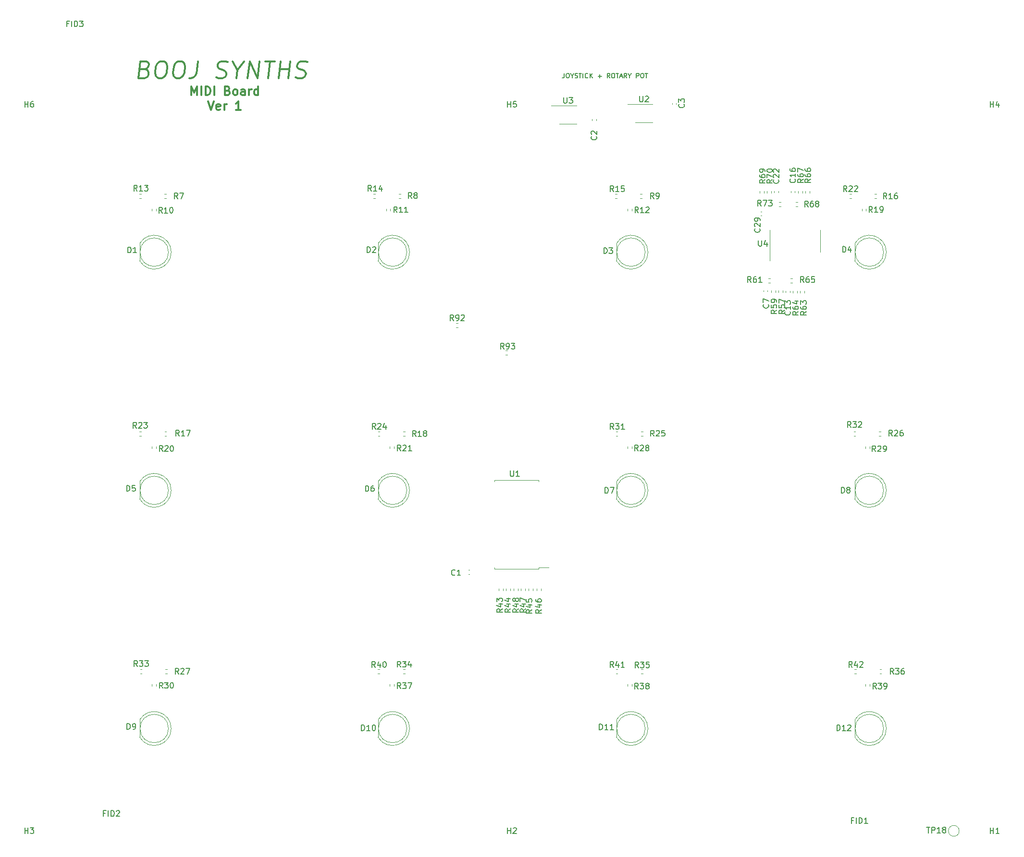
<source format=gto>
G04 #@! TF.GenerationSoftware,KiCad,Pcbnew,(5.1.9)-1*
G04 #@! TF.CreationDate,2021-06-08T08:05:01+01:00*
G04 #@! TF.ProjectId,LED_Board,4c45445f-426f-4617-9264-2e6b69636164,rev?*
G04 #@! TF.SameCoordinates,Original*
G04 #@! TF.FileFunction,Legend,Top*
G04 #@! TF.FilePolarity,Positive*
%FSLAX46Y46*%
G04 Gerber Fmt 4.6, Leading zero omitted, Abs format (unit mm)*
G04 Created by KiCad (PCBNEW (5.1.9)-1) date 2021-06-08 08:05:01*
%MOMM*%
%LPD*%
G01*
G04 APERTURE LIST*
%ADD10C,0.304800*%
%ADD11C,0.152400*%
%ADD12C,0.120000*%
%ADD13C,0.150000*%
%ADD14C,3.000000*%
%ADD15O,1.250000X1.050000*%
%ADD16O,1.900000X1.000000*%
%ADD17R,1.700000X1.700000*%
%ADD18O,1.700000X1.700000*%
%ADD19C,1.800000*%
%ADD20R,1.800000X1.800000*%
%ADD21C,0.990600*%
%ADD22C,2.374900*%
%ADD23C,1.500000*%
%ADD24C,0.800000*%
%ADD25C,6.000000*%
G04 APERTURE END LIST*
D10*
X102274914Y-92002428D02*
X102274914Y-90478428D01*
X102782914Y-91567000D01*
X103290914Y-90478428D01*
X103290914Y-92002428D01*
X104016628Y-92002428D02*
X104016628Y-90478428D01*
X104742342Y-92002428D02*
X104742342Y-90478428D01*
X105105200Y-90478428D01*
X105322914Y-90551000D01*
X105468057Y-90696142D01*
X105540628Y-90841285D01*
X105613200Y-91131571D01*
X105613200Y-91349285D01*
X105540628Y-91639571D01*
X105468057Y-91784714D01*
X105322914Y-91929857D01*
X105105200Y-92002428D01*
X104742342Y-92002428D01*
X106266342Y-92002428D02*
X106266342Y-90478428D01*
X108661200Y-91204142D02*
X108878914Y-91276714D01*
X108951485Y-91349285D01*
X109024057Y-91494428D01*
X109024057Y-91712142D01*
X108951485Y-91857285D01*
X108878914Y-91929857D01*
X108733771Y-92002428D01*
X108153200Y-92002428D01*
X108153200Y-90478428D01*
X108661200Y-90478428D01*
X108806342Y-90551000D01*
X108878914Y-90623571D01*
X108951485Y-90768714D01*
X108951485Y-90913857D01*
X108878914Y-91059000D01*
X108806342Y-91131571D01*
X108661200Y-91204142D01*
X108153200Y-91204142D01*
X109894914Y-92002428D02*
X109749771Y-91929857D01*
X109677200Y-91857285D01*
X109604628Y-91712142D01*
X109604628Y-91276714D01*
X109677200Y-91131571D01*
X109749771Y-91059000D01*
X109894914Y-90986428D01*
X110112628Y-90986428D01*
X110257771Y-91059000D01*
X110330342Y-91131571D01*
X110402914Y-91276714D01*
X110402914Y-91712142D01*
X110330342Y-91857285D01*
X110257771Y-91929857D01*
X110112628Y-92002428D01*
X109894914Y-92002428D01*
X111709200Y-92002428D02*
X111709200Y-91204142D01*
X111636628Y-91059000D01*
X111491485Y-90986428D01*
X111201200Y-90986428D01*
X111056057Y-91059000D01*
X111709200Y-91929857D02*
X111564057Y-92002428D01*
X111201200Y-92002428D01*
X111056057Y-91929857D01*
X110983485Y-91784714D01*
X110983485Y-91639571D01*
X111056057Y-91494428D01*
X111201200Y-91421857D01*
X111564057Y-91421857D01*
X111709200Y-91349285D01*
X112434914Y-92002428D02*
X112434914Y-90986428D01*
X112434914Y-91276714D02*
X112507485Y-91131571D01*
X112580057Y-91059000D01*
X112725200Y-90986428D01*
X112870342Y-90986428D01*
X114031485Y-92002428D02*
X114031485Y-90478428D01*
X114031485Y-91929857D02*
X113886342Y-92002428D01*
X113596057Y-92002428D01*
X113450914Y-91929857D01*
X113378342Y-91857285D01*
X113305771Y-91712142D01*
X113305771Y-91276714D01*
X113378342Y-91131571D01*
X113450914Y-91059000D01*
X113596057Y-90986428D01*
X113886342Y-90986428D01*
X114031485Y-91059000D01*
X105214057Y-93069228D02*
X105722057Y-94593228D01*
X106230057Y-93069228D01*
X107318628Y-94520657D02*
X107173485Y-94593228D01*
X106883200Y-94593228D01*
X106738057Y-94520657D01*
X106665485Y-94375514D01*
X106665485Y-93794942D01*
X106738057Y-93649800D01*
X106883200Y-93577228D01*
X107173485Y-93577228D01*
X107318628Y-93649800D01*
X107391200Y-93794942D01*
X107391200Y-93940085D01*
X106665485Y-94085228D01*
X108044342Y-94593228D02*
X108044342Y-93577228D01*
X108044342Y-93867514D02*
X108116914Y-93722371D01*
X108189485Y-93649800D01*
X108334628Y-93577228D01*
X108479771Y-93577228D01*
X110947200Y-94593228D02*
X110076342Y-94593228D01*
X110511771Y-94593228D02*
X110511771Y-93069228D01*
X110366628Y-93286942D01*
X110221485Y-93432085D01*
X110076342Y-93504657D01*
X94101113Y-87453814D02*
X94511827Y-87596671D01*
X94636827Y-87739528D01*
X94743970Y-88025242D01*
X94690399Y-88453814D01*
X94511827Y-88739528D01*
X94351113Y-88882385D01*
X94047542Y-89025242D01*
X92904685Y-89025242D01*
X93279685Y-86025242D01*
X94279685Y-86025242D01*
X94547542Y-86168100D01*
X94672542Y-86310957D01*
X94779685Y-86596671D01*
X94743970Y-86882385D01*
X94565399Y-87168100D01*
X94404685Y-87310957D01*
X94101113Y-87453814D01*
X93101113Y-87453814D01*
X96851113Y-86025242D02*
X97422542Y-86025242D01*
X97690399Y-86168100D01*
X97940399Y-86453814D01*
X98011827Y-87025242D01*
X97886827Y-88025242D01*
X97672542Y-88596671D01*
X97351113Y-88882385D01*
X97047542Y-89025242D01*
X96476113Y-89025242D01*
X96208256Y-88882385D01*
X95958256Y-88596671D01*
X95886827Y-88025242D01*
X96011827Y-87025242D01*
X96226113Y-86453814D01*
X96547542Y-86168100D01*
X96851113Y-86025242D01*
X99993970Y-86025242D02*
X100565399Y-86025242D01*
X100833256Y-86168100D01*
X101083256Y-86453814D01*
X101154685Y-87025242D01*
X101029685Y-88025242D01*
X100815399Y-88596671D01*
X100493970Y-88882385D01*
X100190399Y-89025242D01*
X99618970Y-89025242D01*
X99351113Y-88882385D01*
X99101113Y-88596671D01*
X99029685Y-88025242D01*
X99154685Y-87025242D01*
X99368970Y-86453814D01*
X99690399Y-86168100D01*
X99993970Y-86025242D01*
X103422542Y-86025242D02*
X103154685Y-88168100D01*
X102958256Y-88596671D01*
X102636827Y-88882385D01*
X102190399Y-89025242D01*
X101904685Y-89025242D01*
X106636827Y-88882385D02*
X107047542Y-89025242D01*
X107761827Y-89025242D01*
X108065399Y-88882385D01*
X108226113Y-88739528D01*
X108404685Y-88453814D01*
X108440399Y-88168100D01*
X108333256Y-87882385D01*
X108208256Y-87739528D01*
X107940399Y-87596671D01*
X107386827Y-87453814D01*
X107118970Y-87310957D01*
X106993970Y-87168100D01*
X106886827Y-86882385D01*
X106922542Y-86596671D01*
X107101113Y-86310957D01*
X107261827Y-86168100D01*
X107565399Y-86025242D01*
X108279685Y-86025242D01*
X108690399Y-86168100D01*
X110368970Y-87596671D02*
X110190399Y-89025242D01*
X109565399Y-86025242D02*
X110368970Y-87596671D01*
X111565399Y-86025242D01*
X112190399Y-89025242D02*
X112565399Y-86025242D01*
X113904685Y-89025242D01*
X114279685Y-86025242D01*
X115279685Y-86025242D02*
X116993970Y-86025242D01*
X115761827Y-89025242D02*
X116136827Y-86025242D01*
X117618970Y-89025242D02*
X117993970Y-86025242D01*
X117815399Y-87453814D02*
X119529685Y-87453814D01*
X119333256Y-89025242D02*
X119708256Y-86025242D01*
X120636827Y-88882385D02*
X121047542Y-89025242D01*
X121761827Y-89025242D01*
X122065399Y-88882385D01*
X122226113Y-88739528D01*
X122404685Y-88453814D01*
X122440399Y-88168100D01*
X122333256Y-87882385D01*
X122208256Y-87739528D01*
X121940399Y-87596671D01*
X121386827Y-87453814D01*
X121118970Y-87310957D01*
X120993970Y-87168100D01*
X120886827Y-86882385D01*
X120922542Y-86596671D01*
X121101113Y-86310957D01*
X121261827Y-86168100D01*
X121565399Y-86025242D01*
X122279685Y-86025242D01*
X122690399Y-86168100D01*
D11*
X167953266Y-88137395D02*
X167953266Y-88717966D01*
X167914561Y-88834080D01*
X167837152Y-88911490D01*
X167721038Y-88950195D01*
X167643628Y-88950195D01*
X168495133Y-88137395D02*
X168649952Y-88137395D01*
X168727361Y-88176100D01*
X168804771Y-88253509D01*
X168843476Y-88408328D01*
X168843476Y-88679261D01*
X168804771Y-88834080D01*
X168727361Y-88911490D01*
X168649952Y-88950195D01*
X168495133Y-88950195D01*
X168417723Y-88911490D01*
X168340314Y-88834080D01*
X168301609Y-88679261D01*
X168301609Y-88408328D01*
X168340314Y-88253509D01*
X168417723Y-88176100D01*
X168495133Y-88137395D01*
X169346638Y-88563147D02*
X169346638Y-88950195D01*
X169075704Y-88137395D02*
X169346638Y-88563147D01*
X169617571Y-88137395D01*
X169849799Y-88911490D02*
X169965914Y-88950195D01*
X170159438Y-88950195D01*
X170236847Y-88911490D01*
X170275552Y-88872785D01*
X170314257Y-88795376D01*
X170314257Y-88717966D01*
X170275552Y-88640557D01*
X170236847Y-88601852D01*
X170159438Y-88563147D01*
X170004619Y-88524442D01*
X169927209Y-88485738D01*
X169888504Y-88447033D01*
X169849799Y-88369623D01*
X169849799Y-88292214D01*
X169888504Y-88214804D01*
X169927209Y-88176100D01*
X170004619Y-88137395D01*
X170198142Y-88137395D01*
X170314257Y-88176100D01*
X170546485Y-88137395D02*
X171010942Y-88137395D01*
X170778714Y-88950195D02*
X170778714Y-88137395D01*
X171281876Y-88950195D02*
X171281876Y-88137395D01*
X172133380Y-88872785D02*
X172094676Y-88911490D01*
X171978561Y-88950195D01*
X171901152Y-88950195D01*
X171785038Y-88911490D01*
X171707628Y-88834080D01*
X171668923Y-88756671D01*
X171630219Y-88601852D01*
X171630219Y-88485738D01*
X171668923Y-88330919D01*
X171707628Y-88253509D01*
X171785038Y-88176100D01*
X171901152Y-88137395D01*
X171978561Y-88137395D01*
X172094676Y-88176100D01*
X172133380Y-88214804D01*
X172481723Y-88950195D02*
X172481723Y-88137395D01*
X172946180Y-88950195D02*
X172597838Y-88485738D01*
X172946180Y-88137395D02*
X172481723Y-88601852D01*
X173913799Y-88640557D02*
X174533076Y-88640557D01*
X174223438Y-88950195D02*
X174223438Y-88330919D01*
X176003857Y-88950195D02*
X175732923Y-88563147D01*
X175539399Y-88950195D02*
X175539399Y-88137395D01*
X175849038Y-88137395D01*
X175926447Y-88176100D01*
X175965152Y-88214804D01*
X176003857Y-88292214D01*
X176003857Y-88408328D01*
X175965152Y-88485738D01*
X175926447Y-88524442D01*
X175849038Y-88563147D01*
X175539399Y-88563147D01*
X176507019Y-88137395D02*
X176661838Y-88137395D01*
X176739247Y-88176100D01*
X176816657Y-88253509D01*
X176855361Y-88408328D01*
X176855361Y-88679261D01*
X176816657Y-88834080D01*
X176739247Y-88911490D01*
X176661838Y-88950195D01*
X176507019Y-88950195D01*
X176429609Y-88911490D01*
X176352199Y-88834080D01*
X176313495Y-88679261D01*
X176313495Y-88408328D01*
X176352199Y-88253509D01*
X176429609Y-88176100D01*
X176507019Y-88137395D01*
X177087590Y-88137395D02*
X177552047Y-88137395D01*
X177319819Y-88950195D02*
X177319819Y-88137395D01*
X177784276Y-88717966D02*
X178171323Y-88717966D01*
X177706866Y-88950195D02*
X177977799Y-88137395D01*
X178248733Y-88950195D01*
X178984123Y-88950195D02*
X178713190Y-88563147D01*
X178519666Y-88950195D02*
X178519666Y-88137395D01*
X178829304Y-88137395D01*
X178906714Y-88176100D01*
X178945419Y-88214804D01*
X178984123Y-88292214D01*
X178984123Y-88408328D01*
X178945419Y-88485738D01*
X178906714Y-88524442D01*
X178829304Y-88563147D01*
X178519666Y-88563147D01*
X179487285Y-88563147D02*
X179487285Y-88950195D01*
X179216352Y-88137395D02*
X179487285Y-88563147D01*
X179758219Y-88137395D01*
X180648428Y-88950195D02*
X180648428Y-88137395D01*
X180958066Y-88137395D01*
X181035476Y-88176100D01*
X181074180Y-88214804D01*
X181112885Y-88292214D01*
X181112885Y-88408328D01*
X181074180Y-88485738D01*
X181035476Y-88524442D01*
X180958066Y-88563147D01*
X180648428Y-88563147D01*
X181616047Y-88137395D02*
X181770866Y-88137395D01*
X181848276Y-88176100D01*
X181925685Y-88253509D01*
X181964390Y-88408328D01*
X181964390Y-88679261D01*
X181925685Y-88834080D01*
X181848276Y-88911490D01*
X181770866Y-88950195D01*
X181616047Y-88950195D01*
X181538638Y-88911490D01*
X181461228Y-88834080D01*
X181422523Y-88679261D01*
X181422523Y-88408328D01*
X181461228Y-88253509D01*
X181538638Y-88176100D01*
X181616047Y-88137395D01*
X182196619Y-88137395D02*
X182661076Y-88137395D01*
X182428847Y-88950195D02*
X182428847Y-88137395D01*
D12*
X159081200Y-179003979D02*
X159081200Y-179339221D01*
X159841200Y-179003979D02*
X159841200Y-179339221D01*
X161697400Y-179339221D02*
X161697400Y-179003979D01*
X162457400Y-179339221D02*
X162457400Y-179003979D01*
X163094400Y-179003979D02*
X163094400Y-179339221D01*
X163854400Y-179003979D02*
X163854400Y-179339221D01*
X160351200Y-179339221D02*
X160351200Y-179003979D01*
X161111200Y-179339221D02*
X161111200Y-179003979D01*
X151296635Y-176458200D02*
X151064965Y-176458200D01*
X151296635Y-175738200D02*
X151064965Y-175738200D01*
X203068600Y-126410265D02*
X203068600Y-126641935D01*
X203788600Y-126410265D02*
X203788600Y-126641935D01*
X207005600Y-126545265D02*
X207005600Y-126776935D01*
X207725600Y-126545265D02*
X207725600Y-126776935D01*
X207894600Y-109183435D02*
X207894600Y-108951765D01*
X208614600Y-109183435D02*
X208614600Y-108951765D01*
X204973600Y-109183435D02*
X204973600Y-108951765D01*
X205693600Y-109183435D02*
X205693600Y-108951765D01*
X172880700Y-96200965D02*
X172880700Y-96432635D01*
X173600700Y-96200965D02*
X173600700Y-96432635D01*
X186952300Y-93613235D02*
X186952300Y-93381565D01*
X187672300Y-93613235D02*
X187672300Y-93381565D01*
X98222800Y-119690200D02*
G75*
G03*
X98222800Y-119690200I-2500000J0D01*
G01*
X93162800Y-118145200D02*
X93162800Y-121235200D01*
X98712800Y-119689738D02*
G75*
G02*
X93162800Y-121235030I-2990000J-462D01*
G01*
X98712800Y-119690662D02*
G75*
G03*
X93162800Y-118145370I-2990000J462D01*
G01*
X140222800Y-119690200D02*
G75*
G03*
X140222800Y-119690200I-2500000J0D01*
G01*
X135162800Y-118145200D02*
X135162800Y-121235200D01*
X140712800Y-119689738D02*
G75*
G02*
X135162800Y-121235030I-2990000J-462D01*
G01*
X140712800Y-119690662D02*
G75*
G03*
X135162800Y-118145370I-2990000J462D01*
G01*
X177162800Y-118145200D02*
X177162800Y-121235200D01*
X182222800Y-119690200D02*
G75*
G03*
X182222800Y-119690200I-2500000J0D01*
G01*
X182712800Y-119690662D02*
G75*
G03*
X177162800Y-118145370I-2990000J462D01*
G01*
X182712800Y-119689738D02*
G75*
G02*
X177162800Y-121235030I-2990000J-462D01*
G01*
X219162800Y-118145200D02*
X219162800Y-121235200D01*
X224222800Y-119690200D02*
G75*
G03*
X224222800Y-119690200I-2500000J0D01*
G01*
X224712800Y-119690662D02*
G75*
G03*
X219162800Y-118145370I-2990000J462D01*
G01*
X224712800Y-119689738D02*
G75*
G02*
X219162800Y-121235030I-2990000J-462D01*
G01*
X93162800Y-160145200D02*
X93162800Y-163235200D01*
X98222800Y-161690200D02*
G75*
G03*
X98222800Y-161690200I-2500000J0D01*
G01*
X98712800Y-161690662D02*
G75*
G03*
X93162800Y-160145370I-2990000J462D01*
G01*
X98712800Y-161689738D02*
G75*
G02*
X93162800Y-163235030I-2990000J-462D01*
G01*
X140222800Y-161690200D02*
G75*
G03*
X140222800Y-161690200I-2500000J0D01*
G01*
X135162800Y-160145200D02*
X135162800Y-163235200D01*
X140712800Y-161689738D02*
G75*
G02*
X135162800Y-163235030I-2990000J-462D01*
G01*
X140712800Y-161690662D02*
G75*
G03*
X135162800Y-160145370I-2990000J462D01*
G01*
X182222800Y-161690200D02*
G75*
G03*
X182222800Y-161690200I-2500000J0D01*
G01*
X177162800Y-160145200D02*
X177162800Y-163235200D01*
X182712800Y-161689738D02*
G75*
G02*
X177162800Y-163235030I-2990000J-462D01*
G01*
X182712800Y-161690662D02*
G75*
G03*
X177162800Y-160145370I-2990000J462D01*
G01*
X224222800Y-161690200D02*
G75*
G03*
X224222800Y-161690200I-2500000J0D01*
G01*
X219162800Y-160145200D02*
X219162800Y-163235200D01*
X224712800Y-161689738D02*
G75*
G02*
X219162800Y-163235030I-2990000J-462D01*
G01*
X224712800Y-161690662D02*
G75*
G03*
X219162800Y-160145370I-2990000J462D01*
G01*
X98222800Y-203690200D02*
G75*
G03*
X98222800Y-203690200I-2500000J0D01*
G01*
X93162800Y-202145200D02*
X93162800Y-205235200D01*
X98712800Y-203689738D02*
G75*
G02*
X93162800Y-205235030I-2990000J-462D01*
G01*
X98712800Y-203690662D02*
G75*
G03*
X93162800Y-202145370I-2990000J462D01*
G01*
X135162800Y-202145200D02*
X135162800Y-205235200D01*
X140222800Y-203690200D02*
G75*
G03*
X140222800Y-203690200I-2500000J0D01*
G01*
X140712800Y-203690662D02*
G75*
G03*
X135162800Y-202145370I-2990000J462D01*
G01*
X140712800Y-203689738D02*
G75*
G02*
X135162800Y-205235030I-2990000J-462D01*
G01*
X177162800Y-202145200D02*
X177162800Y-205235200D01*
X182222800Y-203690200D02*
G75*
G03*
X182222800Y-203690200I-2500000J0D01*
G01*
X182712800Y-203690662D02*
G75*
G03*
X177162800Y-202145370I-2990000J462D01*
G01*
X182712800Y-203689738D02*
G75*
G02*
X177162800Y-205235030I-2990000J-462D01*
G01*
X219162800Y-202145200D02*
X219162800Y-205235200D01*
X224222800Y-203690200D02*
G75*
G03*
X224222800Y-203690200I-2500000J0D01*
G01*
X224712800Y-203690662D02*
G75*
G03*
X219162800Y-202145370I-2990000J462D01*
G01*
X224712800Y-203689738D02*
G75*
G02*
X219162800Y-205235030I-2990000J-462D01*
G01*
X97843921Y-110184200D02*
X97508679Y-110184200D01*
X97843921Y-109424200D02*
X97508679Y-109424200D01*
X139193921Y-110184200D02*
X138858679Y-110184200D01*
X139193921Y-109424200D02*
X138858679Y-109424200D01*
X181663921Y-109424200D02*
X181328679Y-109424200D01*
X181663921Y-110184200D02*
X181328679Y-110184200D01*
X96061800Y-112049579D02*
X96061800Y-112384821D01*
X95301800Y-112049579D02*
X95301800Y-112384821D01*
X137336800Y-112049579D02*
X137336800Y-112384821D01*
X136576800Y-112049579D02*
X136576800Y-112384821D01*
X179121800Y-112049579D02*
X179121800Y-112384821D01*
X179881800Y-112049579D02*
X179881800Y-112384821D01*
X93101179Y-110184200D02*
X93436421Y-110184200D01*
X93101179Y-109424200D02*
X93436421Y-109424200D01*
X134338679Y-110184200D02*
X134673921Y-110184200D01*
X134338679Y-109424200D02*
X134673921Y-109424200D01*
X176958679Y-109424200D02*
X177293921Y-109424200D01*
X176958679Y-110184200D02*
X177293921Y-110184200D01*
X222938921Y-110184200D02*
X222603679Y-110184200D01*
X222938921Y-109424200D02*
X222603679Y-109424200D01*
X97881421Y-151317200D02*
X97546179Y-151317200D01*
X97881421Y-152077200D02*
X97546179Y-152077200D01*
X139918421Y-152077200D02*
X139583179Y-152077200D01*
X139918421Y-151317200D02*
X139583179Y-151317200D01*
X221156800Y-112087079D02*
X221156800Y-112422321D01*
X220396800Y-112087079D02*
X220396800Y-112422321D01*
X96061800Y-153959579D02*
X96061800Y-154294821D01*
X95301800Y-153959579D02*
X95301800Y-154294821D01*
X137211800Y-153959579D02*
X137211800Y-154294821D01*
X137971800Y-153959579D02*
X137971800Y-154294821D01*
X218233679Y-110184200D02*
X218568921Y-110184200D01*
X218233679Y-109424200D02*
X218568921Y-109424200D01*
X93101179Y-152077200D02*
X93436421Y-152077200D01*
X93101179Y-151317200D02*
X93436421Y-151317200D01*
X135138179Y-152077200D02*
X135473421Y-152077200D01*
X135138179Y-151317200D02*
X135473421Y-151317200D01*
X181828421Y-152077200D02*
X181493179Y-152077200D01*
X181828421Y-151317200D02*
X181493179Y-151317200D01*
X223738421Y-151317200D02*
X223403179Y-151317200D01*
X223738421Y-152077200D02*
X223403179Y-152077200D01*
X98008421Y-193987200D02*
X97673179Y-193987200D01*
X98008421Y-193227200D02*
X97673179Y-193227200D01*
X179121800Y-153959579D02*
X179121800Y-154294821D01*
X179881800Y-153959579D02*
X179881800Y-154294821D01*
X221031800Y-153959579D02*
X221031800Y-154294821D01*
X221791800Y-153959579D02*
X221791800Y-154294821D01*
X96061800Y-195869579D02*
X96061800Y-196204821D01*
X95301800Y-195869579D02*
X95301800Y-196204821D01*
X177048179Y-152077200D02*
X177383421Y-152077200D01*
X177048179Y-151317200D02*
X177383421Y-151317200D01*
X218958179Y-151317200D02*
X219293421Y-151317200D01*
X218958179Y-152077200D02*
X219293421Y-152077200D01*
X93228179Y-193987200D02*
X93563421Y-193987200D01*
X93228179Y-193227200D02*
X93563421Y-193227200D01*
X139918421Y-193987200D02*
X139583179Y-193987200D01*
X139918421Y-193227200D02*
X139583179Y-193227200D01*
X181828421Y-193227200D02*
X181493179Y-193227200D01*
X181828421Y-193987200D02*
X181493179Y-193987200D01*
X223865421Y-193987200D02*
X223530179Y-193987200D01*
X223865421Y-193227200D02*
X223530179Y-193227200D01*
X137971800Y-195869579D02*
X137971800Y-196204821D01*
X137211800Y-195869579D02*
X137211800Y-196204821D01*
X179121800Y-195869579D02*
X179121800Y-196204821D01*
X179881800Y-195869579D02*
X179881800Y-196204821D01*
X221791800Y-195869579D02*
X221791800Y-196204821D01*
X221031800Y-195869579D02*
X221031800Y-196204821D01*
X135100679Y-193227200D02*
X135435921Y-193227200D01*
X135100679Y-193987200D02*
X135435921Y-193987200D01*
X177048179Y-193227200D02*
X177383421Y-193227200D01*
X177048179Y-193987200D02*
X177383421Y-193987200D01*
X219085179Y-193987200D02*
X219420421Y-193987200D01*
X219085179Y-193227200D02*
X219420421Y-193227200D01*
X157199600Y-179339221D02*
X157199600Y-179003979D01*
X156439600Y-179339221D02*
X156439600Y-179003979D01*
X157735000Y-178990679D02*
X157735000Y-179325921D01*
X158495000Y-178990679D02*
X158495000Y-179325921D01*
X205715600Y-126425979D02*
X205715600Y-126761221D01*
X206475600Y-126425979D02*
X206475600Y-126761221D01*
X205205600Y-126761221D02*
X205205600Y-126425979D01*
X204445600Y-126761221D02*
X204445600Y-126425979D01*
X204231221Y-125068600D02*
X203895979Y-125068600D01*
X204231221Y-124308600D02*
X203895979Y-124308600D01*
X209525600Y-126552979D02*
X209525600Y-126888221D01*
X210285600Y-126552979D02*
X210285600Y-126888221D01*
X209015600Y-126888221D02*
X209015600Y-126552979D01*
X208255600Y-126888221D02*
X208255600Y-126552979D01*
X208168221Y-124308600D02*
X207832979Y-124308600D01*
X208168221Y-125068600D02*
X207832979Y-125068600D01*
X211174600Y-109235221D02*
X211174600Y-108899979D01*
X210414600Y-109235221D02*
X210414600Y-108899979D01*
X209904600Y-108899979D02*
X209904600Y-109235221D01*
X209144600Y-108899979D02*
X209144600Y-109235221D01*
X209057221Y-111606600D02*
X208721979Y-111606600D01*
X209057221Y-110846600D02*
X208721979Y-110846600D01*
X203173600Y-109235221D02*
X203173600Y-108899979D01*
X202413600Y-109235221D02*
X202413600Y-108899979D01*
X204443600Y-108899979D02*
X204443600Y-109235221D01*
X203683600Y-108899979D02*
X203683600Y-109235221D01*
X206136221Y-110884100D02*
X205800979Y-110884100D01*
X206136221Y-111644100D02*
X205800979Y-111644100D01*
X149240221Y-132980700D02*
X148904979Y-132980700D01*
X149240221Y-132220700D02*
X148904979Y-132220700D01*
X157591779Y-137034000D02*
X157927021Y-137034000D01*
X157591779Y-137794000D02*
X157927021Y-137794000D01*
X237551000Y-221742000D02*
G75*
G03*
X237551000Y-221742000I-950000J0D01*
G01*
X163422800Y-175261200D02*
X165237800Y-175261200D01*
X163422800Y-175526200D02*
X163422800Y-175261200D01*
X159562800Y-175526200D02*
X163422800Y-175526200D01*
X155702800Y-175526200D02*
X155702800Y-175261200D01*
X159562800Y-175526200D02*
X155702800Y-175526200D01*
X163422800Y-159906200D02*
X163422800Y-160171200D01*
X159562800Y-159906200D02*
X163422800Y-159906200D01*
X155702800Y-159906200D02*
X155702800Y-160171200D01*
X159562800Y-159906200D02*
X155702800Y-159906200D01*
X202782435Y-113237600D02*
X202550765Y-113237600D01*
X202782435Y-112517600D02*
X202550765Y-112517600D01*
X204200600Y-117703600D02*
X204200600Y-121153600D01*
X204200600Y-117703600D02*
X204200600Y-115753600D01*
X213070600Y-117703600D02*
X213070600Y-119653600D01*
X213070600Y-117703600D02*
X213070600Y-115753600D01*
X182003700Y-96783800D02*
X183503700Y-96783800D01*
X182003700Y-96783800D02*
X180503700Y-96783800D01*
X182003700Y-93563800D02*
X183503700Y-93563800D01*
X182003700Y-93563800D02*
X179078700Y-93563800D01*
X168617900Y-93815401D02*
X165692900Y-93815401D01*
X168617900Y-93815401D02*
X170117900Y-93815401D01*
X168617900Y-97035401D02*
X167117900Y-97035401D01*
X168617900Y-97035401D02*
X170117900Y-97035401D01*
D13*
X218892571Y-219879871D02*
X218559238Y-219879871D01*
X218559238Y-220403680D02*
X218559238Y-219403680D01*
X219035428Y-219403680D01*
X219416380Y-220403680D02*
X219416380Y-219403680D01*
X219892571Y-220403680D02*
X219892571Y-219403680D01*
X220130666Y-219403680D01*
X220273523Y-219451300D01*
X220368761Y-219546538D01*
X220416380Y-219641776D01*
X220464000Y-219832252D01*
X220464000Y-219975109D01*
X220416380Y-220165585D01*
X220368761Y-220260823D01*
X220273523Y-220356061D01*
X220130666Y-220403680D01*
X219892571Y-220403680D01*
X221416380Y-220403680D02*
X220844952Y-220403680D01*
X221130666Y-220403680D02*
X221130666Y-219403680D01*
X221035428Y-219546538D01*
X220940190Y-219641776D01*
X220844952Y-219689395D01*
X87104671Y-218647971D02*
X86771338Y-218647971D01*
X86771338Y-219171780D02*
X86771338Y-218171780D01*
X87247528Y-218171780D01*
X87628480Y-219171780D02*
X87628480Y-218171780D01*
X88104671Y-219171780D02*
X88104671Y-218171780D01*
X88342766Y-218171780D01*
X88485623Y-218219400D01*
X88580861Y-218314638D01*
X88628480Y-218409876D01*
X88676100Y-218600352D01*
X88676100Y-218743209D01*
X88628480Y-218933685D01*
X88580861Y-219028923D01*
X88485623Y-219124161D01*
X88342766Y-219171780D01*
X88104671Y-219171780D01*
X89057052Y-218267019D02*
X89104671Y-218219400D01*
X89199909Y-218171780D01*
X89438004Y-218171780D01*
X89533242Y-218219400D01*
X89580861Y-218267019D01*
X89628480Y-218362257D01*
X89628480Y-218457495D01*
X89580861Y-218600352D01*
X89009433Y-219171780D01*
X89628480Y-219171780D01*
X80640371Y-79392471D02*
X80307038Y-79392471D01*
X80307038Y-79916280D02*
X80307038Y-78916280D01*
X80783228Y-78916280D01*
X81164180Y-79916280D02*
X81164180Y-78916280D01*
X81640371Y-79916280D02*
X81640371Y-78916280D01*
X81878466Y-78916280D01*
X82021323Y-78963900D01*
X82116561Y-79059138D01*
X82164180Y-79154376D01*
X82211800Y-79344852D01*
X82211800Y-79487709D01*
X82164180Y-79678185D01*
X82116561Y-79773423D01*
X82021323Y-79868661D01*
X81878466Y-79916280D01*
X81640371Y-79916280D01*
X82545133Y-78916280D02*
X83164180Y-78916280D01*
X82830847Y-79297233D01*
X82973704Y-79297233D01*
X83068942Y-79344852D01*
X83116561Y-79392471D01*
X83164180Y-79487709D01*
X83164180Y-79725804D01*
X83116561Y-79821042D01*
X83068942Y-79868661D01*
X82973704Y-79916280D01*
X82687990Y-79916280D01*
X82592752Y-79868661D01*
X82545133Y-79821042D01*
X159913580Y-182608457D02*
X159437390Y-182941790D01*
X159913580Y-183179885D02*
X158913580Y-183179885D01*
X158913580Y-182798933D01*
X158961200Y-182703695D01*
X159008819Y-182656076D01*
X159104057Y-182608457D01*
X159246914Y-182608457D01*
X159342152Y-182656076D01*
X159389771Y-182703695D01*
X159437390Y-182798933D01*
X159437390Y-183179885D01*
X159246914Y-181751314D02*
X159913580Y-181751314D01*
X158865961Y-181989409D02*
X159580247Y-182227504D01*
X159580247Y-181608457D01*
X159342152Y-181084647D02*
X159294533Y-181179885D01*
X159246914Y-181227504D01*
X159151676Y-181275123D01*
X159104057Y-181275123D01*
X159008819Y-181227504D01*
X158961200Y-181179885D01*
X158913580Y-181084647D01*
X158913580Y-180894171D01*
X158961200Y-180798933D01*
X159008819Y-180751314D01*
X159104057Y-180703695D01*
X159151676Y-180703695D01*
X159246914Y-180751314D01*
X159294533Y-180798933D01*
X159342152Y-180894171D01*
X159342152Y-181084647D01*
X159389771Y-181179885D01*
X159437390Y-181227504D01*
X159532628Y-181275123D01*
X159723104Y-181275123D01*
X159818342Y-181227504D01*
X159865961Y-181179885D01*
X159913580Y-181084647D01*
X159913580Y-180894171D01*
X159865961Y-180798933D01*
X159818342Y-180751314D01*
X159723104Y-180703695D01*
X159532628Y-180703695D01*
X159437390Y-180751314D01*
X159389771Y-180798933D01*
X159342152Y-180894171D01*
X162275780Y-182735457D02*
X161799590Y-183068790D01*
X162275780Y-183306885D02*
X161275780Y-183306885D01*
X161275780Y-182925933D01*
X161323400Y-182830695D01*
X161371019Y-182783076D01*
X161466257Y-182735457D01*
X161609114Y-182735457D01*
X161704352Y-182783076D01*
X161751971Y-182830695D01*
X161799590Y-182925933D01*
X161799590Y-183306885D01*
X161609114Y-181878314D02*
X162275780Y-181878314D01*
X161228161Y-182116409D02*
X161942447Y-182354504D01*
X161942447Y-181735457D01*
X161275780Y-180878314D02*
X161275780Y-181354504D01*
X161751971Y-181402123D01*
X161704352Y-181354504D01*
X161656733Y-181259266D01*
X161656733Y-181021171D01*
X161704352Y-180925933D01*
X161751971Y-180878314D01*
X161847209Y-180830695D01*
X162085304Y-180830695D01*
X162180542Y-180878314D01*
X162228161Y-180925933D01*
X162275780Y-181021171D01*
X162275780Y-181259266D01*
X162228161Y-181354504D01*
X162180542Y-181402123D01*
X163926780Y-182735457D02*
X163450590Y-183068790D01*
X163926780Y-183306885D02*
X162926780Y-183306885D01*
X162926780Y-182925933D01*
X162974400Y-182830695D01*
X163022019Y-182783076D01*
X163117257Y-182735457D01*
X163260114Y-182735457D01*
X163355352Y-182783076D01*
X163402971Y-182830695D01*
X163450590Y-182925933D01*
X163450590Y-183306885D01*
X163260114Y-181878314D02*
X163926780Y-181878314D01*
X162879161Y-182116409D02*
X163593447Y-182354504D01*
X163593447Y-181735457D01*
X162926780Y-180925933D02*
X162926780Y-181116409D01*
X162974400Y-181211647D01*
X163022019Y-181259266D01*
X163164876Y-181354504D01*
X163355352Y-181402123D01*
X163736304Y-181402123D01*
X163831542Y-181354504D01*
X163879161Y-181306885D01*
X163926780Y-181211647D01*
X163926780Y-181021171D01*
X163879161Y-180925933D01*
X163831542Y-180878314D01*
X163736304Y-180830695D01*
X163498209Y-180830695D01*
X163402971Y-180878314D01*
X163355352Y-180925933D01*
X163307733Y-181021171D01*
X163307733Y-181211647D01*
X163355352Y-181306885D01*
X163402971Y-181354504D01*
X163498209Y-181402123D01*
X161183580Y-182608457D02*
X160707390Y-182941790D01*
X161183580Y-183179885D02*
X160183580Y-183179885D01*
X160183580Y-182798933D01*
X160231200Y-182703695D01*
X160278819Y-182656076D01*
X160374057Y-182608457D01*
X160516914Y-182608457D01*
X160612152Y-182656076D01*
X160659771Y-182703695D01*
X160707390Y-182798933D01*
X160707390Y-183179885D01*
X160516914Y-181751314D02*
X161183580Y-181751314D01*
X160135961Y-181989409D02*
X160850247Y-182227504D01*
X160850247Y-181608457D01*
X160183580Y-181322742D02*
X160183580Y-180656076D01*
X161183580Y-181084647D01*
X148728133Y-176582342D02*
X148680514Y-176629961D01*
X148537657Y-176677580D01*
X148442419Y-176677580D01*
X148299561Y-176629961D01*
X148204323Y-176534723D01*
X148156704Y-176439485D01*
X148109085Y-176249009D01*
X148109085Y-176106152D01*
X148156704Y-175915676D01*
X148204323Y-175820438D01*
X148299561Y-175725200D01*
X148442419Y-175677580D01*
X148537657Y-175677580D01*
X148680514Y-175725200D01*
X148728133Y-175772819D01*
X149680514Y-176677580D02*
X149109085Y-176677580D01*
X149394800Y-176677580D02*
X149394800Y-175677580D01*
X149299561Y-175820438D01*
X149204323Y-175915676D01*
X149109085Y-175963295D01*
X203912742Y-128919266D02*
X203960361Y-128966885D01*
X204007980Y-129109742D01*
X204007980Y-129204980D01*
X203960361Y-129347838D01*
X203865123Y-129443076D01*
X203769885Y-129490695D01*
X203579409Y-129538314D01*
X203436552Y-129538314D01*
X203246076Y-129490695D01*
X203150838Y-129443076D01*
X203055600Y-129347838D01*
X203007980Y-129204980D01*
X203007980Y-129109742D01*
X203055600Y-128966885D01*
X203103219Y-128919266D01*
X203007980Y-128585933D02*
X203007980Y-127919266D01*
X204007980Y-128347838D01*
X207722742Y-130157457D02*
X207770361Y-130205076D01*
X207817980Y-130347933D01*
X207817980Y-130443171D01*
X207770361Y-130586028D01*
X207675123Y-130681266D01*
X207579885Y-130728885D01*
X207389409Y-130776504D01*
X207246552Y-130776504D01*
X207056076Y-130728885D01*
X206960838Y-130681266D01*
X206865600Y-130586028D01*
X206817980Y-130443171D01*
X206817980Y-130347933D01*
X206865600Y-130205076D01*
X206913219Y-130157457D01*
X207817980Y-129205076D02*
X207817980Y-129776504D01*
X207817980Y-129490790D02*
X206817980Y-129490790D01*
X206960838Y-129586028D01*
X207056076Y-129681266D01*
X207103695Y-129776504D01*
X206817980Y-128871742D02*
X206817980Y-128252695D01*
X207198933Y-128586028D01*
X207198933Y-128443171D01*
X207246552Y-128347933D01*
X207294171Y-128300314D01*
X207389409Y-128252695D01*
X207627504Y-128252695D01*
X207722742Y-128300314D01*
X207770361Y-128347933D01*
X207817980Y-128443171D01*
X207817980Y-128728885D01*
X207770361Y-128824123D01*
X207722742Y-128871742D01*
X208611742Y-106789457D02*
X208659361Y-106837076D01*
X208706980Y-106979933D01*
X208706980Y-107075171D01*
X208659361Y-107218028D01*
X208564123Y-107313266D01*
X208468885Y-107360885D01*
X208278409Y-107408504D01*
X208135552Y-107408504D01*
X207945076Y-107360885D01*
X207849838Y-107313266D01*
X207754600Y-107218028D01*
X207706980Y-107075171D01*
X207706980Y-106979933D01*
X207754600Y-106837076D01*
X207802219Y-106789457D01*
X208706980Y-105837076D02*
X208706980Y-106408504D01*
X208706980Y-106122790D02*
X207706980Y-106122790D01*
X207849838Y-106218028D01*
X207945076Y-106313266D01*
X207992695Y-106408504D01*
X207706980Y-104979933D02*
X207706980Y-105170409D01*
X207754600Y-105265647D01*
X207802219Y-105313266D01*
X207945076Y-105408504D01*
X208135552Y-105456123D01*
X208516504Y-105456123D01*
X208611742Y-105408504D01*
X208659361Y-105360885D01*
X208706980Y-105265647D01*
X208706980Y-105075171D01*
X208659361Y-104979933D01*
X208611742Y-104932314D01*
X208516504Y-104884695D01*
X208278409Y-104884695D01*
X208183171Y-104932314D01*
X208135552Y-104979933D01*
X208087933Y-105075171D01*
X208087933Y-105265647D01*
X208135552Y-105360885D01*
X208183171Y-105408504D01*
X208278409Y-105456123D01*
X205690742Y-106916457D02*
X205738361Y-106964076D01*
X205785980Y-107106933D01*
X205785980Y-107202171D01*
X205738361Y-107345028D01*
X205643123Y-107440266D01*
X205547885Y-107487885D01*
X205357409Y-107535504D01*
X205214552Y-107535504D01*
X205024076Y-107487885D01*
X204928838Y-107440266D01*
X204833600Y-107345028D01*
X204785980Y-107202171D01*
X204785980Y-107106933D01*
X204833600Y-106964076D01*
X204881219Y-106916457D01*
X204881219Y-106535504D02*
X204833600Y-106487885D01*
X204785980Y-106392647D01*
X204785980Y-106154552D01*
X204833600Y-106059314D01*
X204881219Y-106011695D01*
X204976457Y-105964076D01*
X205071695Y-105964076D01*
X205214552Y-106011695D01*
X205785980Y-106583123D01*
X205785980Y-105964076D01*
X204881219Y-105583123D02*
X204833600Y-105535504D01*
X204785980Y-105440266D01*
X204785980Y-105202171D01*
X204833600Y-105106933D01*
X204881219Y-105059314D01*
X204976457Y-105011695D01*
X205071695Y-105011695D01*
X205214552Y-105059314D01*
X205785980Y-105630742D01*
X205785980Y-105011695D01*
X173597842Y-99277466D02*
X173645461Y-99325085D01*
X173693080Y-99467942D01*
X173693080Y-99563180D01*
X173645461Y-99706038D01*
X173550223Y-99801276D01*
X173454985Y-99848895D01*
X173264509Y-99896514D01*
X173121652Y-99896514D01*
X172931176Y-99848895D01*
X172835938Y-99801276D01*
X172740700Y-99706038D01*
X172693080Y-99563180D01*
X172693080Y-99467942D01*
X172740700Y-99325085D01*
X172788319Y-99277466D01*
X172788319Y-98896514D02*
X172740700Y-98848895D01*
X172693080Y-98753657D01*
X172693080Y-98515561D01*
X172740700Y-98420323D01*
X172788319Y-98372704D01*
X172883557Y-98325085D01*
X172978795Y-98325085D01*
X173121652Y-98372704D01*
X173693080Y-98944133D01*
X173693080Y-98325085D01*
X189028342Y-93600566D02*
X189075961Y-93648185D01*
X189123580Y-93791042D01*
X189123580Y-93886280D01*
X189075961Y-94029138D01*
X188980723Y-94124376D01*
X188885485Y-94171995D01*
X188695009Y-94219614D01*
X188552152Y-94219614D01*
X188361676Y-94171995D01*
X188266438Y-94124376D01*
X188171200Y-94029138D01*
X188123580Y-93886280D01*
X188123580Y-93791042D01*
X188171200Y-93648185D01*
X188218819Y-93600566D01*
X188123580Y-93267233D02*
X188123580Y-92648185D01*
X188504533Y-92981519D01*
X188504533Y-92838661D01*
X188552152Y-92743423D01*
X188599771Y-92695804D01*
X188695009Y-92648185D01*
X188933104Y-92648185D01*
X189028342Y-92695804D01*
X189075961Y-92743423D01*
X189123580Y-92838661D01*
X189123580Y-93124376D01*
X189075961Y-93219614D01*
X189028342Y-93267233D01*
X91070204Y-119781580D02*
X91070204Y-118781580D01*
X91308300Y-118781580D01*
X91451157Y-118829200D01*
X91546395Y-118924438D01*
X91594014Y-119019676D01*
X91641633Y-119210152D01*
X91641633Y-119353009D01*
X91594014Y-119543485D01*
X91546395Y-119638723D01*
X91451157Y-119733961D01*
X91308300Y-119781580D01*
X91070204Y-119781580D01*
X92594014Y-119781580D02*
X92022585Y-119781580D01*
X92308300Y-119781580D02*
X92308300Y-118781580D01*
X92213061Y-118924438D01*
X92117823Y-119019676D01*
X92022585Y-119067295D01*
X133234204Y-119756180D02*
X133234204Y-118756180D01*
X133472300Y-118756180D01*
X133615157Y-118803800D01*
X133710395Y-118899038D01*
X133758014Y-118994276D01*
X133805633Y-119184752D01*
X133805633Y-119327609D01*
X133758014Y-119518085D01*
X133710395Y-119613323D01*
X133615157Y-119708561D01*
X133472300Y-119756180D01*
X133234204Y-119756180D01*
X134186585Y-118851419D02*
X134234204Y-118803800D01*
X134329442Y-118756180D01*
X134567538Y-118756180D01*
X134662776Y-118803800D01*
X134710395Y-118851419D01*
X134758014Y-118946657D01*
X134758014Y-119041895D01*
X134710395Y-119184752D01*
X134138966Y-119756180D01*
X134758014Y-119756180D01*
X174953704Y-119908580D02*
X174953704Y-118908580D01*
X175191800Y-118908580D01*
X175334657Y-118956200D01*
X175429895Y-119051438D01*
X175477514Y-119146676D01*
X175525133Y-119337152D01*
X175525133Y-119480009D01*
X175477514Y-119670485D01*
X175429895Y-119765723D01*
X175334657Y-119860961D01*
X175191800Y-119908580D01*
X174953704Y-119908580D01*
X175858466Y-118908580D02*
X176477514Y-118908580D01*
X176144180Y-119289533D01*
X176287038Y-119289533D01*
X176382276Y-119337152D01*
X176429895Y-119384771D01*
X176477514Y-119480009D01*
X176477514Y-119718104D01*
X176429895Y-119813342D01*
X176382276Y-119860961D01*
X176287038Y-119908580D01*
X176001323Y-119908580D01*
X175906085Y-119860961D01*
X175858466Y-119813342D01*
X217016104Y-119692680D02*
X217016104Y-118692680D01*
X217254200Y-118692680D01*
X217397057Y-118740300D01*
X217492295Y-118835538D01*
X217539914Y-118930776D01*
X217587533Y-119121252D01*
X217587533Y-119264109D01*
X217539914Y-119454585D01*
X217492295Y-119549823D01*
X217397057Y-119645061D01*
X217254200Y-119692680D01*
X217016104Y-119692680D01*
X218444676Y-119026014D02*
X218444676Y-119692680D01*
X218206580Y-118645061D02*
X217968485Y-119359347D01*
X218587533Y-119359347D01*
X90867004Y-161818580D02*
X90867004Y-160818580D01*
X91105100Y-160818580D01*
X91247957Y-160866200D01*
X91343195Y-160961438D01*
X91390814Y-161056676D01*
X91438433Y-161247152D01*
X91438433Y-161390009D01*
X91390814Y-161580485D01*
X91343195Y-161675723D01*
X91247957Y-161770961D01*
X91105100Y-161818580D01*
X90867004Y-161818580D01*
X92343195Y-160818580D02*
X91867004Y-160818580D01*
X91819385Y-161294771D01*
X91867004Y-161247152D01*
X91962242Y-161199533D01*
X92200338Y-161199533D01*
X92295576Y-161247152D01*
X92343195Y-161294771D01*
X92390814Y-161390009D01*
X92390814Y-161628104D01*
X92343195Y-161723342D01*
X92295576Y-161770961D01*
X92200338Y-161818580D01*
X91962242Y-161818580D01*
X91867004Y-161770961D01*
X91819385Y-161723342D01*
X132942104Y-161869380D02*
X132942104Y-160869380D01*
X133180200Y-160869380D01*
X133323057Y-160917000D01*
X133418295Y-161012238D01*
X133465914Y-161107476D01*
X133513533Y-161297952D01*
X133513533Y-161440809D01*
X133465914Y-161631285D01*
X133418295Y-161726523D01*
X133323057Y-161821761D01*
X133180200Y-161869380D01*
X132942104Y-161869380D01*
X134370676Y-160869380D02*
X134180200Y-160869380D01*
X134084961Y-160917000D01*
X134037342Y-160964619D01*
X133942104Y-161107476D01*
X133894485Y-161297952D01*
X133894485Y-161678904D01*
X133942104Y-161774142D01*
X133989723Y-161821761D01*
X134084961Y-161869380D01*
X134275438Y-161869380D01*
X134370676Y-161821761D01*
X134418295Y-161774142D01*
X134465914Y-161678904D01*
X134465914Y-161440809D01*
X134418295Y-161345571D01*
X134370676Y-161297952D01*
X134275438Y-161250333D01*
X134084961Y-161250333D01*
X133989723Y-161297952D01*
X133942104Y-161345571D01*
X133894485Y-161440809D01*
X175156904Y-162186880D02*
X175156904Y-161186880D01*
X175395000Y-161186880D01*
X175537857Y-161234500D01*
X175633095Y-161329738D01*
X175680714Y-161424976D01*
X175728333Y-161615452D01*
X175728333Y-161758309D01*
X175680714Y-161948785D01*
X175633095Y-162044023D01*
X175537857Y-162139261D01*
X175395000Y-162186880D01*
X175156904Y-162186880D01*
X176061666Y-161186880D02*
X176728333Y-161186880D01*
X176299761Y-162186880D01*
X216787504Y-162148780D02*
X216787504Y-161148780D01*
X217025600Y-161148780D01*
X217168457Y-161196400D01*
X217263695Y-161291638D01*
X217311314Y-161386876D01*
X217358933Y-161577352D01*
X217358933Y-161720209D01*
X217311314Y-161910685D01*
X217263695Y-162005923D01*
X217168457Y-162101161D01*
X217025600Y-162148780D01*
X216787504Y-162148780D01*
X217930361Y-161577352D02*
X217835123Y-161529733D01*
X217787504Y-161482114D01*
X217739885Y-161386876D01*
X217739885Y-161339257D01*
X217787504Y-161244019D01*
X217835123Y-161196400D01*
X217930361Y-161148780D01*
X218120838Y-161148780D01*
X218216076Y-161196400D01*
X218263695Y-161244019D01*
X218311314Y-161339257D01*
X218311314Y-161386876D01*
X218263695Y-161482114D01*
X218216076Y-161529733D01*
X218120838Y-161577352D01*
X217930361Y-161577352D01*
X217835123Y-161624971D01*
X217787504Y-161672590D01*
X217739885Y-161767828D01*
X217739885Y-161958304D01*
X217787504Y-162053542D01*
X217835123Y-162101161D01*
X217930361Y-162148780D01*
X218120838Y-162148780D01*
X218216076Y-162101161D01*
X218263695Y-162053542D01*
X218311314Y-161958304D01*
X218311314Y-161767828D01*
X218263695Y-161672590D01*
X218216076Y-161624971D01*
X218120838Y-161577352D01*
X90930504Y-203817480D02*
X90930504Y-202817480D01*
X91168600Y-202817480D01*
X91311457Y-202865100D01*
X91406695Y-202960338D01*
X91454314Y-203055576D01*
X91501933Y-203246052D01*
X91501933Y-203388909D01*
X91454314Y-203579385D01*
X91406695Y-203674623D01*
X91311457Y-203769861D01*
X91168600Y-203817480D01*
X90930504Y-203817480D01*
X91978123Y-203817480D02*
X92168600Y-203817480D01*
X92263838Y-203769861D01*
X92311457Y-203722242D01*
X92406695Y-203579385D01*
X92454314Y-203388909D01*
X92454314Y-203007957D01*
X92406695Y-202912719D01*
X92359076Y-202865100D01*
X92263838Y-202817480D01*
X92073361Y-202817480D01*
X91978123Y-202865100D01*
X91930504Y-202912719D01*
X91882885Y-203007957D01*
X91882885Y-203246052D01*
X91930504Y-203341290D01*
X91978123Y-203388909D01*
X92073361Y-203436528D01*
X92263838Y-203436528D01*
X92359076Y-203388909D01*
X92406695Y-203341290D01*
X92454314Y-203246052D01*
X132224614Y-204058780D02*
X132224614Y-203058780D01*
X132462709Y-203058780D01*
X132605566Y-203106400D01*
X132700804Y-203201638D01*
X132748423Y-203296876D01*
X132796042Y-203487352D01*
X132796042Y-203630209D01*
X132748423Y-203820685D01*
X132700804Y-203915923D01*
X132605566Y-204011161D01*
X132462709Y-204058780D01*
X132224614Y-204058780D01*
X133748423Y-204058780D02*
X133176995Y-204058780D01*
X133462709Y-204058780D02*
X133462709Y-203058780D01*
X133367471Y-203201638D01*
X133272233Y-203296876D01*
X133176995Y-203344495D01*
X134367471Y-203058780D02*
X134462709Y-203058780D01*
X134557947Y-203106400D01*
X134605566Y-203154019D01*
X134653185Y-203249257D01*
X134700804Y-203439733D01*
X134700804Y-203677828D01*
X134653185Y-203868304D01*
X134605566Y-203963542D01*
X134557947Y-204011161D01*
X134462709Y-204058780D01*
X134367471Y-204058780D01*
X134272233Y-204011161D01*
X134224614Y-203963542D01*
X134176995Y-203868304D01*
X134129376Y-203677828D01*
X134129376Y-203439733D01*
X134176995Y-203249257D01*
X134224614Y-203154019D01*
X134272233Y-203106400D01*
X134367471Y-203058780D01*
X174160014Y-203893680D02*
X174160014Y-202893680D01*
X174398109Y-202893680D01*
X174540966Y-202941300D01*
X174636204Y-203036538D01*
X174683823Y-203131776D01*
X174731442Y-203322252D01*
X174731442Y-203465109D01*
X174683823Y-203655585D01*
X174636204Y-203750823D01*
X174540966Y-203846061D01*
X174398109Y-203893680D01*
X174160014Y-203893680D01*
X175683823Y-203893680D02*
X175112395Y-203893680D01*
X175398109Y-203893680D02*
X175398109Y-202893680D01*
X175302871Y-203036538D01*
X175207633Y-203131776D01*
X175112395Y-203179395D01*
X176636204Y-203893680D02*
X176064776Y-203893680D01*
X176350490Y-203893680D02*
X176350490Y-202893680D01*
X176255252Y-203036538D01*
X176160014Y-203131776D01*
X176064776Y-203179395D01*
X215993814Y-204046080D02*
X215993814Y-203046080D01*
X216231909Y-203046080D01*
X216374766Y-203093700D01*
X216470004Y-203188938D01*
X216517623Y-203284176D01*
X216565242Y-203474652D01*
X216565242Y-203617509D01*
X216517623Y-203807985D01*
X216470004Y-203903223D01*
X216374766Y-203998461D01*
X216231909Y-204046080D01*
X215993814Y-204046080D01*
X217517623Y-204046080D02*
X216946195Y-204046080D01*
X217231909Y-204046080D02*
X217231909Y-203046080D01*
X217136671Y-203188938D01*
X217041433Y-203284176D01*
X216946195Y-203331795D01*
X217898576Y-203141319D02*
X217946195Y-203093700D01*
X218041433Y-203046080D01*
X218279528Y-203046080D01*
X218374766Y-203093700D01*
X218422385Y-203141319D01*
X218470004Y-203236557D01*
X218470004Y-203331795D01*
X218422385Y-203474652D01*
X217850957Y-204046080D01*
X218470004Y-204046080D01*
X99858533Y-110256580D02*
X99525200Y-109780390D01*
X99287104Y-110256580D02*
X99287104Y-109256580D01*
X99668057Y-109256580D01*
X99763295Y-109304200D01*
X99810914Y-109351819D01*
X99858533Y-109447057D01*
X99858533Y-109589914D01*
X99810914Y-109685152D01*
X99763295Y-109732771D01*
X99668057Y-109780390D01*
X99287104Y-109780390D01*
X100191866Y-109256580D02*
X100858533Y-109256580D01*
X100429961Y-110256580D01*
X141095433Y-110205780D02*
X140762100Y-109729590D01*
X140524004Y-110205780D02*
X140524004Y-109205780D01*
X140904957Y-109205780D01*
X141000195Y-109253400D01*
X141047814Y-109301019D01*
X141095433Y-109396257D01*
X141095433Y-109539114D01*
X141047814Y-109634352D01*
X141000195Y-109681971D01*
X140904957Y-109729590D01*
X140524004Y-109729590D01*
X141666861Y-109634352D02*
X141571623Y-109586733D01*
X141524004Y-109539114D01*
X141476385Y-109443876D01*
X141476385Y-109396257D01*
X141524004Y-109301019D01*
X141571623Y-109253400D01*
X141666861Y-109205780D01*
X141857338Y-109205780D01*
X141952576Y-109253400D01*
X142000195Y-109301019D01*
X142047814Y-109396257D01*
X142047814Y-109443876D01*
X142000195Y-109539114D01*
X141952576Y-109586733D01*
X141857338Y-109634352D01*
X141666861Y-109634352D01*
X141571623Y-109681971D01*
X141524004Y-109729590D01*
X141476385Y-109824828D01*
X141476385Y-110015304D01*
X141524004Y-110110542D01*
X141571623Y-110158161D01*
X141666861Y-110205780D01*
X141857338Y-110205780D01*
X141952576Y-110158161D01*
X142000195Y-110110542D01*
X142047814Y-110015304D01*
X142047814Y-109824828D01*
X142000195Y-109729590D01*
X141952576Y-109681971D01*
X141857338Y-109634352D01*
X183754733Y-110231180D02*
X183421400Y-109754990D01*
X183183304Y-110231180D02*
X183183304Y-109231180D01*
X183564257Y-109231180D01*
X183659495Y-109278800D01*
X183707114Y-109326419D01*
X183754733Y-109421657D01*
X183754733Y-109564514D01*
X183707114Y-109659752D01*
X183659495Y-109707371D01*
X183564257Y-109754990D01*
X183183304Y-109754990D01*
X184230923Y-110231180D02*
X184421400Y-110231180D01*
X184516638Y-110183561D01*
X184564257Y-110135942D01*
X184659495Y-109993085D01*
X184707114Y-109802609D01*
X184707114Y-109421657D01*
X184659495Y-109326419D01*
X184611876Y-109278800D01*
X184516638Y-109231180D01*
X184326161Y-109231180D01*
X184230923Y-109278800D01*
X184183304Y-109326419D01*
X184135685Y-109421657D01*
X184135685Y-109659752D01*
X184183304Y-109754990D01*
X184230923Y-109802609D01*
X184326161Y-109850228D01*
X184516638Y-109850228D01*
X184611876Y-109802609D01*
X184659495Y-109754990D01*
X184707114Y-109659752D01*
X97121742Y-112771180D02*
X96788409Y-112294990D01*
X96550314Y-112771180D02*
X96550314Y-111771180D01*
X96931266Y-111771180D01*
X97026504Y-111818800D01*
X97074123Y-111866419D01*
X97121742Y-111961657D01*
X97121742Y-112104514D01*
X97074123Y-112199752D01*
X97026504Y-112247371D01*
X96931266Y-112294990D01*
X96550314Y-112294990D01*
X98074123Y-112771180D02*
X97502695Y-112771180D01*
X97788409Y-112771180D02*
X97788409Y-111771180D01*
X97693171Y-111914038D01*
X97597933Y-112009276D01*
X97502695Y-112056895D01*
X98693171Y-111771180D02*
X98788409Y-111771180D01*
X98883647Y-111818800D01*
X98931266Y-111866419D01*
X98978885Y-111961657D01*
X99026504Y-112152133D01*
X99026504Y-112390228D01*
X98978885Y-112580704D01*
X98931266Y-112675942D01*
X98883647Y-112723561D01*
X98788409Y-112771180D01*
X98693171Y-112771180D01*
X98597933Y-112723561D01*
X98550314Y-112675942D01*
X98502695Y-112580704D01*
X98455076Y-112390228D01*
X98455076Y-112152133D01*
X98502695Y-111961657D01*
X98550314Y-111866419D01*
X98597933Y-111818800D01*
X98693171Y-111771180D01*
X138511042Y-112669580D02*
X138177709Y-112193390D01*
X137939614Y-112669580D02*
X137939614Y-111669580D01*
X138320566Y-111669580D01*
X138415804Y-111717200D01*
X138463423Y-111764819D01*
X138511042Y-111860057D01*
X138511042Y-112002914D01*
X138463423Y-112098152D01*
X138415804Y-112145771D01*
X138320566Y-112193390D01*
X137939614Y-112193390D01*
X139463423Y-112669580D02*
X138891995Y-112669580D01*
X139177709Y-112669580D02*
X139177709Y-111669580D01*
X139082471Y-111812438D01*
X138987233Y-111907676D01*
X138891995Y-111955295D01*
X140415804Y-112669580D02*
X139844376Y-112669580D01*
X140130090Y-112669580D02*
X140130090Y-111669580D01*
X140034852Y-111812438D01*
X139939614Y-111907676D01*
X139844376Y-111955295D01*
X181005242Y-112733080D02*
X180671909Y-112256890D01*
X180433814Y-112733080D02*
X180433814Y-111733080D01*
X180814766Y-111733080D01*
X180910004Y-111780700D01*
X180957623Y-111828319D01*
X181005242Y-111923557D01*
X181005242Y-112066414D01*
X180957623Y-112161652D01*
X180910004Y-112209271D01*
X180814766Y-112256890D01*
X180433814Y-112256890D01*
X181957623Y-112733080D02*
X181386195Y-112733080D01*
X181671909Y-112733080D02*
X181671909Y-111733080D01*
X181576671Y-111875938D01*
X181481433Y-111971176D01*
X181386195Y-112018795D01*
X182338576Y-111828319D02*
X182386195Y-111780700D01*
X182481433Y-111733080D01*
X182719528Y-111733080D01*
X182814766Y-111780700D01*
X182862385Y-111828319D01*
X182910004Y-111923557D01*
X182910004Y-112018795D01*
X182862385Y-112161652D01*
X182290957Y-112733080D01*
X182910004Y-112733080D01*
X92714842Y-108884980D02*
X92381509Y-108408790D01*
X92143414Y-108884980D02*
X92143414Y-107884980D01*
X92524366Y-107884980D01*
X92619604Y-107932600D01*
X92667223Y-107980219D01*
X92714842Y-108075457D01*
X92714842Y-108218314D01*
X92667223Y-108313552D01*
X92619604Y-108361171D01*
X92524366Y-108408790D01*
X92143414Y-108408790D01*
X93667223Y-108884980D02*
X93095795Y-108884980D01*
X93381509Y-108884980D02*
X93381509Y-107884980D01*
X93286271Y-108027838D01*
X93191033Y-108123076D01*
X93095795Y-108170695D01*
X94000557Y-107884980D02*
X94619604Y-107884980D01*
X94286271Y-108265933D01*
X94429128Y-108265933D01*
X94524366Y-108313552D01*
X94571985Y-108361171D01*
X94619604Y-108456409D01*
X94619604Y-108694504D01*
X94571985Y-108789742D01*
X94524366Y-108837361D01*
X94429128Y-108884980D01*
X94143414Y-108884980D01*
X94048176Y-108837361D01*
X94000557Y-108789742D01*
X133989842Y-108923080D02*
X133656509Y-108446890D01*
X133418414Y-108923080D02*
X133418414Y-107923080D01*
X133799366Y-107923080D01*
X133894604Y-107970700D01*
X133942223Y-108018319D01*
X133989842Y-108113557D01*
X133989842Y-108256414D01*
X133942223Y-108351652D01*
X133894604Y-108399271D01*
X133799366Y-108446890D01*
X133418414Y-108446890D01*
X134942223Y-108923080D02*
X134370795Y-108923080D01*
X134656509Y-108923080D02*
X134656509Y-107923080D01*
X134561271Y-108065938D01*
X134466033Y-108161176D01*
X134370795Y-108208795D01*
X135799366Y-108256414D02*
X135799366Y-108923080D01*
X135561271Y-107875461D02*
X135323176Y-108589747D01*
X135942223Y-108589747D01*
X176649142Y-108986580D02*
X176315809Y-108510390D01*
X176077714Y-108986580D02*
X176077714Y-107986580D01*
X176458666Y-107986580D01*
X176553904Y-108034200D01*
X176601523Y-108081819D01*
X176649142Y-108177057D01*
X176649142Y-108319914D01*
X176601523Y-108415152D01*
X176553904Y-108462771D01*
X176458666Y-108510390D01*
X176077714Y-108510390D01*
X177601523Y-108986580D02*
X177030095Y-108986580D01*
X177315809Y-108986580D02*
X177315809Y-107986580D01*
X177220571Y-108129438D01*
X177125333Y-108224676D01*
X177030095Y-108272295D01*
X178506285Y-107986580D02*
X178030095Y-107986580D01*
X177982476Y-108462771D01*
X178030095Y-108415152D01*
X178125333Y-108367533D01*
X178363428Y-108367533D01*
X178458666Y-108415152D01*
X178506285Y-108462771D01*
X178553904Y-108558009D01*
X178553904Y-108796104D01*
X178506285Y-108891342D01*
X178458666Y-108938961D01*
X178363428Y-108986580D01*
X178125333Y-108986580D01*
X178030095Y-108938961D01*
X177982476Y-108891342D01*
X224794842Y-110269280D02*
X224461509Y-109793090D01*
X224223414Y-110269280D02*
X224223414Y-109269280D01*
X224604366Y-109269280D01*
X224699604Y-109316900D01*
X224747223Y-109364519D01*
X224794842Y-109459757D01*
X224794842Y-109602614D01*
X224747223Y-109697852D01*
X224699604Y-109745471D01*
X224604366Y-109793090D01*
X224223414Y-109793090D01*
X225747223Y-110269280D02*
X225175795Y-110269280D01*
X225461509Y-110269280D02*
X225461509Y-109269280D01*
X225366271Y-109412138D01*
X225271033Y-109507376D01*
X225175795Y-109554995D01*
X226604366Y-109269280D02*
X226413890Y-109269280D01*
X226318652Y-109316900D01*
X226271033Y-109364519D01*
X226175795Y-109507376D01*
X226128176Y-109697852D01*
X226128176Y-110078804D01*
X226175795Y-110174042D01*
X226223414Y-110221661D01*
X226318652Y-110269280D01*
X226509128Y-110269280D01*
X226604366Y-110221661D01*
X226651985Y-110174042D01*
X226699604Y-110078804D01*
X226699604Y-109840709D01*
X226651985Y-109745471D01*
X226604366Y-109697852D01*
X226509128Y-109650233D01*
X226318652Y-109650233D01*
X226223414Y-109697852D01*
X226175795Y-109745471D01*
X226128176Y-109840709D01*
X100131642Y-152103080D02*
X99798309Y-151626890D01*
X99560214Y-152103080D02*
X99560214Y-151103080D01*
X99941166Y-151103080D01*
X100036404Y-151150700D01*
X100084023Y-151198319D01*
X100131642Y-151293557D01*
X100131642Y-151436414D01*
X100084023Y-151531652D01*
X100036404Y-151579271D01*
X99941166Y-151626890D01*
X99560214Y-151626890D01*
X101084023Y-152103080D02*
X100512595Y-152103080D01*
X100798309Y-152103080D02*
X100798309Y-151103080D01*
X100703071Y-151245938D01*
X100607833Y-151341176D01*
X100512595Y-151388795D01*
X101417357Y-151103080D02*
X102084023Y-151103080D01*
X101655452Y-152103080D01*
X141825742Y-152179280D02*
X141492409Y-151703090D01*
X141254314Y-152179280D02*
X141254314Y-151179280D01*
X141635266Y-151179280D01*
X141730504Y-151226900D01*
X141778123Y-151274519D01*
X141825742Y-151369757D01*
X141825742Y-151512614D01*
X141778123Y-151607852D01*
X141730504Y-151655471D01*
X141635266Y-151703090D01*
X141254314Y-151703090D01*
X142778123Y-152179280D02*
X142206695Y-152179280D01*
X142492409Y-152179280D02*
X142492409Y-151179280D01*
X142397171Y-151322138D01*
X142301933Y-151417376D01*
X142206695Y-151464995D01*
X143349552Y-151607852D02*
X143254314Y-151560233D01*
X143206695Y-151512614D01*
X143159076Y-151417376D01*
X143159076Y-151369757D01*
X143206695Y-151274519D01*
X143254314Y-151226900D01*
X143349552Y-151179280D01*
X143540028Y-151179280D01*
X143635266Y-151226900D01*
X143682885Y-151274519D01*
X143730504Y-151369757D01*
X143730504Y-151417376D01*
X143682885Y-151512614D01*
X143635266Y-151560233D01*
X143540028Y-151607852D01*
X143349552Y-151607852D01*
X143254314Y-151655471D01*
X143206695Y-151703090D01*
X143159076Y-151798328D01*
X143159076Y-151988804D01*
X143206695Y-152084042D01*
X143254314Y-152131661D01*
X143349552Y-152179280D01*
X143540028Y-152179280D01*
X143635266Y-152131661D01*
X143682885Y-152084042D01*
X143730504Y-151988804D01*
X143730504Y-151798328D01*
X143682885Y-151703090D01*
X143635266Y-151655471D01*
X143540028Y-151607852D01*
X222242142Y-112656880D02*
X221908809Y-112180690D01*
X221670714Y-112656880D02*
X221670714Y-111656880D01*
X222051666Y-111656880D01*
X222146904Y-111704500D01*
X222194523Y-111752119D01*
X222242142Y-111847357D01*
X222242142Y-111990214D01*
X222194523Y-112085452D01*
X222146904Y-112133071D01*
X222051666Y-112180690D01*
X221670714Y-112180690D01*
X223194523Y-112656880D02*
X222623095Y-112656880D01*
X222908809Y-112656880D02*
X222908809Y-111656880D01*
X222813571Y-111799738D01*
X222718333Y-111894976D01*
X222623095Y-111942595D01*
X223670714Y-112656880D02*
X223861190Y-112656880D01*
X223956428Y-112609261D01*
X224004047Y-112561642D01*
X224099285Y-112418785D01*
X224146904Y-112228309D01*
X224146904Y-111847357D01*
X224099285Y-111752119D01*
X224051666Y-111704500D01*
X223956428Y-111656880D01*
X223765952Y-111656880D01*
X223670714Y-111704500D01*
X223623095Y-111752119D01*
X223575476Y-111847357D01*
X223575476Y-112085452D01*
X223623095Y-112180690D01*
X223670714Y-112228309D01*
X223765952Y-112275928D01*
X223956428Y-112275928D01*
X224051666Y-112228309D01*
X224099285Y-112180690D01*
X224146904Y-112085452D01*
X97210642Y-154808180D02*
X96877309Y-154331990D01*
X96639214Y-154808180D02*
X96639214Y-153808180D01*
X97020166Y-153808180D01*
X97115404Y-153855800D01*
X97163023Y-153903419D01*
X97210642Y-153998657D01*
X97210642Y-154141514D01*
X97163023Y-154236752D01*
X97115404Y-154284371D01*
X97020166Y-154331990D01*
X96639214Y-154331990D01*
X97591595Y-153903419D02*
X97639214Y-153855800D01*
X97734452Y-153808180D01*
X97972547Y-153808180D01*
X98067785Y-153855800D01*
X98115404Y-153903419D01*
X98163023Y-153998657D01*
X98163023Y-154093895D01*
X98115404Y-154236752D01*
X97543976Y-154808180D01*
X98163023Y-154808180D01*
X98782071Y-153808180D02*
X98877309Y-153808180D01*
X98972547Y-153855800D01*
X99020166Y-153903419D01*
X99067785Y-153998657D01*
X99115404Y-154189133D01*
X99115404Y-154427228D01*
X99067785Y-154617704D01*
X99020166Y-154712942D01*
X98972547Y-154760561D01*
X98877309Y-154808180D01*
X98782071Y-154808180D01*
X98686833Y-154760561D01*
X98639214Y-154712942D01*
X98591595Y-154617704D01*
X98543976Y-154427228D01*
X98543976Y-154189133D01*
X98591595Y-153998657D01*
X98639214Y-153903419D01*
X98686833Y-153855800D01*
X98782071Y-153808180D01*
X139171442Y-154706580D02*
X138838109Y-154230390D01*
X138600014Y-154706580D02*
X138600014Y-153706580D01*
X138980966Y-153706580D01*
X139076204Y-153754200D01*
X139123823Y-153801819D01*
X139171442Y-153897057D01*
X139171442Y-154039914D01*
X139123823Y-154135152D01*
X139076204Y-154182771D01*
X138980966Y-154230390D01*
X138600014Y-154230390D01*
X139552395Y-153801819D02*
X139600014Y-153754200D01*
X139695252Y-153706580D01*
X139933347Y-153706580D01*
X140028585Y-153754200D01*
X140076204Y-153801819D01*
X140123823Y-153897057D01*
X140123823Y-153992295D01*
X140076204Y-154135152D01*
X139504776Y-154706580D01*
X140123823Y-154706580D01*
X141076204Y-154706580D02*
X140504776Y-154706580D01*
X140790490Y-154706580D02*
X140790490Y-153706580D01*
X140695252Y-153849438D01*
X140600014Y-153944676D01*
X140504776Y-153992295D01*
X217759042Y-108999280D02*
X217425709Y-108523090D01*
X217187614Y-108999280D02*
X217187614Y-107999280D01*
X217568566Y-107999280D01*
X217663804Y-108046900D01*
X217711423Y-108094519D01*
X217759042Y-108189757D01*
X217759042Y-108332614D01*
X217711423Y-108427852D01*
X217663804Y-108475471D01*
X217568566Y-108523090D01*
X217187614Y-108523090D01*
X218139995Y-108094519D02*
X218187614Y-108046900D01*
X218282852Y-107999280D01*
X218520947Y-107999280D01*
X218616185Y-108046900D01*
X218663804Y-108094519D01*
X218711423Y-108189757D01*
X218711423Y-108284995D01*
X218663804Y-108427852D01*
X218092376Y-108999280D01*
X218711423Y-108999280D01*
X219092376Y-108094519D02*
X219139995Y-108046900D01*
X219235233Y-107999280D01*
X219473328Y-107999280D01*
X219568566Y-108046900D01*
X219616185Y-108094519D01*
X219663804Y-108189757D01*
X219663804Y-108284995D01*
X219616185Y-108427852D01*
X219044757Y-108999280D01*
X219663804Y-108999280D01*
X92600542Y-150706080D02*
X92267209Y-150229890D01*
X92029114Y-150706080D02*
X92029114Y-149706080D01*
X92410066Y-149706080D01*
X92505304Y-149753700D01*
X92552923Y-149801319D01*
X92600542Y-149896557D01*
X92600542Y-150039414D01*
X92552923Y-150134652D01*
X92505304Y-150182271D01*
X92410066Y-150229890D01*
X92029114Y-150229890D01*
X92981495Y-149801319D02*
X93029114Y-149753700D01*
X93124352Y-149706080D01*
X93362447Y-149706080D01*
X93457685Y-149753700D01*
X93505304Y-149801319D01*
X93552923Y-149896557D01*
X93552923Y-149991795D01*
X93505304Y-150134652D01*
X92933876Y-150706080D01*
X93552923Y-150706080D01*
X93886257Y-149706080D02*
X94505304Y-149706080D01*
X94171971Y-150087033D01*
X94314828Y-150087033D01*
X94410066Y-150134652D01*
X94457685Y-150182271D01*
X94505304Y-150277509D01*
X94505304Y-150515604D01*
X94457685Y-150610842D01*
X94410066Y-150658461D01*
X94314828Y-150706080D01*
X94029114Y-150706080D01*
X93933876Y-150658461D01*
X93886257Y-150610842D01*
X134713742Y-150871180D02*
X134380409Y-150394990D01*
X134142314Y-150871180D02*
X134142314Y-149871180D01*
X134523266Y-149871180D01*
X134618504Y-149918800D01*
X134666123Y-149966419D01*
X134713742Y-150061657D01*
X134713742Y-150204514D01*
X134666123Y-150299752D01*
X134618504Y-150347371D01*
X134523266Y-150394990D01*
X134142314Y-150394990D01*
X135094695Y-149966419D02*
X135142314Y-149918800D01*
X135237552Y-149871180D01*
X135475647Y-149871180D01*
X135570885Y-149918800D01*
X135618504Y-149966419D01*
X135666123Y-150061657D01*
X135666123Y-150156895D01*
X135618504Y-150299752D01*
X135047076Y-150871180D01*
X135666123Y-150871180D01*
X136523266Y-150204514D02*
X136523266Y-150871180D01*
X136285171Y-149823561D02*
X136047076Y-150537847D01*
X136666123Y-150537847D01*
X183786542Y-152128480D02*
X183453209Y-151652290D01*
X183215114Y-152128480D02*
X183215114Y-151128480D01*
X183596066Y-151128480D01*
X183691304Y-151176100D01*
X183738923Y-151223719D01*
X183786542Y-151318957D01*
X183786542Y-151461814D01*
X183738923Y-151557052D01*
X183691304Y-151604671D01*
X183596066Y-151652290D01*
X183215114Y-151652290D01*
X184167495Y-151223719D02*
X184215114Y-151176100D01*
X184310352Y-151128480D01*
X184548447Y-151128480D01*
X184643685Y-151176100D01*
X184691304Y-151223719D01*
X184738923Y-151318957D01*
X184738923Y-151414195D01*
X184691304Y-151557052D01*
X184119876Y-152128480D01*
X184738923Y-152128480D01*
X185643685Y-151128480D02*
X185167495Y-151128480D01*
X185119876Y-151604671D01*
X185167495Y-151557052D01*
X185262733Y-151509433D01*
X185500828Y-151509433D01*
X185596066Y-151557052D01*
X185643685Y-151604671D01*
X185691304Y-151699909D01*
X185691304Y-151938004D01*
X185643685Y-152033242D01*
X185596066Y-152080861D01*
X185500828Y-152128480D01*
X185262733Y-152128480D01*
X185167495Y-152080861D01*
X185119876Y-152033242D01*
X225772742Y-152090380D02*
X225439409Y-151614190D01*
X225201314Y-152090380D02*
X225201314Y-151090380D01*
X225582266Y-151090380D01*
X225677504Y-151138000D01*
X225725123Y-151185619D01*
X225772742Y-151280857D01*
X225772742Y-151423714D01*
X225725123Y-151518952D01*
X225677504Y-151566571D01*
X225582266Y-151614190D01*
X225201314Y-151614190D01*
X226153695Y-151185619D02*
X226201314Y-151138000D01*
X226296552Y-151090380D01*
X226534647Y-151090380D01*
X226629885Y-151138000D01*
X226677504Y-151185619D01*
X226725123Y-151280857D01*
X226725123Y-151376095D01*
X226677504Y-151518952D01*
X226106076Y-152090380D01*
X226725123Y-152090380D01*
X227582266Y-151090380D02*
X227391790Y-151090380D01*
X227296552Y-151138000D01*
X227248933Y-151185619D01*
X227153695Y-151328476D01*
X227106076Y-151518952D01*
X227106076Y-151899904D01*
X227153695Y-151995142D01*
X227201314Y-152042761D01*
X227296552Y-152090380D01*
X227487028Y-152090380D01*
X227582266Y-152042761D01*
X227629885Y-151995142D01*
X227677504Y-151899904D01*
X227677504Y-151661809D01*
X227629885Y-151566571D01*
X227582266Y-151518952D01*
X227487028Y-151471333D01*
X227296552Y-151471333D01*
X227201314Y-151518952D01*
X227153695Y-151566571D01*
X227106076Y-151661809D01*
X100017342Y-194076580D02*
X99684009Y-193600390D01*
X99445914Y-194076580D02*
X99445914Y-193076580D01*
X99826866Y-193076580D01*
X99922104Y-193124200D01*
X99969723Y-193171819D01*
X100017342Y-193267057D01*
X100017342Y-193409914D01*
X99969723Y-193505152D01*
X99922104Y-193552771D01*
X99826866Y-193600390D01*
X99445914Y-193600390D01*
X100398295Y-193171819D02*
X100445914Y-193124200D01*
X100541152Y-193076580D01*
X100779247Y-193076580D01*
X100874485Y-193124200D01*
X100922104Y-193171819D01*
X100969723Y-193267057D01*
X100969723Y-193362295D01*
X100922104Y-193505152D01*
X100350676Y-194076580D01*
X100969723Y-194076580D01*
X101303057Y-193076580D02*
X101969723Y-193076580D01*
X101541152Y-194076580D01*
X180979842Y-154719280D02*
X180646509Y-154243090D01*
X180408414Y-154719280D02*
X180408414Y-153719280D01*
X180789366Y-153719280D01*
X180884604Y-153766900D01*
X180932223Y-153814519D01*
X180979842Y-153909757D01*
X180979842Y-154052614D01*
X180932223Y-154147852D01*
X180884604Y-154195471D01*
X180789366Y-154243090D01*
X180408414Y-154243090D01*
X181360795Y-153814519D02*
X181408414Y-153766900D01*
X181503652Y-153719280D01*
X181741747Y-153719280D01*
X181836985Y-153766900D01*
X181884604Y-153814519D01*
X181932223Y-153909757D01*
X181932223Y-154004995D01*
X181884604Y-154147852D01*
X181313176Y-154719280D01*
X181932223Y-154719280D01*
X182503652Y-154147852D02*
X182408414Y-154100233D01*
X182360795Y-154052614D01*
X182313176Y-153957376D01*
X182313176Y-153909757D01*
X182360795Y-153814519D01*
X182408414Y-153766900D01*
X182503652Y-153719280D01*
X182694128Y-153719280D01*
X182789366Y-153766900D01*
X182836985Y-153814519D01*
X182884604Y-153909757D01*
X182884604Y-153957376D01*
X182836985Y-154052614D01*
X182789366Y-154100233D01*
X182694128Y-154147852D01*
X182503652Y-154147852D01*
X182408414Y-154195471D01*
X182360795Y-154243090D01*
X182313176Y-154338328D01*
X182313176Y-154528804D01*
X182360795Y-154624042D01*
X182408414Y-154671661D01*
X182503652Y-154719280D01*
X182694128Y-154719280D01*
X182789366Y-154671661D01*
X182836985Y-154624042D01*
X182884604Y-154528804D01*
X182884604Y-154338328D01*
X182836985Y-154243090D01*
X182789366Y-154195471D01*
X182694128Y-154147852D01*
X222826342Y-154846280D02*
X222493009Y-154370090D01*
X222254914Y-154846280D02*
X222254914Y-153846280D01*
X222635866Y-153846280D01*
X222731104Y-153893900D01*
X222778723Y-153941519D01*
X222826342Y-154036757D01*
X222826342Y-154179614D01*
X222778723Y-154274852D01*
X222731104Y-154322471D01*
X222635866Y-154370090D01*
X222254914Y-154370090D01*
X223207295Y-153941519D02*
X223254914Y-153893900D01*
X223350152Y-153846280D01*
X223588247Y-153846280D01*
X223683485Y-153893900D01*
X223731104Y-153941519D01*
X223778723Y-154036757D01*
X223778723Y-154131995D01*
X223731104Y-154274852D01*
X223159676Y-154846280D01*
X223778723Y-154846280D01*
X224254914Y-154846280D02*
X224445390Y-154846280D01*
X224540628Y-154798661D01*
X224588247Y-154751042D01*
X224683485Y-154608185D01*
X224731104Y-154417709D01*
X224731104Y-154036757D01*
X224683485Y-153941519D01*
X224635866Y-153893900D01*
X224540628Y-153846280D01*
X224350152Y-153846280D01*
X224254914Y-153893900D01*
X224207295Y-153941519D01*
X224159676Y-154036757D01*
X224159676Y-154274852D01*
X224207295Y-154370090D01*
X224254914Y-154417709D01*
X224350152Y-154465328D01*
X224540628Y-154465328D01*
X224635866Y-154417709D01*
X224683485Y-154370090D01*
X224731104Y-154274852D01*
X97210642Y-196578480D02*
X96877309Y-196102290D01*
X96639214Y-196578480D02*
X96639214Y-195578480D01*
X97020166Y-195578480D01*
X97115404Y-195626100D01*
X97163023Y-195673719D01*
X97210642Y-195768957D01*
X97210642Y-195911814D01*
X97163023Y-196007052D01*
X97115404Y-196054671D01*
X97020166Y-196102290D01*
X96639214Y-196102290D01*
X97543976Y-195578480D02*
X98163023Y-195578480D01*
X97829690Y-195959433D01*
X97972547Y-195959433D01*
X98067785Y-196007052D01*
X98115404Y-196054671D01*
X98163023Y-196149909D01*
X98163023Y-196388004D01*
X98115404Y-196483242D01*
X98067785Y-196530861D01*
X97972547Y-196578480D01*
X97686833Y-196578480D01*
X97591595Y-196530861D01*
X97543976Y-196483242D01*
X98782071Y-195578480D02*
X98877309Y-195578480D01*
X98972547Y-195626100D01*
X99020166Y-195673719D01*
X99067785Y-195768957D01*
X99115404Y-195959433D01*
X99115404Y-196197528D01*
X99067785Y-196388004D01*
X99020166Y-196483242D01*
X98972547Y-196530861D01*
X98877309Y-196578480D01*
X98782071Y-196578480D01*
X98686833Y-196530861D01*
X98639214Y-196483242D01*
X98591595Y-196388004D01*
X98543976Y-196197528D01*
X98543976Y-195959433D01*
X98591595Y-195768957D01*
X98639214Y-195673719D01*
X98686833Y-195626100D01*
X98782071Y-195578480D01*
X176674542Y-150909280D02*
X176341209Y-150433090D01*
X176103114Y-150909280D02*
X176103114Y-149909280D01*
X176484066Y-149909280D01*
X176579304Y-149956900D01*
X176626923Y-150004519D01*
X176674542Y-150099757D01*
X176674542Y-150242614D01*
X176626923Y-150337852D01*
X176579304Y-150385471D01*
X176484066Y-150433090D01*
X176103114Y-150433090D01*
X177007876Y-149909280D02*
X177626923Y-149909280D01*
X177293590Y-150290233D01*
X177436447Y-150290233D01*
X177531685Y-150337852D01*
X177579304Y-150385471D01*
X177626923Y-150480709D01*
X177626923Y-150718804D01*
X177579304Y-150814042D01*
X177531685Y-150861661D01*
X177436447Y-150909280D01*
X177150733Y-150909280D01*
X177055495Y-150861661D01*
X177007876Y-150814042D01*
X178579304Y-150909280D02*
X178007876Y-150909280D01*
X178293590Y-150909280D02*
X178293590Y-149909280D01*
X178198352Y-150052138D01*
X178103114Y-150147376D01*
X178007876Y-150194995D01*
X218482942Y-150591780D02*
X218149609Y-150115590D01*
X217911514Y-150591780D02*
X217911514Y-149591780D01*
X218292466Y-149591780D01*
X218387704Y-149639400D01*
X218435323Y-149687019D01*
X218482942Y-149782257D01*
X218482942Y-149925114D01*
X218435323Y-150020352D01*
X218387704Y-150067971D01*
X218292466Y-150115590D01*
X217911514Y-150115590D01*
X218816276Y-149591780D02*
X219435323Y-149591780D01*
X219101990Y-149972733D01*
X219244847Y-149972733D01*
X219340085Y-150020352D01*
X219387704Y-150067971D01*
X219435323Y-150163209D01*
X219435323Y-150401304D01*
X219387704Y-150496542D01*
X219340085Y-150544161D01*
X219244847Y-150591780D01*
X218959133Y-150591780D01*
X218863895Y-150544161D01*
X218816276Y-150496542D01*
X219816276Y-149687019D02*
X219863895Y-149639400D01*
X219959133Y-149591780D01*
X220197228Y-149591780D01*
X220292466Y-149639400D01*
X220340085Y-149687019D01*
X220387704Y-149782257D01*
X220387704Y-149877495D01*
X220340085Y-150020352D01*
X219768657Y-150591780D01*
X220387704Y-150591780D01*
X92778342Y-192730380D02*
X92445009Y-192254190D01*
X92206914Y-192730380D02*
X92206914Y-191730380D01*
X92587866Y-191730380D01*
X92683104Y-191778000D01*
X92730723Y-191825619D01*
X92778342Y-191920857D01*
X92778342Y-192063714D01*
X92730723Y-192158952D01*
X92683104Y-192206571D01*
X92587866Y-192254190D01*
X92206914Y-192254190D01*
X93111676Y-191730380D02*
X93730723Y-191730380D01*
X93397390Y-192111333D01*
X93540247Y-192111333D01*
X93635485Y-192158952D01*
X93683104Y-192206571D01*
X93730723Y-192301809D01*
X93730723Y-192539904D01*
X93683104Y-192635142D01*
X93635485Y-192682761D01*
X93540247Y-192730380D01*
X93254533Y-192730380D01*
X93159295Y-192682761D01*
X93111676Y-192635142D01*
X94064057Y-191730380D02*
X94683104Y-191730380D01*
X94349771Y-192111333D01*
X94492628Y-192111333D01*
X94587866Y-192158952D01*
X94635485Y-192206571D01*
X94683104Y-192301809D01*
X94683104Y-192539904D01*
X94635485Y-192635142D01*
X94587866Y-192682761D01*
X94492628Y-192730380D01*
X94206914Y-192730380D01*
X94111676Y-192682761D01*
X94064057Y-192635142D01*
X139133342Y-192857380D02*
X138800009Y-192381190D01*
X138561914Y-192857380D02*
X138561914Y-191857380D01*
X138942866Y-191857380D01*
X139038104Y-191905000D01*
X139085723Y-191952619D01*
X139133342Y-192047857D01*
X139133342Y-192190714D01*
X139085723Y-192285952D01*
X139038104Y-192333571D01*
X138942866Y-192381190D01*
X138561914Y-192381190D01*
X139466676Y-191857380D02*
X140085723Y-191857380D01*
X139752390Y-192238333D01*
X139895247Y-192238333D01*
X139990485Y-192285952D01*
X140038104Y-192333571D01*
X140085723Y-192428809D01*
X140085723Y-192666904D01*
X140038104Y-192762142D01*
X139990485Y-192809761D01*
X139895247Y-192857380D01*
X139609533Y-192857380D01*
X139514295Y-192809761D01*
X139466676Y-192762142D01*
X140942866Y-192190714D02*
X140942866Y-192857380D01*
X140704771Y-191809761D02*
X140466676Y-192524047D01*
X141085723Y-192524047D01*
X181056042Y-192958980D02*
X180722709Y-192482790D01*
X180484614Y-192958980D02*
X180484614Y-191958980D01*
X180865566Y-191958980D01*
X180960804Y-192006600D01*
X181008423Y-192054219D01*
X181056042Y-192149457D01*
X181056042Y-192292314D01*
X181008423Y-192387552D01*
X180960804Y-192435171D01*
X180865566Y-192482790D01*
X180484614Y-192482790D01*
X181389376Y-191958980D02*
X182008423Y-191958980D01*
X181675090Y-192339933D01*
X181817947Y-192339933D01*
X181913185Y-192387552D01*
X181960804Y-192435171D01*
X182008423Y-192530409D01*
X182008423Y-192768504D01*
X181960804Y-192863742D01*
X181913185Y-192911361D01*
X181817947Y-192958980D01*
X181532233Y-192958980D01*
X181436995Y-192911361D01*
X181389376Y-192863742D01*
X182913185Y-191958980D02*
X182436995Y-191958980D01*
X182389376Y-192435171D01*
X182436995Y-192387552D01*
X182532233Y-192339933D01*
X182770328Y-192339933D01*
X182865566Y-192387552D01*
X182913185Y-192435171D01*
X182960804Y-192530409D01*
X182960804Y-192768504D01*
X182913185Y-192863742D01*
X182865566Y-192911361D01*
X182770328Y-192958980D01*
X182532233Y-192958980D01*
X182436995Y-192911361D01*
X182389376Y-192863742D01*
X225988642Y-194101980D02*
X225655309Y-193625790D01*
X225417214Y-194101980D02*
X225417214Y-193101980D01*
X225798166Y-193101980D01*
X225893404Y-193149600D01*
X225941023Y-193197219D01*
X225988642Y-193292457D01*
X225988642Y-193435314D01*
X225941023Y-193530552D01*
X225893404Y-193578171D01*
X225798166Y-193625790D01*
X225417214Y-193625790D01*
X226321976Y-193101980D02*
X226941023Y-193101980D01*
X226607690Y-193482933D01*
X226750547Y-193482933D01*
X226845785Y-193530552D01*
X226893404Y-193578171D01*
X226941023Y-193673409D01*
X226941023Y-193911504D01*
X226893404Y-194006742D01*
X226845785Y-194054361D01*
X226750547Y-194101980D01*
X226464833Y-194101980D01*
X226369595Y-194054361D01*
X226321976Y-194006742D01*
X227798166Y-193101980D02*
X227607690Y-193101980D01*
X227512452Y-193149600D01*
X227464833Y-193197219D01*
X227369595Y-193340076D01*
X227321976Y-193530552D01*
X227321976Y-193911504D01*
X227369595Y-194006742D01*
X227417214Y-194054361D01*
X227512452Y-194101980D01*
X227702928Y-194101980D01*
X227798166Y-194054361D01*
X227845785Y-194006742D01*
X227893404Y-193911504D01*
X227893404Y-193673409D01*
X227845785Y-193578171D01*
X227798166Y-193530552D01*
X227702928Y-193482933D01*
X227512452Y-193482933D01*
X227417214Y-193530552D01*
X227369595Y-193578171D01*
X227321976Y-193673409D01*
X139146042Y-196641980D02*
X138812709Y-196165790D01*
X138574614Y-196641980D02*
X138574614Y-195641980D01*
X138955566Y-195641980D01*
X139050804Y-195689600D01*
X139098423Y-195737219D01*
X139146042Y-195832457D01*
X139146042Y-195975314D01*
X139098423Y-196070552D01*
X139050804Y-196118171D01*
X138955566Y-196165790D01*
X138574614Y-196165790D01*
X139479376Y-195641980D02*
X140098423Y-195641980D01*
X139765090Y-196022933D01*
X139907947Y-196022933D01*
X140003185Y-196070552D01*
X140050804Y-196118171D01*
X140098423Y-196213409D01*
X140098423Y-196451504D01*
X140050804Y-196546742D01*
X140003185Y-196594361D01*
X139907947Y-196641980D01*
X139622233Y-196641980D01*
X139526995Y-196594361D01*
X139479376Y-196546742D01*
X140431757Y-195641980D02*
X141098423Y-195641980D01*
X140669852Y-196641980D01*
X180992542Y-196705480D02*
X180659209Y-196229290D01*
X180421114Y-196705480D02*
X180421114Y-195705480D01*
X180802066Y-195705480D01*
X180897304Y-195753100D01*
X180944923Y-195800719D01*
X180992542Y-195895957D01*
X180992542Y-196038814D01*
X180944923Y-196134052D01*
X180897304Y-196181671D01*
X180802066Y-196229290D01*
X180421114Y-196229290D01*
X181325876Y-195705480D02*
X181944923Y-195705480D01*
X181611590Y-196086433D01*
X181754447Y-196086433D01*
X181849685Y-196134052D01*
X181897304Y-196181671D01*
X181944923Y-196276909D01*
X181944923Y-196515004D01*
X181897304Y-196610242D01*
X181849685Y-196657861D01*
X181754447Y-196705480D01*
X181468733Y-196705480D01*
X181373495Y-196657861D01*
X181325876Y-196610242D01*
X182516352Y-196134052D02*
X182421114Y-196086433D01*
X182373495Y-196038814D01*
X182325876Y-195943576D01*
X182325876Y-195895957D01*
X182373495Y-195800719D01*
X182421114Y-195753100D01*
X182516352Y-195705480D01*
X182706828Y-195705480D01*
X182802066Y-195753100D01*
X182849685Y-195800719D01*
X182897304Y-195895957D01*
X182897304Y-195943576D01*
X182849685Y-196038814D01*
X182802066Y-196086433D01*
X182706828Y-196134052D01*
X182516352Y-196134052D01*
X182421114Y-196181671D01*
X182373495Y-196229290D01*
X182325876Y-196324528D01*
X182325876Y-196515004D01*
X182373495Y-196610242D01*
X182421114Y-196657861D01*
X182516352Y-196705480D01*
X182706828Y-196705480D01*
X182802066Y-196657861D01*
X182849685Y-196610242D01*
X182897304Y-196515004D01*
X182897304Y-196324528D01*
X182849685Y-196229290D01*
X182802066Y-196181671D01*
X182706828Y-196134052D01*
X222940642Y-196680080D02*
X222607309Y-196203890D01*
X222369214Y-196680080D02*
X222369214Y-195680080D01*
X222750166Y-195680080D01*
X222845404Y-195727700D01*
X222893023Y-195775319D01*
X222940642Y-195870557D01*
X222940642Y-196013414D01*
X222893023Y-196108652D01*
X222845404Y-196156271D01*
X222750166Y-196203890D01*
X222369214Y-196203890D01*
X223273976Y-195680080D02*
X223893023Y-195680080D01*
X223559690Y-196061033D01*
X223702547Y-196061033D01*
X223797785Y-196108652D01*
X223845404Y-196156271D01*
X223893023Y-196251509D01*
X223893023Y-196489604D01*
X223845404Y-196584842D01*
X223797785Y-196632461D01*
X223702547Y-196680080D01*
X223416833Y-196680080D01*
X223321595Y-196632461D01*
X223273976Y-196584842D01*
X224369214Y-196680080D02*
X224559690Y-196680080D01*
X224654928Y-196632461D01*
X224702547Y-196584842D01*
X224797785Y-196441985D01*
X224845404Y-196251509D01*
X224845404Y-195870557D01*
X224797785Y-195775319D01*
X224750166Y-195727700D01*
X224654928Y-195680080D01*
X224464452Y-195680080D01*
X224369214Y-195727700D01*
X224321595Y-195775319D01*
X224273976Y-195870557D01*
X224273976Y-196108652D01*
X224321595Y-196203890D01*
X224369214Y-196251509D01*
X224464452Y-196299128D01*
X224654928Y-196299128D01*
X224750166Y-196251509D01*
X224797785Y-196203890D01*
X224845404Y-196108652D01*
X134675642Y-192908180D02*
X134342309Y-192431990D01*
X134104214Y-192908180D02*
X134104214Y-191908180D01*
X134485166Y-191908180D01*
X134580404Y-191955800D01*
X134628023Y-192003419D01*
X134675642Y-192098657D01*
X134675642Y-192241514D01*
X134628023Y-192336752D01*
X134580404Y-192384371D01*
X134485166Y-192431990D01*
X134104214Y-192431990D01*
X135532785Y-192241514D02*
X135532785Y-192908180D01*
X135294690Y-191860561D02*
X135056595Y-192574847D01*
X135675642Y-192574847D01*
X136247071Y-191908180D02*
X136342309Y-191908180D01*
X136437547Y-191955800D01*
X136485166Y-192003419D01*
X136532785Y-192098657D01*
X136580404Y-192289133D01*
X136580404Y-192527228D01*
X136532785Y-192717704D01*
X136485166Y-192812942D01*
X136437547Y-192860561D01*
X136342309Y-192908180D01*
X136247071Y-192908180D01*
X136151833Y-192860561D01*
X136104214Y-192812942D01*
X136056595Y-192717704D01*
X136008976Y-192527228D01*
X136008976Y-192289133D01*
X136056595Y-192098657D01*
X136104214Y-192003419D01*
X136151833Y-191955800D01*
X136247071Y-191908180D01*
X176649142Y-192870080D02*
X176315809Y-192393890D01*
X176077714Y-192870080D02*
X176077714Y-191870080D01*
X176458666Y-191870080D01*
X176553904Y-191917700D01*
X176601523Y-191965319D01*
X176649142Y-192060557D01*
X176649142Y-192203414D01*
X176601523Y-192298652D01*
X176553904Y-192346271D01*
X176458666Y-192393890D01*
X176077714Y-192393890D01*
X177506285Y-192203414D02*
X177506285Y-192870080D01*
X177268190Y-191822461D02*
X177030095Y-192536747D01*
X177649142Y-192536747D01*
X178553904Y-192870080D02*
X177982476Y-192870080D01*
X178268190Y-192870080D02*
X178268190Y-191870080D01*
X178172952Y-192012938D01*
X178077714Y-192108176D01*
X177982476Y-192155795D01*
X218698842Y-192870080D02*
X218365509Y-192393890D01*
X218127414Y-192870080D02*
X218127414Y-191870080D01*
X218508366Y-191870080D01*
X218603604Y-191917700D01*
X218651223Y-191965319D01*
X218698842Y-192060557D01*
X218698842Y-192203414D01*
X218651223Y-192298652D01*
X218603604Y-192346271D01*
X218508366Y-192393890D01*
X218127414Y-192393890D01*
X219555985Y-192203414D02*
X219555985Y-192870080D01*
X219317890Y-191822461D02*
X219079795Y-192536747D01*
X219698842Y-192536747D01*
X220032176Y-191965319D02*
X220079795Y-191917700D01*
X220175033Y-191870080D01*
X220413128Y-191870080D01*
X220508366Y-191917700D01*
X220555985Y-191965319D01*
X220603604Y-192060557D01*
X220603604Y-192155795D01*
X220555985Y-192298652D01*
X219984557Y-192870080D01*
X220603604Y-192870080D01*
X157068780Y-182583057D02*
X156592590Y-182916390D01*
X157068780Y-183154485D02*
X156068780Y-183154485D01*
X156068780Y-182773533D01*
X156116400Y-182678295D01*
X156164019Y-182630676D01*
X156259257Y-182583057D01*
X156402114Y-182583057D01*
X156497352Y-182630676D01*
X156544971Y-182678295D01*
X156592590Y-182773533D01*
X156592590Y-183154485D01*
X156402114Y-181725914D02*
X157068780Y-181725914D01*
X156021161Y-181964009D02*
X156735447Y-182202104D01*
X156735447Y-181583057D01*
X156068780Y-181297342D02*
X156068780Y-180678295D01*
X156449733Y-181011628D01*
X156449733Y-180868771D01*
X156497352Y-180773533D01*
X156544971Y-180725914D01*
X156640209Y-180678295D01*
X156878304Y-180678295D01*
X156973542Y-180725914D01*
X157021161Y-180773533D01*
X157068780Y-180868771D01*
X157068780Y-181154485D01*
X157021161Y-181249723D01*
X156973542Y-181297342D01*
X158491180Y-182608457D02*
X158014990Y-182941790D01*
X158491180Y-183179885D02*
X157491180Y-183179885D01*
X157491180Y-182798933D01*
X157538800Y-182703695D01*
X157586419Y-182656076D01*
X157681657Y-182608457D01*
X157824514Y-182608457D01*
X157919752Y-182656076D01*
X157967371Y-182703695D01*
X158014990Y-182798933D01*
X158014990Y-183179885D01*
X157824514Y-181751314D02*
X158491180Y-181751314D01*
X157443561Y-181989409D02*
X158157847Y-182227504D01*
X158157847Y-181608457D01*
X157824514Y-180798933D02*
X158491180Y-180798933D01*
X157443561Y-181037028D02*
X158157847Y-181275123D01*
X158157847Y-180656076D01*
X206801980Y-129903457D02*
X206325790Y-130236790D01*
X206801980Y-130474885D02*
X205801980Y-130474885D01*
X205801980Y-130093933D01*
X205849600Y-129998695D01*
X205897219Y-129951076D01*
X205992457Y-129903457D01*
X206135314Y-129903457D01*
X206230552Y-129951076D01*
X206278171Y-129998695D01*
X206325790Y-130093933D01*
X206325790Y-130474885D01*
X205801980Y-128998695D02*
X205801980Y-129474885D01*
X206278171Y-129522504D01*
X206230552Y-129474885D01*
X206182933Y-129379647D01*
X206182933Y-129141552D01*
X206230552Y-129046314D01*
X206278171Y-128998695D01*
X206373409Y-128951076D01*
X206611504Y-128951076D01*
X206706742Y-128998695D01*
X206754361Y-129046314D01*
X206801980Y-129141552D01*
X206801980Y-129379647D01*
X206754361Y-129474885D01*
X206706742Y-129522504D01*
X205801980Y-128617742D02*
X205801980Y-127951076D01*
X206801980Y-128379647D01*
X205404980Y-129903457D02*
X204928790Y-130236790D01*
X205404980Y-130474885D02*
X204404980Y-130474885D01*
X204404980Y-130093933D01*
X204452600Y-129998695D01*
X204500219Y-129951076D01*
X204595457Y-129903457D01*
X204738314Y-129903457D01*
X204833552Y-129951076D01*
X204881171Y-129998695D01*
X204928790Y-130093933D01*
X204928790Y-130474885D01*
X204404980Y-128998695D02*
X204404980Y-129474885D01*
X204881171Y-129522504D01*
X204833552Y-129474885D01*
X204785933Y-129379647D01*
X204785933Y-129141552D01*
X204833552Y-129046314D01*
X204881171Y-128998695D01*
X204976409Y-128951076D01*
X205214504Y-128951076D01*
X205309742Y-128998695D01*
X205357361Y-129046314D01*
X205404980Y-129141552D01*
X205404980Y-129379647D01*
X205357361Y-129474885D01*
X205309742Y-129522504D01*
X205404980Y-128474885D02*
X205404980Y-128284409D01*
X205357361Y-128189171D01*
X205309742Y-128141552D01*
X205166885Y-128046314D01*
X204976409Y-127998695D01*
X204595457Y-127998695D01*
X204500219Y-128046314D01*
X204452600Y-128093933D01*
X204404980Y-128189171D01*
X204404980Y-128379647D01*
X204452600Y-128474885D01*
X204500219Y-128522504D01*
X204595457Y-128570123D01*
X204833552Y-128570123D01*
X204928790Y-128522504D01*
X204976409Y-128474885D01*
X205024028Y-128379647D01*
X205024028Y-128189171D01*
X204976409Y-128093933D01*
X204928790Y-128046314D01*
X204833552Y-127998695D01*
X200880742Y-125013980D02*
X200547409Y-124537790D01*
X200309314Y-125013980D02*
X200309314Y-124013980D01*
X200690266Y-124013980D01*
X200785504Y-124061600D01*
X200833123Y-124109219D01*
X200880742Y-124204457D01*
X200880742Y-124347314D01*
X200833123Y-124442552D01*
X200785504Y-124490171D01*
X200690266Y-124537790D01*
X200309314Y-124537790D01*
X201737885Y-124013980D02*
X201547409Y-124013980D01*
X201452171Y-124061600D01*
X201404552Y-124109219D01*
X201309314Y-124252076D01*
X201261695Y-124442552D01*
X201261695Y-124823504D01*
X201309314Y-124918742D01*
X201356933Y-124966361D01*
X201452171Y-125013980D01*
X201642647Y-125013980D01*
X201737885Y-124966361D01*
X201785504Y-124918742D01*
X201833123Y-124823504D01*
X201833123Y-124585409D01*
X201785504Y-124490171D01*
X201737885Y-124442552D01*
X201642647Y-124394933D01*
X201452171Y-124394933D01*
X201356933Y-124442552D01*
X201309314Y-124490171D01*
X201261695Y-124585409D01*
X202785504Y-125013980D02*
X202214076Y-125013980D01*
X202499790Y-125013980D02*
X202499790Y-124013980D01*
X202404552Y-124156838D01*
X202309314Y-124252076D01*
X202214076Y-124299695D01*
X210611980Y-130157457D02*
X210135790Y-130490790D01*
X210611980Y-130728885D02*
X209611980Y-130728885D01*
X209611980Y-130347933D01*
X209659600Y-130252695D01*
X209707219Y-130205076D01*
X209802457Y-130157457D01*
X209945314Y-130157457D01*
X210040552Y-130205076D01*
X210088171Y-130252695D01*
X210135790Y-130347933D01*
X210135790Y-130728885D01*
X209611980Y-129300314D02*
X209611980Y-129490790D01*
X209659600Y-129586028D01*
X209707219Y-129633647D01*
X209850076Y-129728885D01*
X210040552Y-129776504D01*
X210421504Y-129776504D01*
X210516742Y-129728885D01*
X210564361Y-129681266D01*
X210611980Y-129586028D01*
X210611980Y-129395552D01*
X210564361Y-129300314D01*
X210516742Y-129252695D01*
X210421504Y-129205076D01*
X210183409Y-129205076D01*
X210088171Y-129252695D01*
X210040552Y-129300314D01*
X209992933Y-129395552D01*
X209992933Y-129586028D01*
X210040552Y-129681266D01*
X210088171Y-129728885D01*
X210183409Y-129776504D01*
X209611980Y-128871742D02*
X209611980Y-128252695D01*
X209992933Y-128586028D01*
X209992933Y-128443171D01*
X210040552Y-128347933D01*
X210088171Y-128300314D01*
X210183409Y-128252695D01*
X210421504Y-128252695D01*
X210516742Y-128300314D01*
X210564361Y-128347933D01*
X210611980Y-128443171D01*
X210611980Y-128728885D01*
X210564361Y-128824123D01*
X210516742Y-128871742D01*
X209214980Y-130157457D02*
X208738790Y-130490790D01*
X209214980Y-130728885D02*
X208214980Y-130728885D01*
X208214980Y-130347933D01*
X208262600Y-130252695D01*
X208310219Y-130205076D01*
X208405457Y-130157457D01*
X208548314Y-130157457D01*
X208643552Y-130205076D01*
X208691171Y-130252695D01*
X208738790Y-130347933D01*
X208738790Y-130728885D01*
X208214980Y-129300314D02*
X208214980Y-129490790D01*
X208262600Y-129586028D01*
X208310219Y-129633647D01*
X208453076Y-129728885D01*
X208643552Y-129776504D01*
X209024504Y-129776504D01*
X209119742Y-129728885D01*
X209167361Y-129681266D01*
X209214980Y-129586028D01*
X209214980Y-129395552D01*
X209167361Y-129300314D01*
X209119742Y-129252695D01*
X209024504Y-129205076D01*
X208786409Y-129205076D01*
X208691171Y-129252695D01*
X208643552Y-129300314D01*
X208595933Y-129395552D01*
X208595933Y-129586028D01*
X208643552Y-129681266D01*
X208691171Y-129728885D01*
X208786409Y-129776504D01*
X208548314Y-128347933D02*
X209214980Y-128347933D01*
X208167361Y-128586028D02*
X208881647Y-128824123D01*
X208881647Y-128205076D01*
X210189242Y-125013980D02*
X209855909Y-124537790D01*
X209617814Y-125013980D02*
X209617814Y-124013980D01*
X209998766Y-124013980D01*
X210094004Y-124061600D01*
X210141623Y-124109219D01*
X210189242Y-124204457D01*
X210189242Y-124347314D01*
X210141623Y-124442552D01*
X210094004Y-124490171D01*
X209998766Y-124537790D01*
X209617814Y-124537790D01*
X211046385Y-124013980D02*
X210855909Y-124013980D01*
X210760671Y-124061600D01*
X210713052Y-124109219D01*
X210617814Y-124252076D01*
X210570195Y-124442552D01*
X210570195Y-124823504D01*
X210617814Y-124918742D01*
X210665433Y-124966361D01*
X210760671Y-125013980D01*
X210951147Y-125013980D01*
X211046385Y-124966361D01*
X211094004Y-124918742D01*
X211141623Y-124823504D01*
X211141623Y-124585409D01*
X211094004Y-124490171D01*
X211046385Y-124442552D01*
X210951147Y-124394933D01*
X210760671Y-124394933D01*
X210665433Y-124442552D01*
X210617814Y-124490171D01*
X210570195Y-124585409D01*
X212046385Y-124013980D02*
X211570195Y-124013980D01*
X211522576Y-124490171D01*
X211570195Y-124442552D01*
X211665433Y-124394933D01*
X211903528Y-124394933D01*
X211998766Y-124442552D01*
X212046385Y-124490171D01*
X212094004Y-124585409D01*
X212094004Y-124823504D01*
X212046385Y-124918742D01*
X211998766Y-124966361D01*
X211903528Y-125013980D01*
X211665433Y-125013980D01*
X211570195Y-124966361D01*
X211522576Y-124918742D01*
X211373980Y-106789457D02*
X210897790Y-107122790D01*
X211373980Y-107360885D02*
X210373980Y-107360885D01*
X210373980Y-106979933D01*
X210421600Y-106884695D01*
X210469219Y-106837076D01*
X210564457Y-106789457D01*
X210707314Y-106789457D01*
X210802552Y-106837076D01*
X210850171Y-106884695D01*
X210897790Y-106979933D01*
X210897790Y-107360885D01*
X210373980Y-105932314D02*
X210373980Y-106122790D01*
X210421600Y-106218028D01*
X210469219Y-106265647D01*
X210612076Y-106360885D01*
X210802552Y-106408504D01*
X211183504Y-106408504D01*
X211278742Y-106360885D01*
X211326361Y-106313266D01*
X211373980Y-106218028D01*
X211373980Y-106027552D01*
X211326361Y-105932314D01*
X211278742Y-105884695D01*
X211183504Y-105837076D01*
X210945409Y-105837076D01*
X210850171Y-105884695D01*
X210802552Y-105932314D01*
X210754933Y-106027552D01*
X210754933Y-106218028D01*
X210802552Y-106313266D01*
X210850171Y-106360885D01*
X210945409Y-106408504D01*
X210373980Y-104979933D02*
X210373980Y-105170409D01*
X210421600Y-105265647D01*
X210469219Y-105313266D01*
X210612076Y-105408504D01*
X210802552Y-105456123D01*
X211183504Y-105456123D01*
X211278742Y-105408504D01*
X211326361Y-105360885D01*
X211373980Y-105265647D01*
X211373980Y-105075171D01*
X211326361Y-104979933D01*
X211278742Y-104932314D01*
X211183504Y-104884695D01*
X210945409Y-104884695D01*
X210850171Y-104932314D01*
X210802552Y-104979933D01*
X210754933Y-105075171D01*
X210754933Y-105265647D01*
X210802552Y-105360885D01*
X210850171Y-105408504D01*
X210945409Y-105456123D01*
X210103980Y-106789457D02*
X209627790Y-107122790D01*
X210103980Y-107360885D02*
X209103980Y-107360885D01*
X209103980Y-106979933D01*
X209151600Y-106884695D01*
X209199219Y-106837076D01*
X209294457Y-106789457D01*
X209437314Y-106789457D01*
X209532552Y-106837076D01*
X209580171Y-106884695D01*
X209627790Y-106979933D01*
X209627790Y-107360885D01*
X209103980Y-105932314D02*
X209103980Y-106122790D01*
X209151600Y-106218028D01*
X209199219Y-106265647D01*
X209342076Y-106360885D01*
X209532552Y-106408504D01*
X209913504Y-106408504D01*
X210008742Y-106360885D01*
X210056361Y-106313266D01*
X210103980Y-106218028D01*
X210103980Y-106027552D01*
X210056361Y-105932314D01*
X210008742Y-105884695D01*
X209913504Y-105837076D01*
X209675409Y-105837076D01*
X209580171Y-105884695D01*
X209532552Y-105932314D01*
X209484933Y-106027552D01*
X209484933Y-106218028D01*
X209532552Y-106313266D01*
X209580171Y-106360885D01*
X209675409Y-106408504D01*
X209103980Y-105503742D02*
X209103980Y-104837076D01*
X210103980Y-105265647D01*
X210913742Y-111678980D02*
X210580409Y-111202790D01*
X210342314Y-111678980D02*
X210342314Y-110678980D01*
X210723266Y-110678980D01*
X210818504Y-110726600D01*
X210866123Y-110774219D01*
X210913742Y-110869457D01*
X210913742Y-111012314D01*
X210866123Y-111107552D01*
X210818504Y-111155171D01*
X210723266Y-111202790D01*
X210342314Y-111202790D01*
X211770885Y-110678980D02*
X211580409Y-110678980D01*
X211485171Y-110726600D01*
X211437552Y-110774219D01*
X211342314Y-110917076D01*
X211294695Y-111107552D01*
X211294695Y-111488504D01*
X211342314Y-111583742D01*
X211389933Y-111631361D01*
X211485171Y-111678980D01*
X211675647Y-111678980D01*
X211770885Y-111631361D01*
X211818504Y-111583742D01*
X211866123Y-111488504D01*
X211866123Y-111250409D01*
X211818504Y-111155171D01*
X211770885Y-111107552D01*
X211675647Y-111059933D01*
X211485171Y-111059933D01*
X211389933Y-111107552D01*
X211342314Y-111155171D01*
X211294695Y-111250409D01*
X212437552Y-111107552D02*
X212342314Y-111059933D01*
X212294695Y-111012314D01*
X212247076Y-110917076D01*
X212247076Y-110869457D01*
X212294695Y-110774219D01*
X212342314Y-110726600D01*
X212437552Y-110678980D01*
X212628028Y-110678980D01*
X212723266Y-110726600D01*
X212770885Y-110774219D01*
X212818504Y-110869457D01*
X212818504Y-110917076D01*
X212770885Y-111012314D01*
X212723266Y-111059933D01*
X212628028Y-111107552D01*
X212437552Y-111107552D01*
X212342314Y-111155171D01*
X212294695Y-111202790D01*
X212247076Y-111298028D01*
X212247076Y-111488504D01*
X212294695Y-111583742D01*
X212342314Y-111631361D01*
X212437552Y-111678980D01*
X212628028Y-111678980D01*
X212723266Y-111631361D01*
X212770885Y-111583742D01*
X212818504Y-111488504D01*
X212818504Y-111298028D01*
X212770885Y-111202790D01*
X212723266Y-111155171D01*
X212628028Y-111107552D01*
X203372980Y-106916457D02*
X202896790Y-107249790D01*
X203372980Y-107487885D02*
X202372980Y-107487885D01*
X202372980Y-107106933D01*
X202420600Y-107011695D01*
X202468219Y-106964076D01*
X202563457Y-106916457D01*
X202706314Y-106916457D01*
X202801552Y-106964076D01*
X202849171Y-107011695D01*
X202896790Y-107106933D01*
X202896790Y-107487885D01*
X202372980Y-106059314D02*
X202372980Y-106249790D01*
X202420600Y-106345028D01*
X202468219Y-106392647D01*
X202611076Y-106487885D01*
X202801552Y-106535504D01*
X203182504Y-106535504D01*
X203277742Y-106487885D01*
X203325361Y-106440266D01*
X203372980Y-106345028D01*
X203372980Y-106154552D01*
X203325361Y-106059314D01*
X203277742Y-106011695D01*
X203182504Y-105964076D01*
X202944409Y-105964076D01*
X202849171Y-106011695D01*
X202801552Y-106059314D01*
X202753933Y-106154552D01*
X202753933Y-106345028D01*
X202801552Y-106440266D01*
X202849171Y-106487885D01*
X202944409Y-106535504D01*
X203372980Y-105487885D02*
X203372980Y-105297409D01*
X203325361Y-105202171D01*
X203277742Y-105154552D01*
X203134885Y-105059314D01*
X202944409Y-105011695D01*
X202563457Y-105011695D01*
X202468219Y-105059314D01*
X202420600Y-105106933D01*
X202372980Y-105202171D01*
X202372980Y-105392647D01*
X202420600Y-105487885D01*
X202468219Y-105535504D01*
X202563457Y-105583123D01*
X202801552Y-105583123D01*
X202896790Y-105535504D01*
X202944409Y-105487885D01*
X202992028Y-105392647D01*
X202992028Y-105202171D01*
X202944409Y-105106933D01*
X202896790Y-105059314D01*
X202801552Y-105011695D01*
X204642980Y-106916457D02*
X204166790Y-107249790D01*
X204642980Y-107487885D02*
X203642980Y-107487885D01*
X203642980Y-107106933D01*
X203690600Y-107011695D01*
X203738219Y-106964076D01*
X203833457Y-106916457D01*
X203976314Y-106916457D01*
X204071552Y-106964076D01*
X204119171Y-107011695D01*
X204166790Y-107106933D01*
X204166790Y-107487885D01*
X203642980Y-106583123D02*
X203642980Y-105916457D01*
X204642980Y-106345028D01*
X203642980Y-105345028D02*
X203642980Y-105249790D01*
X203690600Y-105154552D01*
X203738219Y-105106933D01*
X203833457Y-105059314D01*
X204023933Y-105011695D01*
X204262028Y-105011695D01*
X204452504Y-105059314D01*
X204547742Y-105106933D01*
X204595361Y-105154552D01*
X204642980Y-105249790D01*
X204642980Y-105345028D01*
X204595361Y-105440266D01*
X204547742Y-105487885D01*
X204452504Y-105535504D01*
X204262028Y-105583123D01*
X204023933Y-105583123D01*
X203833457Y-105535504D01*
X203738219Y-105487885D01*
X203690600Y-105440266D01*
X203642980Y-105345028D01*
X202658742Y-111551980D02*
X202325409Y-111075790D01*
X202087314Y-111551980D02*
X202087314Y-110551980D01*
X202468266Y-110551980D01*
X202563504Y-110599600D01*
X202611123Y-110647219D01*
X202658742Y-110742457D01*
X202658742Y-110885314D01*
X202611123Y-110980552D01*
X202563504Y-111028171D01*
X202468266Y-111075790D01*
X202087314Y-111075790D01*
X202992076Y-110551980D02*
X203658742Y-110551980D01*
X203230171Y-111551980D01*
X203944457Y-110551980D02*
X204563504Y-110551980D01*
X204230171Y-110932933D01*
X204373028Y-110932933D01*
X204468266Y-110980552D01*
X204515885Y-111028171D01*
X204563504Y-111123409D01*
X204563504Y-111361504D01*
X204515885Y-111456742D01*
X204468266Y-111504361D01*
X204373028Y-111551980D01*
X204087314Y-111551980D01*
X203992076Y-111504361D01*
X203944457Y-111456742D01*
X148467842Y-131744980D02*
X148134509Y-131268790D01*
X147896414Y-131744980D02*
X147896414Y-130744980D01*
X148277366Y-130744980D01*
X148372604Y-130792600D01*
X148420223Y-130840219D01*
X148467842Y-130935457D01*
X148467842Y-131078314D01*
X148420223Y-131173552D01*
X148372604Y-131221171D01*
X148277366Y-131268790D01*
X147896414Y-131268790D01*
X148944033Y-131744980D02*
X149134509Y-131744980D01*
X149229747Y-131697361D01*
X149277366Y-131649742D01*
X149372604Y-131506885D01*
X149420223Y-131316409D01*
X149420223Y-130935457D01*
X149372604Y-130840219D01*
X149324985Y-130792600D01*
X149229747Y-130744980D01*
X149039271Y-130744980D01*
X148944033Y-130792600D01*
X148896414Y-130840219D01*
X148848795Y-130935457D01*
X148848795Y-131173552D01*
X148896414Y-131268790D01*
X148944033Y-131316409D01*
X149039271Y-131364028D01*
X149229747Y-131364028D01*
X149324985Y-131316409D01*
X149372604Y-131268790D01*
X149420223Y-131173552D01*
X149801176Y-130840219D02*
X149848795Y-130792600D01*
X149944033Y-130744980D01*
X150182128Y-130744980D01*
X150277366Y-130792600D01*
X150324985Y-130840219D01*
X150372604Y-130935457D01*
X150372604Y-131030695D01*
X150324985Y-131173552D01*
X149753557Y-131744980D01*
X150372604Y-131744980D01*
X157345142Y-136761480D02*
X157011809Y-136285290D01*
X156773714Y-136761480D02*
X156773714Y-135761480D01*
X157154666Y-135761480D01*
X157249904Y-135809100D01*
X157297523Y-135856719D01*
X157345142Y-135951957D01*
X157345142Y-136094814D01*
X157297523Y-136190052D01*
X157249904Y-136237671D01*
X157154666Y-136285290D01*
X156773714Y-136285290D01*
X157821333Y-136761480D02*
X158011809Y-136761480D01*
X158107047Y-136713861D01*
X158154666Y-136666242D01*
X158249904Y-136523385D01*
X158297523Y-136332909D01*
X158297523Y-135951957D01*
X158249904Y-135856719D01*
X158202285Y-135809100D01*
X158107047Y-135761480D01*
X157916571Y-135761480D01*
X157821333Y-135809100D01*
X157773714Y-135856719D01*
X157726095Y-135951957D01*
X157726095Y-136190052D01*
X157773714Y-136285290D01*
X157821333Y-136332909D01*
X157916571Y-136380528D01*
X158107047Y-136380528D01*
X158202285Y-136332909D01*
X158249904Y-136285290D01*
X158297523Y-136190052D01*
X158630857Y-135761480D02*
X159249904Y-135761480D01*
X158916571Y-136142433D01*
X159059428Y-136142433D01*
X159154666Y-136190052D01*
X159202285Y-136237671D01*
X159249904Y-136332909D01*
X159249904Y-136571004D01*
X159202285Y-136666242D01*
X159154666Y-136713861D01*
X159059428Y-136761480D01*
X158773714Y-136761480D01*
X158678476Y-136713861D01*
X158630857Y-136666242D01*
X231802204Y-221092780D02*
X232373633Y-221092780D01*
X232087919Y-222092780D02*
X232087919Y-221092780D01*
X232706966Y-222092780D02*
X232706966Y-221092780D01*
X233087919Y-221092780D01*
X233183157Y-221140400D01*
X233230776Y-221188019D01*
X233278395Y-221283257D01*
X233278395Y-221426114D01*
X233230776Y-221521352D01*
X233183157Y-221568971D01*
X233087919Y-221616590D01*
X232706966Y-221616590D01*
X234230776Y-222092780D02*
X233659347Y-222092780D01*
X233945061Y-222092780D02*
X233945061Y-221092780D01*
X233849823Y-221235638D01*
X233754585Y-221330876D01*
X233659347Y-221378495D01*
X234802204Y-221521352D02*
X234706966Y-221473733D01*
X234659347Y-221426114D01*
X234611728Y-221330876D01*
X234611728Y-221283257D01*
X234659347Y-221188019D01*
X234706966Y-221140400D01*
X234802204Y-221092780D01*
X234992680Y-221092780D01*
X235087919Y-221140400D01*
X235135538Y-221188019D01*
X235183157Y-221283257D01*
X235183157Y-221330876D01*
X235135538Y-221426114D01*
X235087919Y-221473733D01*
X234992680Y-221521352D01*
X234802204Y-221521352D01*
X234706966Y-221568971D01*
X234659347Y-221616590D01*
X234611728Y-221711828D01*
X234611728Y-221902304D01*
X234659347Y-221997542D01*
X234706966Y-222045161D01*
X234802204Y-222092780D01*
X234992680Y-222092780D01*
X235087919Y-222045161D01*
X235135538Y-221997542D01*
X235183157Y-221902304D01*
X235183157Y-221711828D01*
X235135538Y-221616590D01*
X235087919Y-221568971D01*
X234992680Y-221521352D01*
X158457995Y-158215080D02*
X158457995Y-159024604D01*
X158505614Y-159119842D01*
X158553233Y-159167461D01*
X158648471Y-159215080D01*
X158838947Y-159215080D01*
X158934185Y-159167461D01*
X158981804Y-159119842D01*
X159029423Y-159024604D01*
X159029423Y-158215080D01*
X160029423Y-159215080D02*
X159457995Y-159215080D01*
X159743709Y-159215080D02*
X159743709Y-158215080D01*
X159648471Y-158357938D01*
X159553233Y-158453176D01*
X159457995Y-158500795D01*
X202388742Y-115552457D02*
X202436361Y-115600076D01*
X202483980Y-115742933D01*
X202483980Y-115838171D01*
X202436361Y-115981028D01*
X202341123Y-116076266D01*
X202245885Y-116123885D01*
X202055409Y-116171504D01*
X201912552Y-116171504D01*
X201722076Y-116123885D01*
X201626838Y-116076266D01*
X201531600Y-115981028D01*
X201483980Y-115838171D01*
X201483980Y-115742933D01*
X201531600Y-115600076D01*
X201579219Y-115552457D01*
X201579219Y-115171504D02*
X201531600Y-115123885D01*
X201483980Y-115028647D01*
X201483980Y-114790552D01*
X201531600Y-114695314D01*
X201579219Y-114647695D01*
X201674457Y-114600076D01*
X201769695Y-114600076D01*
X201912552Y-114647695D01*
X202483980Y-115219123D01*
X202483980Y-114600076D01*
X202483980Y-114123885D02*
X202483980Y-113933409D01*
X202436361Y-113838171D01*
X202388742Y-113790552D01*
X202245885Y-113695314D01*
X202055409Y-113647695D01*
X201674457Y-113647695D01*
X201579219Y-113695314D01*
X201531600Y-113742933D01*
X201483980Y-113838171D01*
X201483980Y-114028647D01*
X201531600Y-114123885D01*
X201579219Y-114171504D01*
X201674457Y-114219123D01*
X201912552Y-114219123D01*
X202007790Y-114171504D01*
X202055409Y-114123885D01*
X202103028Y-114028647D01*
X202103028Y-113838171D01*
X202055409Y-113742933D01*
X202007790Y-113695314D01*
X201912552Y-113647695D01*
X243018095Y-222182380D02*
X243018095Y-221182380D01*
X243018095Y-221658571D02*
X243589523Y-221658571D01*
X243589523Y-222182380D02*
X243589523Y-221182380D01*
X244589523Y-222182380D02*
X244018095Y-222182380D01*
X244303809Y-222182380D02*
X244303809Y-221182380D01*
X244208571Y-221325238D01*
X244113333Y-221420476D01*
X244018095Y-221468095D01*
X157968095Y-222182380D02*
X157968095Y-221182380D01*
X157968095Y-221658571D02*
X158539523Y-221658571D01*
X158539523Y-222182380D02*
X158539523Y-221182380D01*
X158968095Y-221277619D02*
X159015714Y-221230000D01*
X159110952Y-221182380D01*
X159349047Y-221182380D01*
X159444285Y-221230000D01*
X159491904Y-221277619D01*
X159539523Y-221372857D01*
X159539523Y-221468095D01*
X159491904Y-221610952D01*
X158920476Y-222182380D01*
X159539523Y-222182380D01*
X72918095Y-222182380D02*
X72918095Y-221182380D01*
X72918095Y-221658571D02*
X73489523Y-221658571D01*
X73489523Y-222182380D02*
X73489523Y-221182380D01*
X73870476Y-221182380D02*
X74489523Y-221182380D01*
X74156190Y-221563333D01*
X74299047Y-221563333D01*
X74394285Y-221610952D01*
X74441904Y-221658571D01*
X74489523Y-221753809D01*
X74489523Y-221991904D01*
X74441904Y-222087142D01*
X74394285Y-222134761D01*
X74299047Y-222182380D01*
X74013333Y-222182380D01*
X73918095Y-222134761D01*
X73870476Y-222087142D01*
X243018095Y-94102380D02*
X243018095Y-93102380D01*
X243018095Y-93578571D02*
X243589523Y-93578571D01*
X243589523Y-94102380D02*
X243589523Y-93102380D01*
X244494285Y-93435714D02*
X244494285Y-94102380D01*
X244256190Y-93054761D02*
X244018095Y-93769047D01*
X244637142Y-93769047D01*
X157968095Y-94102380D02*
X157968095Y-93102380D01*
X157968095Y-93578571D02*
X158539523Y-93578571D01*
X158539523Y-94102380D02*
X158539523Y-93102380D01*
X159491904Y-93102380D02*
X159015714Y-93102380D01*
X158968095Y-93578571D01*
X159015714Y-93530952D01*
X159110952Y-93483333D01*
X159349047Y-93483333D01*
X159444285Y-93530952D01*
X159491904Y-93578571D01*
X159539523Y-93673809D01*
X159539523Y-93911904D01*
X159491904Y-94007142D01*
X159444285Y-94054761D01*
X159349047Y-94102380D01*
X159110952Y-94102380D01*
X159015714Y-94054761D01*
X158968095Y-94007142D01*
X72918095Y-94102380D02*
X72918095Y-93102380D01*
X72918095Y-93578571D02*
X73489523Y-93578571D01*
X73489523Y-94102380D02*
X73489523Y-93102380D01*
X74394285Y-93102380D02*
X74203809Y-93102380D01*
X74108571Y-93150000D01*
X74060952Y-93197619D01*
X73965714Y-93340476D01*
X73918095Y-93530952D01*
X73918095Y-93911904D01*
X73965714Y-94007142D01*
X74013333Y-94054761D01*
X74108571Y-94102380D01*
X74299047Y-94102380D01*
X74394285Y-94054761D01*
X74441904Y-94007142D01*
X74489523Y-93911904D01*
X74489523Y-93673809D01*
X74441904Y-93578571D01*
X74394285Y-93530952D01*
X74299047Y-93483333D01*
X74108571Y-93483333D01*
X74013333Y-93530952D01*
X73965714Y-93578571D01*
X73918095Y-93673809D01*
X202184095Y-117613180D02*
X202184095Y-118422704D01*
X202231714Y-118517942D01*
X202279333Y-118565561D01*
X202374571Y-118613180D01*
X202565047Y-118613180D01*
X202660285Y-118565561D01*
X202707904Y-118517942D01*
X202755523Y-118422704D01*
X202755523Y-117613180D01*
X203660285Y-117946514D02*
X203660285Y-118613180D01*
X203422190Y-117565561D02*
X203184095Y-118279847D01*
X203803142Y-118279847D01*
X181241795Y-92176180D02*
X181241795Y-92985704D01*
X181289414Y-93080942D01*
X181337033Y-93128561D01*
X181432271Y-93176180D01*
X181622747Y-93176180D01*
X181717985Y-93128561D01*
X181765604Y-93080942D01*
X181813223Y-92985704D01*
X181813223Y-92176180D01*
X182241795Y-92271419D02*
X182289414Y-92223800D01*
X182384652Y-92176180D01*
X182622747Y-92176180D01*
X182717985Y-92223800D01*
X182765604Y-92271419D01*
X182813223Y-92366657D01*
X182813223Y-92461895D01*
X182765604Y-92604752D01*
X182194176Y-93176180D01*
X182813223Y-93176180D01*
X167855995Y-92427781D02*
X167855995Y-93237305D01*
X167903614Y-93332543D01*
X167951233Y-93380162D01*
X168046471Y-93427781D01*
X168236947Y-93427781D01*
X168332185Y-93380162D01*
X168379804Y-93332543D01*
X168427423Y-93237305D01*
X168427423Y-92427781D01*
X168808376Y-92427781D02*
X169427423Y-92427781D01*
X169094090Y-92808734D01*
X169236947Y-92808734D01*
X169332185Y-92856353D01*
X169379804Y-92903972D01*
X169427423Y-92999210D01*
X169427423Y-93237305D01*
X169379804Y-93332543D01*
X169332185Y-93380162D01*
X169236947Y-93427781D01*
X168951233Y-93427781D01*
X168855995Y-93380162D01*
X168808376Y-93332543D01*
%LPC*%
D14*
X219964000Y-222491300D03*
X88176100Y-221259400D03*
X81711800Y-82003900D03*
D15*
X73942200Y-132819100D03*
X73942200Y-128369100D03*
D16*
X70942200Y-134769100D03*
X70942200Y-126419100D03*
D17*
X161848800Y-190652400D03*
D18*
X159308800Y-190652400D03*
X161848800Y-193192400D03*
X159308800Y-193192400D03*
X161848800Y-195732400D03*
X159308800Y-195732400D03*
X161848800Y-198272400D03*
X159308800Y-198272400D03*
G36*
G01*
X159301200Y-178216600D02*
X159621200Y-178216600D01*
G75*
G02*
X159781200Y-178376600I0J-160000D01*
G01*
X159781200Y-178771600D01*
G75*
G02*
X159621200Y-178931600I-160000J0D01*
G01*
X159301200Y-178931600D01*
G75*
G02*
X159141200Y-178771600I0J160000D01*
G01*
X159141200Y-178376600D01*
G75*
G02*
X159301200Y-178216600I160000J0D01*
G01*
G37*
G36*
G01*
X159301200Y-179411600D02*
X159621200Y-179411600D01*
G75*
G02*
X159781200Y-179571600I0J-160000D01*
G01*
X159781200Y-179966600D01*
G75*
G02*
X159621200Y-180126600I-160000J0D01*
G01*
X159301200Y-180126600D01*
G75*
G02*
X159141200Y-179966600I0J160000D01*
G01*
X159141200Y-179571600D01*
G75*
G02*
X159301200Y-179411600I160000J0D01*
G01*
G37*
G36*
G01*
X162237400Y-178931600D02*
X161917400Y-178931600D01*
G75*
G02*
X161757400Y-178771600I0J160000D01*
G01*
X161757400Y-178376600D01*
G75*
G02*
X161917400Y-178216600I160000J0D01*
G01*
X162237400Y-178216600D01*
G75*
G02*
X162397400Y-178376600I0J-160000D01*
G01*
X162397400Y-178771600D01*
G75*
G02*
X162237400Y-178931600I-160000J0D01*
G01*
G37*
G36*
G01*
X162237400Y-180126600D02*
X161917400Y-180126600D01*
G75*
G02*
X161757400Y-179966600I0J160000D01*
G01*
X161757400Y-179571600D01*
G75*
G02*
X161917400Y-179411600I160000J0D01*
G01*
X162237400Y-179411600D01*
G75*
G02*
X162397400Y-179571600I0J-160000D01*
G01*
X162397400Y-179966600D01*
G75*
G02*
X162237400Y-180126600I-160000J0D01*
G01*
G37*
G36*
G01*
X163314400Y-178216600D02*
X163634400Y-178216600D01*
G75*
G02*
X163794400Y-178376600I0J-160000D01*
G01*
X163794400Y-178771600D01*
G75*
G02*
X163634400Y-178931600I-160000J0D01*
G01*
X163314400Y-178931600D01*
G75*
G02*
X163154400Y-178771600I0J160000D01*
G01*
X163154400Y-178376600D01*
G75*
G02*
X163314400Y-178216600I160000J0D01*
G01*
G37*
G36*
G01*
X163314400Y-179411600D02*
X163634400Y-179411600D01*
G75*
G02*
X163794400Y-179571600I0J-160000D01*
G01*
X163794400Y-179966600D01*
G75*
G02*
X163634400Y-180126600I-160000J0D01*
G01*
X163314400Y-180126600D01*
G75*
G02*
X163154400Y-179966600I0J160000D01*
G01*
X163154400Y-179571600D01*
G75*
G02*
X163314400Y-179411600I160000J0D01*
G01*
G37*
G36*
G01*
X160891200Y-178931600D02*
X160571200Y-178931600D01*
G75*
G02*
X160411200Y-178771600I0J160000D01*
G01*
X160411200Y-178376600D01*
G75*
G02*
X160571200Y-178216600I160000J0D01*
G01*
X160891200Y-178216600D01*
G75*
G02*
X161051200Y-178376600I0J-160000D01*
G01*
X161051200Y-178771600D01*
G75*
G02*
X160891200Y-178931600I-160000J0D01*
G01*
G37*
G36*
G01*
X160891200Y-180126600D02*
X160571200Y-180126600D01*
G75*
G02*
X160411200Y-179966600I0J160000D01*
G01*
X160411200Y-179571600D01*
G75*
G02*
X160571200Y-179411600I160000J0D01*
G01*
X160891200Y-179411600D01*
G75*
G02*
X161051200Y-179571600I0J-160000D01*
G01*
X161051200Y-179966600D01*
G75*
G02*
X160891200Y-180126600I-160000J0D01*
G01*
G37*
G36*
G01*
X150980800Y-175943200D02*
X150980800Y-176253200D01*
G75*
G02*
X150825800Y-176408200I-155000J0D01*
G01*
X150400800Y-176408200D01*
G75*
G02*
X150245800Y-176253200I0J155000D01*
G01*
X150245800Y-175943200D01*
G75*
G02*
X150400800Y-175788200I155000J0D01*
G01*
X150825800Y-175788200D01*
G75*
G02*
X150980800Y-175943200I0J-155000D01*
G01*
G37*
G36*
G01*
X152115800Y-175943200D02*
X152115800Y-176253200D01*
G75*
G02*
X151960800Y-176408200I-155000J0D01*
G01*
X151535800Y-176408200D01*
G75*
G02*
X151380800Y-176253200I0J155000D01*
G01*
X151380800Y-175943200D01*
G75*
G02*
X151535800Y-175788200I155000J0D01*
G01*
X151960800Y-175788200D01*
G75*
G02*
X152115800Y-175943200I0J-155000D01*
G01*
G37*
G36*
G01*
X203273600Y-125591100D02*
X203583600Y-125591100D01*
G75*
G02*
X203738600Y-125746100I0J-155000D01*
G01*
X203738600Y-126171100D01*
G75*
G02*
X203583600Y-126326100I-155000J0D01*
G01*
X203273600Y-126326100D01*
G75*
G02*
X203118600Y-126171100I0J155000D01*
G01*
X203118600Y-125746100D01*
G75*
G02*
X203273600Y-125591100I155000J0D01*
G01*
G37*
G36*
G01*
X203273600Y-126726100D02*
X203583600Y-126726100D01*
G75*
G02*
X203738600Y-126881100I0J-155000D01*
G01*
X203738600Y-127306100D01*
G75*
G02*
X203583600Y-127461100I-155000J0D01*
G01*
X203273600Y-127461100D01*
G75*
G02*
X203118600Y-127306100I0J155000D01*
G01*
X203118600Y-126881100D01*
G75*
G02*
X203273600Y-126726100I155000J0D01*
G01*
G37*
G36*
G01*
X207210600Y-125726100D02*
X207520600Y-125726100D01*
G75*
G02*
X207675600Y-125881100I0J-155000D01*
G01*
X207675600Y-126306100D01*
G75*
G02*
X207520600Y-126461100I-155000J0D01*
G01*
X207210600Y-126461100D01*
G75*
G02*
X207055600Y-126306100I0J155000D01*
G01*
X207055600Y-125881100D01*
G75*
G02*
X207210600Y-125726100I155000J0D01*
G01*
G37*
G36*
G01*
X207210600Y-126861100D02*
X207520600Y-126861100D01*
G75*
G02*
X207675600Y-127016100I0J-155000D01*
G01*
X207675600Y-127441100D01*
G75*
G02*
X207520600Y-127596100I-155000J0D01*
G01*
X207210600Y-127596100D01*
G75*
G02*
X207055600Y-127441100I0J155000D01*
G01*
X207055600Y-127016100D01*
G75*
G02*
X207210600Y-126861100I155000J0D01*
G01*
G37*
G36*
G01*
X208409600Y-108867600D02*
X208099600Y-108867600D01*
G75*
G02*
X207944600Y-108712600I0J155000D01*
G01*
X207944600Y-108287600D01*
G75*
G02*
X208099600Y-108132600I155000J0D01*
G01*
X208409600Y-108132600D01*
G75*
G02*
X208564600Y-108287600I0J-155000D01*
G01*
X208564600Y-108712600D01*
G75*
G02*
X208409600Y-108867600I-155000J0D01*
G01*
G37*
G36*
G01*
X208409600Y-110002600D02*
X208099600Y-110002600D01*
G75*
G02*
X207944600Y-109847600I0J155000D01*
G01*
X207944600Y-109422600D01*
G75*
G02*
X208099600Y-109267600I155000J0D01*
G01*
X208409600Y-109267600D01*
G75*
G02*
X208564600Y-109422600I0J-155000D01*
G01*
X208564600Y-109847600D01*
G75*
G02*
X208409600Y-110002600I-155000J0D01*
G01*
G37*
G36*
G01*
X205488600Y-108867600D02*
X205178600Y-108867600D01*
G75*
G02*
X205023600Y-108712600I0J155000D01*
G01*
X205023600Y-108287600D01*
G75*
G02*
X205178600Y-108132600I155000J0D01*
G01*
X205488600Y-108132600D01*
G75*
G02*
X205643600Y-108287600I0J-155000D01*
G01*
X205643600Y-108712600D01*
G75*
G02*
X205488600Y-108867600I-155000J0D01*
G01*
G37*
G36*
G01*
X205488600Y-110002600D02*
X205178600Y-110002600D01*
G75*
G02*
X205023600Y-109847600I0J155000D01*
G01*
X205023600Y-109422600D01*
G75*
G02*
X205178600Y-109267600I155000J0D01*
G01*
X205488600Y-109267600D01*
G75*
G02*
X205643600Y-109422600I0J-155000D01*
G01*
X205643600Y-109847600D01*
G75*
G02*
X205488600Y-110002600I-155000J0D01*
G01*
G37*
G36*
G01*
X173085700Y-95381800D02*
X173395700Y-95381800D01*
G75*
G02*
X173550700Y-95536800I0J-155000D01*
G01*
X173550700Y-95961800D01*
G75*
G02*
X173395700Y-96116800I-155000J0D01*
G01*
X173085700Y-96116800D01*
G75*
G02*
X172930700Y-95961800I0J155000D01*
G01*
X172930700Y-95536800D01*
G75*
G02*
X173085700Y-95381800I155000J0D01*
G01*
G37*
G36*
G01*
X173085700Y-96516800D02*
X173395700Y-96516800D01*
G75*
G02*
X173550700Y-96671800I0J-155000D01*
G01*
X173550700Y-97096800D01*
G75*
G02*
X173395700Y-97251800I-155000J0D01*
G01*
X173085700Y-97251800D01*
G75*
G02*
X172930700Y-97096800I0J155000D01*
G01*
X172930700Y-96671800D01*
G75*
G02*
X173085700Y-96516800I155000J0D01*
G01*
G37*
G36*
G01*
X187467300Y-93297400D02*
X187157300Y-93297400D01*
G75*
G02*
X187002300Y-93142400I0J155000D01*
G01*
X187002300Y-92717400D01*
G75*
G02*
X187157300Y-92562400I155000J0D01*
G01*
X187467300Y-92562400D01*
G75*
G02*
X187622300Y-92717400I0J-155000D01*
G01*
X187622300Y-93142400D01*
G75*
G02*
X187467300Y-93297400I-155000J0D01*
G01*
G37*
G36*
G01*
X187467300Y-94432400D02*
X187157300Y-94432400D01*
G75*
G02*
X187002300Y-94277400I0J155000D01*
G01*
X187002300Y-93852400D01*
G75*
G02*
X187157300Y-93697400I155000J0D01*
G01*
X187467300Y-93697400D01*
G75*
G02*
X187622300Y-93852400I0J-155000D01*
G01*
X187622300Y-94277400D01*
G75*
G02*
X187467300Y-94432400I-155000J0D01*
G01*
G37*
D19*
X96992800Y-119690200D03*
D20*
X94452800Y-119690200D03*
D19*
X138992800Y-119690200D03*
D20*
X136452800Y-119690200D03*
X178452800Y-119690200D03*
D19*
X180992800Y-119690200D03*
D20*
X220452800Y-119690200D03*
D19*
X222992800Y-119690200D03*
D20*
X94452800Y-161690200D03*
D19*
X96992800Y-161690200D03*
X138992800Y-161690200D03*
D20*
X136452800Y-161690200D03*
D19*
X180992800Y-161690200D03*
D20*
X178452800Y-161690200D03*
D19*
X222992800Y-161690200D03*
D20*
X220452800Y-161690200D03*
D19*
X96992800Y-203690200D03*
D20*
X94452800Y-203690200D03*
X136452800Y-203690200D03*
D19*
X138992800Y-203690200D03*
D20*
X178452800Y-203690200D03*
D19*
X180992800Y-203690200D03*
D20*
X220452800Y-203690200D03*
D19*
X222992800Y-203690200D03*
D17*
X182651400Y-86321900D03*
D18*
X182651400Y-83781900D03*
X180111400Y-86321900D03*
X180111400Y-83781900D03*
X177571400Y-86321900D03*
X177571400Y-83781900D03*
X175031400Y-86321900D03*
X175031400Y-83781900D03*
X172491400Y-86321900D03*
X172491400Y-83781900D03*
X169951400Y-86321900D03*
X169951400Y-83781900D03*
X167411400Y-86321900D03*
X167411400Y-83781900D03*
X187325000Y-124206000D03*
X189865000Y-124206000D03*
D17*
X192405000Y-124206000D03*
X150012400Y-86321900D03*
D18*
X150012400Y-83781900D03*
X147472400Y-86321900D03*
X147472400Y-83781900D03*
X144932400Y-86321900D03*
X144932400Y-83781900D03*
X142392400Y-86321900D03*
X142392400Y-83781900D03*
X139852400Y-86321900D03*
X139852400Y-83781900D03*
X137312400Y-86321900D03*
X137312400Y-83781900D03*
X134772400Y-86321900D03*
X134772400Y-83781900D03*
X132232400Y-86321900D03*
X132232400Y-83781900D03*
D17*
X187896500Y-118300500D03*
D18*
X190436500Y-118300500D03*
X192976500Y-118300500D03*
D17*
X214693500Y-83756500D03*
D18*
X212153500Y-83756500D03*
X209613500Y-83756500D03*
X207073500Y-83756500D03*
X204533500Y-83756500D03*
X201993500Y-83756500D03*
X199453500Y-83756500D03*
X196913500Y-83756500D03*
D21*
X122491500Y-111061500D03*
X121476500Y-118681500D03*
X123506500Y-118681500D03*
D22*
X119951500Y-111061500D03*
X119951500Y-116776500D03*
X125031500Y-111061500D03*
X125031500Y-116776500D03*
D17*
X113284000Y-116522500D03*
D18*
X110744000Y-116522500D03*
X110655100Y-112204500D03*
D17*
X113195100Y-112204500D03*
G36*
G01*
X97436300Y-109644200D02*
X97436300Y-109964200D01*
G75*
G02*
X97276300Y-110124200I-160000J0D01*
G01*
X96881300Y-110124200D01*
G75*
G02*
X96721300Y-109964200I0J160000D01*
G01*
X96721300Y-109644200D01*
G75*
G02*
X96881300Y-109484200I160000J0D01*
G01*
X97276300Y-109484200D01*
G75*
G02*
X97436300Y-109644200I0J-160000D01*
G01*
G37*
G36*
G01*
X98631300Y-109644200D02*
X98631300Y-109964200D01*
G75*
G02*
X98471300Y-110124200I-160000J0D01*
G01*
X98076300Y-110124200D01*
G75*
G02*
X97916300Y-109964200I0J160000D01*
G01*
X97916300Y-109644200D01*
G75*
G02*
X98076300Y-109484200I160000J0D01*
G01*
X98471300Y-109484200D01*
G75*
G02*
X98631300Y-109644200I0J-160000D01*
G01*
G37*
G36*
G01*
X138786300Y-109644200D02*
X138786300Y-109964200D01*
G75*
G02*
X138626300Y-110124200I-160000J0D01*
G01*
X138231300Y-110124200D01*
G75*
G02*
X138071300Y-109964200I0J160000D01*
G01*
X138071300Y-109644200D01*
G75*
G02*
X138231300Y-109484200I160000J0D01*
G01*
X138626300Y-109484200D01*
G75*
G02*
X138786300Y-109644200I0J-160000D01*
G01*
G37*
G36*
G01*
X139981300Y-109644200D02*
X139981300Y-109964200D01*
G75*
G02*
X139821300Y-110124200I-160000J0D01*
G01*
X139426300Y-110124200D01*
G75*
G02*
X139266300Y-109964200I0J160000D01*
G01*
X139266300Y-109644200D01*
G75*
G02*
X139426300Y-109484200I160000J0D01*
G01*
X139821300Y-109484200D01*
G75*
G02*
X139981300Y-109644200I0J-160000D01*
G01*
G37*
G36*
G01*
X182451300Y-109644200D02*
X182451300Y-109964200D01*
G75*
G02*
X182291300Y-110124200I-160000J0D01*
G01*
X181896300Y-110124200D01*
G75*
G02*
X181736300Y-109964200I0J160000D01*
G01*
X181736300Y-109644200D01*
G75*
G02*
X181896300Y-109484200I160000J0D01*
G01*
X182291300Y-109484200D01*
G75*
G02*
X182451300Y-109644200I0J-160000D01*
G01*
G37*
G36*
G01*
X181256300Y-109644200D02*
X181256300Y-109964200D01*
G75*
G02*
X181096300Y-110124200I-160000J0D01*
G01*
X180701300Y-110124200D01*
G75*
G02*
X180541300Y-109964200I0J160000D01*
G01*
X180541300Y-109644200D01*
G75*
G02*
X180701300Y-109484200I160000J0D01*
G01*
X181096300Y-109484200D01*
G75*
G02*
X181256300Y-109644200I0J-160000D01*
G01*
G37*
G36*
G01*
X95521800Y-112457200D02*
X95841800Y-112457200D01*
G75*
G02*
X96001800Y-112617200I0J-160000D01*
G01*
X96001800Y-113012200D01*
G75*
G02*
X95841800Y-113172200I-160000J0D01*
G01*
X95521800Y-113172200D01*
G75*
G02*
X95361800Y-113012200I0J160000D01*
G01*
X95361800Y-112617200D01*
G75*
G02*
X95521800Y-112457200I160000J0D01*
G01*
G37*
G36*
G01*
X95521800Y-111262200D02*
X95841800Y-111262200D01*
G75*
G02*
X96001800Y-111422200I0J-160000D01*
G01*
X96001800Y-111817200D01*
G75*
G02*
X95841800Y-111977200I-160000J0D01*
G01*
X95521800Y-111977200D01*
G75*
G02*
X95361800Y-111817200I0J160000D01*
G01*
X95361800Y-111422200D01*
G75*
G02*
X95521800Y-111262200I160000J0D01*
G01*
G37*
G36*
G01*
X136796800Y-112457200D02*
X137116800Y-112457200D01*
G75*
G02*
X137276800Y-112617200I0J-160000D01*
G01*
X137276800Y-113012200D01*
G75*
G02*
X137116800Y-113172200I-160000J0D01*
G01*
X136796800Y-113172200D01*
G75*
G02*
X136636800Y-113012200I0J160000D01*
G01*
X136636800Y-112617200D01*
G75*
G02*
X136796800Y-112457200I160000J0D01*
G01*
G37*
G36*
G01*
X136796800Y-111262200D02*
X137116800Y-111262200D01*
G75*
G02*
X137276800Y-111422200I0J-160000D01*
G01*
X137276800Y-111817200D01*
G75*
G02*
X137116800Y-111977200I-160000J0D01*
G01*
X136796800Y-111977200D01*
G75*
G02*
X136636800Y-111817200I0J160000D01*
G01*
X136636800Y-111422200D01*
G75*
G02*
X136796800Y-111262200I160000J0D01*
G01*
G37*
G36*
G01*
X179341800Y-111262200D02*
X179661800Y-111262200D01*
G75*
G02*
X179821800Y-111422200I0J-160000D01*
G01*
X179821800Y-111817200D01*
G75*
G02*
X179661800Y-111977200I-160000J0D01*
G01*
X179341800Y-111977200D01*
G75*
G02*
X179181800Y-111817200I0J160000D01*
G01*
X179181800Y-111422200D01*
G75*
G02*
X179341800Y-111262200I160000J0D01*
G01*
G37*
G36*
G01*
X179341800Y-112457200D02*
X179661800Y-112457200D01*
G75*
G02*
X179821800Y-112617200I0J-160000D01*
G01*
X179821800Y-113012200D01*
G75*
G02*
X179661800Y-113172200I-160000J0D01*
G01*
X179341800Y-113172200D01*
G75*
G02*
X179181800Y-113012200I0J160000D01*
G01*
X179181800Y-112617200D01*
G75*
G02*
X179341800Y-112457200I160000J0D01*
G01*
G37*
G36*
G01*
X92313800Y-109964200D02*
X92313800Y-109644200D01*
G75*
G02*
X92473800Y-109484200I160000J0D01*
G01*
X92868800Y-109484200D01*
G75*
G02*
X93028800Y-109644200I0J-160000D01*
G01*
X93028800Y-109964200D01*
G75*
G02*
X92868800Y-110124200I-160000J0D01*
G01*
X92473800Y-110124200D01*
G75*
G02*
X92313800Y-109964200I0J160000D01*
G01*
G37*
G36*
G01*
X93508800Y-109964200D02*
X93508800Y-109644200D01*
G75*
G02*
X93668800Y-109484200I160000J0D01*
G01*
X94063800Y-109484200D01*
G75*
G02*
X94223800Y-109644200I0J-160000D01*
G01*
X94223800Y-109964200D01*
G75*
G02*
X94063800Y-110124200I-160000J0D01*
G01*
X93668800Y-110124200D01*
G75*
G02*
X93508800Y-109964200I0J160000D01*
G01*
G37*
G36*
G01*
X133551300Y-109964200D02*
X133551300Y-109644200D01*
G75*
G02*
X133711300Y-109484200I160000J0D01*
G01*
X134106300Y-109484200D01*
G75*
G02*
X134266300Y-109644200I0J-160000D01*
G01*
X134266300Y-109964200D01*
G75*
G02*
X134106300Y-110124200I-160000J0D01*
G01*
X133711300Y-110124200D01*
G75*
G02*
X133551300Y-109964200I0J160000D01*
G01*
G37*
G36*
G01*
X134746300Y-109964200D02*
X134746300Y-109644200D01*
G75*
G02*
X134906300Y-109484200I160000J0D01*
G01*
X135301300Y-109484200D01*
G75*
G02*
X135461300Y-109644200I0J-160000D01*
G01*
X135461300Y-109964200D01*
G75*
G02*
X135301300Y-110124200I-160000J0D01*
G01*
X134906300Y-110124200D01*
G75*
G02*
X134746300Y-109964200I0J160000D01*
G01*
G37*
G36*
G01*
X177366300Y-109964200D02*
X177366300Y-109644200D01*
G75*
G02*
X177526300Y-109484200I160000J0D01*
G01*
X177921300Y-109484200D01*
G75*
G02*
X178081300Y-109644200I0J-160000D01*
G01*
X178081300Y-109964200D01*
G75*
G02*
X177921300Y-110124200I-160000J0D01*
G01*
X177526300Y-110124200D01*
G75*
G02*
X177366300Y-109964200I0J160000D01*
G01*
G37*
G36*
G01*
X176171300Y-109964200D02*
X176171300Y-109644200D01*
G75*
G02*
X176331300Y-109484200I160000J0D01*
G01*
X176726300Y-109484200D01*
G75*
G02*
X176886300Y-109644200I0J-160000D01*
G01*
X176886300Y-109964200D01*
G75*
G02*
X176726300Y-110124200I-160000J0D01*
G01*
X176331300Y-110124200D01*
G75*
G02*
X176171300Y-109964200I0J160000D01*
G01*
G37*
G36*
G01*
X222531300Y-109644200D02*
X222531300Y-109964200D01*
G75*
G02*
X222371300Y-110124200I-160000J0D01*
G01*
X221976300Y-110124200D01*
G75*
G02*
X221816300Y-109964200I0J160000D01*
G01*
X221816300Y-109644200D01*
G75*
G02*
X221976300Y-109484200I160000J0D01*
G01*
X222371300Y-109484200D01*
G75*
G02*
X222531300Y-109644200I0J-160000D01*
G01*
G37*
G36*
G01*
X223726300Y-109644200D02*
X223726300Y-109964200D01*
G75*
G02*
X223566300Y-110124200I-160000J0D01*
G01*
X223171300Y-110124200D01*
G75*
G02*
X223011300Y-109964200I0J160000D01*
G01*
X223011300Y-109644200D01*
G75*
G02*
X223171300Y-109484200I160000J0D01*
G01*
X223566300Y-109484200D01*
G75*
G02*
X223726300Y-109644200I0J-160000D01*
G01*
G37*
G36*
G01*
X98668800Y-151537200D02*
X98668800Y-151857200D01*
G75*
G02*
X98508800Y-152017200I-160000J0D01*
G01*
X98113800Y-152017200D01*
G75*
G02*
X97953800Y-151857200I0J160000D01*
G01*
X97953800Y-151537200D01*
G75*
G02*
X98113800Y-151377200I160000J0D01*
G01*
X98508800Y-151377200D01*
G75*
G02*
X98668800Y-151537200I0J-160000D01*
G01*
G37*
G36*
G01*
X97473800Y-151537200D02*
X97473800Y-151857200D01*
G75*
G02*
X97313800Y-152017200I-160000J0D01*
G01*
X96918800Y-152017200D01*
G75*
G02*
X96758800Y-151857200I0J160000D01*
G01*
X96758800Y-151537200D01*
G75*
G02*
X96918800Y-151377200I160000J0D01*
G01*
X97313800Y-151377200D01*
G75*
G02*
X97473800Y-151537200I0J-160000D01*
G01*
G37*
G36*
G01*
X139510800Y-151537200D02*
X139510800Y-151857200D01*
G75*
G02*
X139350800Y-152017200I-160000J0D01*
G01*
X138955800Y-152017200D01*
G75*
G02*
X138795800Y-151857200I0J160000D01*
G01*
X138795800Y-151537200D01*
G75*
G02*
X138955800Y-151377200I160000J0D01*
G01*
X139350800Y-151377200D01*
G75*
G02*
X139510800Y-151537200I0J-160000D01*
G01*
G37*
G36*
G01*
X140705800Y-151537200D02*
X140705800Y-151857200D01*
G75*
G02*
X140545800Y-152017200I-160000J0D01*
G01*
X140150800Y-152017200D01*
G75*
G02*
X139990800Y-151857200I0J160000D01*
G01*
X139990800Y-151537200D01*
G75*
G02*
X140150800Y-151377200I160000J0D01*
G01*
X140545800Y-151377200D01*
G75*
G02*
X140705800Y-151537200I0J-160000D01*
G01*
G37*
G36*
G01*
X220616800Y-112494700D02*
X220936800Y-112494700D01*
G75*
G02*
X221096800Y-112654700I0J-160000D01*
G01*
X221096800Y-113049700D01*
G75*
G02*
X220936800Y-113209700I-160000J0D01*
G01*
X220616800Y-113209700D01*
G75*
G02*
X220456800Y-113049700I0J160000D01*
G01*
X220456800Y-112654700D01*
G75*
G02*
X220616800Y-112494700I160000J0D01*
G01*
G37*
G36*
G01*
X220616800Y-111299700D02*
X220936800Y-111299700D01*
G75*
G02*
X221096800Y-111459700I0J-160000D01*
G01*
X221096800Y-111854700D01*
G75*
G02*
X220936800Y-112014700I-160000J0D01*
G01*
X220616800Y-112014700D01*
G75*
G02*
X220456800Y-111854700I0J160000D01*
G01*
X220456800Y-111459700D01*
G75*
G02*
X220616800Y-111299700I160000J0D01*
G01*
G37*
G36*
G01*
X95521800Y-154367200D02*
X95841800Y-154367200D01*
G75*
G02*
X96001800Y-154527200I0J-160000D01*
G01*
X96001800Y-154922200D01*
G75*
G02*
X95841800Y-155082200I-160000J0D01*
G01*
X95521800Y-155082200D01*
G75*
G02*
X95361800Y-154922200I0J160000D01*
G01*
X95361800Y-154527200D01*
G75*
G02*
X95521800Y-154367200I160000J0D01*
G01*
G37*
G36*
G01*
X95521800Y-153172200D02*
X95841800Y-153172200D01*
G75*
G02*
X96001800Y-153332200I0J-160000D01*
G01*
X96001800Y-153727200D01*
G75*
G02*
X95841800Y-153887200I-160000J0D01*
G01*
X95521800Y-153887200D01*
G75*
G02*
X95361800Y-153727200I0J160000D01*
G01*
X95361800Y-153332200D01*
G75*
G02*
X95521800Y-153172200I160000J0D01*
G01*
G37*
G36*
G01*
X137431800Y-153172200D02*
X137751800Y-153172200D01*
G75*
G02*
X137911800Y-153332200I0J-160000D01*
G01*
X137911800Y-153727200D01*
G75*
G02*
X137751800Y-153887200I-160000J0D01*
G01*
X137431800Y-153887200D01*
G75*
G02*
X137271800Y-153727200I0J160000D01*
G01*
X137271800Y-153332200D01*
G75*
G02*
X137431800Y-153172200I160000J0D01*
G01*
G37*
G36*
G01*
X137431800Y-154367200D02*
X137751800Y-154367200D01*
G75*
G02*
X137911800Y-154527200I0J-160000D01*
G01*
X137911800Y-154922200D01*
G75*
G02*
X137751800Y-155082200I-160000J0D01*
G01*
X137431800Y-155082200D01*
G75*
G02*
X137271800Y-154922200I0J160000D01*
G01*
X137271800Y-154527200D01*
G75*
G02*
X137431800Y-154367200I160000J0D01*
G01*
G37*
G36*
G01*
X217446300Y-109964200D02*
X217446300Y-109644200D01*
G75*
G02*
X217606300Y-109484200I160000J0D01*
G01*
X218001300Y-109484200D01*
G75*
G02*
X218161300Y-109644200I0J-160000D01*
G01*
X218161300Y-109964200D01*
G75*
G02*
X218001300Y-110124200I-160000J0D01*
G01*
X217606300Y-110124200D01*
G75*
G02*
X217446300Y-109964200I0J160000D01*
G01*
G37*
G36*
G01*
X218641300Y-109964200D02*
X218641300Y-109644200D01*
G75*
G02*
X218801300Y-109484200I160000J0D01*
G01*
X219196300Y-109484200D01*
G75*
G02*
X219356300Y-109644200I0J-160000D01*
G01*
X219356300Y-109964200D01*
G75*
G02*
X219196300Y-110124200I-160000J0D01*
G01*
X218801300Y-110124200D01*
G75*
G02*
X218641300Y-109964200I0J160000D01*
G01*
G37*
G36*
G01*
X92313800Y-151857200D02*
X92313800Y-151537200D01*
G75*
G02*
X92473800Y-151377200I160000J0D01*
G01*
X92868800Y-151377200D01*
G75*
G02*
X93028800Y-151537200I0J-160000D01*
G01*
X93028800Y-151857200D01*
G75*
G02*
X92868800Y-152017200I-160000J0D01*
G01*
X92473800Y-152017200D01*
G75*
G02*
X92313800Y-151857200I0J160000D01*
G01*
G37*
G36*
G01*
X93508800Y-151857200D02*
X93508800Y-151537200D01*
G75*
G02*
X93668800Y-151377200I160000J0D01*
G01*
X94063800Y-151377200D01*
G75*
G02*
X94223800Y-151537200I0J-160000D01*
G01*
X94223800Y-151857200D01*
G75*
G02*
X94063800Y-152017200I-160000J0D01*
G01*
X93668800Y-152017200D01*
G75*
G02*
X93508800Y-151857200I0J160000D01*
G01*
G37*
G36*
G01*
X134350800Y-151857200D02*
X134350800Y-151537200D01*
G75*
G02*
X134510800Y-151377200I160000J0D01*
G01*
X134905800Y-151377200D01*
G75*
G02*
X135065800Y-151537200I0J-160000D01*
G01*
X135065800Y-151857200D01*
G75*
G02*
X134905800Y-152017200I-160000J0D01*
G01*
X134510800Y-152017200D01*
G75*
G02*
X134350800Y-151857200I0J160000D01*
G01*
G37*
G36*
G01*
X135545800Y-151857200D02*
X135545800Y-151537200D01*
G75*
G02*
X135705800Y-151377200I160000J0D01*
G01*
X136100800Y-151377200D01*
G75*
G02*
X136260800Y-151537200I0J-160000D01*
G01*
X136260800Y-151857200D01*
G75*
G02*
X136100800Y-152017200I-160000J0D01*
G01*
X135705800Y-152017200D01*
G75*
G02*
X135545800Y-151857200I0J160000D01*
G01*
G37*
G36*
G01*
X181420800Y-151537200D02*
X181420800Y-151857200D01*
G75*
G02*
X181260800Y-152017200I-160000J0D01*
G01*
X180865800Y-152017200D01*
G75*
G02*
X180705800Y-151857200I0J160000D01*
G01*
X180705800Y-151537200D01*
G75*
G02*
X180865800Y-151377200I160000J0D01*
G01*
X181260800Y-151377200D01*
G75*
G02*
X181420800Y-151537200I0J-160000D01*
G01*
G37*
G36*
G01*
X182615800Y-151537200D02*
X182615800Y-151857200D01*
G75*
G02*
X182455800Y-152017200I-160000J0D01*
G01*
X182060800Y-152017200D01*
G75*
G02*
X181900800Y-151857200I0J160000D01*
G01*
X181900800Y-151537200D01*
G75*
G02*
X182060800Y-151377200I160000J0D01*
G01*
X182455800Y-151377200D01*
G75*
G02*
X182615800Y-151537200I0J-160000D01*
G01*
G37*
G36*
G01*
X224525800Y-151537200D02*
X224525800Y-151857200D01*
G75*
G02*
X224365800Y-152017200I-160000J0D01*
G01*
X223970800Y-152017200D01*
G75*
G02*
X223810800Y-151857200I0J160000D01*
G01*
X223810800Y-151537200D01*
G75*
G02*
X223970800Y-151377200I160000J0D01*
G01*
X224365800Y-151377200D01*
G75*
G02*
X224525800Y-151537200I0J-160000D01*
G01*
G37*
G36*
G01*
X223330800Y-151537200D02*
X223330800Y-151857200D01*
G75*
G02*
X223170800Y-152017200I-160000J0D01*
G01*
X222775800Y-152017200D01*
G75*
G02*
X222615800Y-151857200I0J160000D01*
G01*
X222615800Y-151537200D01*
G75*
G02*
X222775800Y-151377200I160000J0D01*
G01*
X223170800Y-151377200D01*
G75*
G02*
X223330800Y-151537200I0J-160000D01*
G01*
G37*
G36*
G01*
X97600800Y-193447200D02*
X97600800Y-193767200D01*
G75*
G02*
X97440800Y-193927200I-160000J0D01*
G01*
X97045800Y-193927200D01*
G75*
G02*
X96885800Y-193767200I0J160000D01*
G01*
X96885800Y-193447200D01*
G75*
G02*
X97045800Y-193287200I160000J0D01*
G01*
X97440800Y-193287200D01*
G75*
G02*
X97600800Y-193447200I0J-160000D01*
G01*
G37*
G36*
G01*
X98795800Y-193447200D02*
X98795800Y-193767200D01*
G75*
G02*
X98635800Y-193927200I-160000J0D01*
G01*
X98240800Y-193927200D01*
G75*
G02*
X98080800Y-193767200I0J160000D01*
G01*
X98080800Y-193447200D01*
G75*
G02*
X98240800Y-193287200I160000J0D01*
G01*
X98635800Y-193287200D01*
G75*
G02*
X98795800Y-193447200I0J-160000D01*
G01*
G37*
G36*
G01*
X179341800Y-153172200D02*
X179661800Y-153172200D01*
G75*
G02*
X179821800Y-153332200I0J-160000D01*
G01*
X179821800Y-153727200D01*
G75*
G02*
X179661800Y-153887200I-160000J0D01*
G01*
X179341800Y-153887200D01*
G75*
G02*
X179181800Y-153727200I0J160000D01*
G01*
X179181800Y-153332200D01*
G75*
G02*
X179341800Y-153172200I160000J0D01*
G01*
G37*
G36*
G01*
X179341800Y-154367200D02*
X179661800Y-154367200D01*
G75*
G02*
X179821800Y-154527200I0J-160000D01*
G01*
X179821800Y-154922200D01*
G75*
G02*
X179661800Y-155082200I-160000J0D01*
G01*
X179341800Y-155082200D01*
G75*
G02*
X179181800Y-154922200I0J160000D01*
G01*
X179181800Y-154527200D01*
G75*
G02*
X179341800Y-154367200I160000J0D01*
G01*
G37*
G36*
G01*
X221251800Y-153172200D02*
X221571800Y-153172200D01*
G75*
G02*
X221731800Y-153332200I0J-160000D01*
G01*
X221731800Y-153727200D01*
G75*
G02*
X221571800Y-153887200I-160000J0D01*
G01*
X221251800Y-153887200D01*
G75*
G02*
X221091800Y-153727200I0J160000D01*
G01*
X221091800Y-153332200D01*
G75*
G02*
X221251800Y-153172200I160000J0D01*
G01*
G37*
G36*
G01*
X221251800Y-154367200D02*
X221571800Y-154367200D01*
G75*
G02*
X221731800Y-154527200I0J-160000D01*
G01*
X221731800Y-154922200D01*
G75*
G02*
X221571800Y-155082200I-160000J0D01*
G01*
X221251800Y-155082200D01*
G75*
G02*
X221091800Y-154922200I0J160000D01*
G01*
X221091800Y-154527200D01*
G75*
G02*
X221251800Y-154367200I160000J0D01*
G01*
G37*
G36*
G01*
X95521800Y-196277200D02*
X95841800Y-196277200D01*
G75*
G02*
X96001800Y-196437200I0J-160000D01*
G01*
X96001800Y-196832200D01*
G75*
G02*
X95841800Y-196992200I-160000J0D01*
G01*
X95521800Y-196992200D01*
G75*
G02*
X95361800Y-196832200I0J160000D01*
G01*
X95361800Y-196437200D01*
G75*
G02*
X95521800Y-196277200I160000J0D01*
G01*
G37*
G36*
G01*
X95521800Y-195082200D02*
X95841800Y-195082200D01*
G75*
G02*
X96001800Y-195242200I0J-160000D01*
G01*
X96001800Y-195637200D01*
G75*
G02*
X95841800Y-195797200I-160000J0D01*
G01*
X95521800Y-195797200D01*
G75*
G02*
X95361800Y-195637200I0J160000D01*
G01*
X95361800Y-195242200D01*
G75*
G02*
X95521800Y-195082200I160000J0D01*
G01*
G37*
G36*
G01*
X176260800Y-151857200D02*
X176260800Y-151537200D01*
G75*
G02*
X176420800Y-151377200I160000J0D01*
G01*
X176815800Y-151377200D01*
G75*
G02*
X176975800Y-151537200I0J-160000D01*
G01*
X176975800Y-151857200D01*
G75*
G02*
X176815800Y-152017200I-160000J0D01*
G01*
X176420800Y-152017200D01*
G75*
G02*
X176260800Y-151857200I0J160000D01*
G01*
G37*
G36*
G01*
X177455800Y-151857200D02*
X177455800Y-151537200D01*
G75*
G02*
X177615800Y-151377200I160000J0D01*
G01*
X178010800Y-151377200D01*
G75*
G02*
X178170800Y-151537200I0J-160000D01*
G01*
X178170800Y-151857200D01*
G75*
G02*
X178010800Y-152017200I-160000J0D01*
G01*
X177615800Y-152017200D01*
G75*
G02*
X177455800Y-151857200I0J160000D01*
G01*
G37*
G36*
G01*
X219365800Y-151857200D02*
X219365800Y-151537200D01*
G75*
G02*
X219525800Y-151377200I160000J0D01*
G01*
X219920800Y-151377200D01*
G75*
G02*
X220080800Y-151537200I0J-160000D01*
G01*
X220080800Y-151857200D01*
G75*
G02*
X219920800Y-152017200I-160000J0D01*
G01*
X219525800Y-152017200D01*
G75*
G02*
X219365800Y-151857200I0J160000D01*
G01*
G37*
G36*
G01*
X218170800Y-151857200D02*
X218170800Y-151537200D01*
G75*
G02*
X218330800Y-151377200I160000J0D01*
G01*
X218725800Y-151377200D01*
G75*
G02*
X218885800Y-151537200I0J-160000D01*
G01*
X218885800Y-151857200D01*
G75*
G02*
X218725800Y-152017200I-160000J0D01*
G01*
X218330800Y-152017200D01*
G75*
G02*
X218170800Y-151857200I0J160000D01*
G01*
G37*
G36*
G01*
X92440800Y-193767200D02*
X92440800Y-193447200D01*
G75*
G02*
X92600800Y-193287200I160000J0D01*
G01*
X92995800Y-193287200D01*
G75*
G02*
X93155800Y-193447200I0J-160000D01*
G01*
X93155800Y-193767200D01*
G75*
G02*
X92995800Y-193927200I-160000J0D01*
G01*
X92600800Y-193927200D01*
G75*
G02*
X92440800Y-193767200I0J160000D01*
G01*
G37*
G36*
G01*
X93635800Y-193767200D02*
X93635800Y-193447200D01*
G75*
G02*
X93795800Y-193287200I160000J0D01*
G01*
X94190800Y-193287200D01*
G75*
G02*
X94350800Y-193447200I0J-160000D01*
G01*
X94350800Y-193767200D01*
G75*
G02*
X94190800Y-193927200I-160000J0D01*
G01*
X93795800Y-193927200D01*
G75*
G02*
X93635800Y-193767200I0J160000D01*
G01*
G37*
G36*
G01*
X139510800Y-193447200D02*
X139510800Y-193767200D01*
G75*
G02*
X139350800Y-193927200I-160000J0D01*
G01*
X138955800Y-193927200D01*
G75*
G02*
X138795800Y-193767200I0J160000D01*
G01*
X138795800Y-193447200D01*
G75*
G02*
X138955800Y-193287200I160000J0D01*
G01*
X139350800Y-193287200D01*
G75*
G02*
X139510800Y-193447200I0J-160000D01*
G01*
G37*
G36*
G01*
X140705800Y-193447200D02*
X140705800Y-193767200D01*
G75*
G02*
X140545800Y-193927200I-160000J0D01*
G01*
X140150800Y-193927200D01*
G75*
G02*
X139990800Y-193767200I0J160000D01*
G01*
X139990800Y-193447200D01*
G75*
G02*
X140150800Y-193287200I160000J0D01*
G01*
X140545800Y-193287200D01*
G75*
G02*
X140705800Y-193447200I0J-160000D01*
G01*
G37*
G36*
G01*
X182615800Y-193447200D02*
X182615800Y-193767200D01*
G75*
G02*
X182455800Y-193927200I-160000J0D01*
G01*
X182060800Y-193927200D01*
G75*
G02*
X181900800Y-193767200I0J160000D01*
G01*
X181900800Y-193447200D01*
G75*
G02*
X182060800Y-193287200I160000J0D01*
G01*
X182455800Y-193287200D01*
G75*
G02*
X182615800Y-193447200I0J-160000D01*
G01*
G37*
G36*
G01*
X181420800Y-193447200D02*
X181420800Y-193767200D01*
G75*
G02*
X181260800Y-193927200I-160000J0D01*
G01*
X180865800Y-193927200D01*
G75*
G02*
X180705800Y-193767200I0J160000D01*
G01*
X180705800Y-193447200D01*
G75*
G02*
X180865800Y-193287200I160000J0D01*
G01*
X181260800Y-193287200D01*
G75*
G02*
X181420800Y-193447200I0J-160000D01*
G01*
G37*
G36*
G01*
X223457800Y-193447200D02*
X223457800Y-193767200D01*
G75*
G02*
X223297800Y-193927200I-160000J0D01*
G01*
X222902800Y-193927200D01*
G75*
G02*
X222742800Y-193767200I0J160000D01*
G01*
X222742800Y-193447200D01*
G75*
G02*
X222902800Y-193287200I160000J0D01*
G01*
X223297800Y-193287200D01*
G75*
G02*
X223457800Y-193447200I0J-160000D01*
G01*
G37*
G36*
G01*
X224652800Y-193447200D02*
X224652800Y-193767200D01*
G75*
G02*
X224492800Y-193927200I-160000J0D01*
G01*
X224097800Y-193927200D01*
G75*
G02*
X223937800Y-193767200I0J160000D01*
G01*
X223937800Y-193447200D01*
G75*
G02*
X224097800Y-193287200I160000J0D01*
G01*
X224492800Y-193287200D01*
G75*
G02*
X224652800Y-193447200I0J-160000D01*
G01*
G37*
G36*
G01*
X137431800Y-196277200D02*
X137751800Y-196277200D01*
G75*
G02*
X137911800Y-196437200I0J-160000D01*
G01*
X137911800Y-196832200D01*
G75*
G02*
X137751800Y-196992200I-160000J0D01*
G01*
X137431800Y-196992200D01*
G75*
G02*
X137271800Y-196832200I0J160000D01*
G01*
X137271800Y-196437200D01*
G75*
G02*
X137431800Y-196277200I160000J0D01*
G01*
G37*
G36*
G01*
X137431800Y-195082200D02*
X137751800Y-195082200D01*
G75*
G02*
X137911800Y-195242200I0J-160000D01*
G01*
X137911800Y-195637200D01*
G75*
G02*
X137751800Y-195797200I-160000J0D01*
G01*
X137431800Y-195797200D01*
G75*
G02*
X137271800Y-195637200I0J160000D01*
G01*
X137271800Y-195242200D01*
G75*
G02*
X137431800Y-195082200I160000J0D01*
G01*
G37*
G36*
G01*
X179341800Y-195082200D02*
X179661800Y-195082200D01*
G75*
G02*
X179821800Y-195242200I0J-160000D01*
G01*
X179821800Y-195637200D01*
G75*
G02*
X179661800Y-195797200I-160000J0D01*
G01*
X179341800Y-195797200D01*
G75*
G02*
X179181800Y-195637200I0J160000D01*
G01*
X179181800Y-195242200D01*
G75*
G02*
X179341800Y-195082200I160000J0D01*
G01*
G37*
G36*
G01*
X179341800Y-196277200D02*
X179661800Y-196277200D01*
G75*
G02*
X179821800Y-196437200I0J-160000D01*
G01*
X179821800Y-196832200D01*
G75*
G02*
X179661800Y-196992200I-160000J0D01*
G01*
X179341800Y-196992200D01*
G75*
G02*
X179181800Y-196832200I0J160000D01*
G01*
X179181800Y-196437200D01*
G75*
G02*
X179341800Y-196277200I160000J0D01*
G01*
G37*
G36*
G01*
X221251800Y-196277200D02*
X221571800Y-196277200D01*
G75*
G02*
X221731800Y-196437200I0J-160000D01*
G01*
X221731800Y-196832200D01*
G75*
G02*
X221571800Y-196992200I-160000J0D01*
G01*
X221251800Y-196992200D01*
G75*
G02*
X221091800Y-196832200I0J160000D01*
G01*
X221091800Y-196437200D01*
G75*
G02*
X221251800Y-196277200I160000J0D01*
G01*
G37*
G36*
G01*
X221251800Y-195082200D02*
X221571800Y-195082200D01*
G75*
G02*
X221731800Y-195242200I0J-160000D01*
G01*
X221731800Y-195637200D01*
G75*
G02*
X221571800Y-195797200I-160000J0D01*
G01*
X221251800Y-195797200D01*
G75*
G02*
X221091800Y-195637200I0J160000D01*
G01*
X221091800Y-195242200D01*
G75*
G02*
X221251800Y-195082200I160000J0D01*
G01*
G37*
G36*
G01*
X135508300Y-193767200D02*
X135508300Y-193447200D01*
G75*
G02*
X135668300Y-193287200I160000J0D01*
G01*
X136063300Y-193287200D01*
G75*
G02*
X136223300Y-193447200I0J-160000D01*
G01*
X136223300Y-193767200D01*
G75*
G02*
X136063300Y-193927200I-160000J0D01*
G01*
X135668300Y-193927200D01*
G75*
G02*
X135508300Y-193767200I0J160000D01*
G01*
G37*
G36*
G01*
X134313300Y-193767200D02*
X134313300Y-193447200D01*
G75*
G02*
X134473300Y-193287200I160000J0D01*
G01*
X134868300Y-193287200D01*
G75*
G02*
X135028300Y-193447200I0J-160000D01*
G01*
X135028300Y-193767200D01*
G75*
G02*
X134868300Y-193927200I-160000J0D01*
G01*
X134473300Y-193927200D01*
G75*
G02*
X134313300Y-193767200I0J160000D01*
G01*
G37*
G36*
G01*
X177455800Y-193767200D02*
X177455800Y-193447200D01*
G75*
G02*
X177615800Y-193287200I160000J0D01*
G01*
X178010800Y-193287200D01*
G75*
G02*
X178170800Y-193447200I0J-160000D01*
G01*
X178170800Y-193767200D01*
G75*
G02*
X178010800Y-193927200I-160000J0D01*
G01*
X177615800Y-193927200D01*
G75*
G02*
X177455800Y-193767200I0J160000D01*
G01*
G37*
G36*
G01*
X176260800Y-193767200D02*
X176260800Y-193447200D01*
G75*
G02*
X176420800Y-193287200I160000J0D01*
G01*
X176815800Y-193287200D01*
G75*
G02*
X176975800Y-193447200I0J-160000D01*
G01*
X176975800Y-193767200D01*
G75*
G02*
X176815800Y-193927200I-160000J0D01*
G01*
X176420800Y-193927200D01*
G75*
G02*
X176260800Y-193767200I0J160000D01*
G01*
G37*
G36*
G01*
X218297800Y-193767200D02*
X218297800Y-193447200D01*
G75*
G02*
X218457800Y-193287200I160000J0D01*
G01*
X218852800Y-193287200D01*
G75*
G02*
X219012800Y-193447200I0J-160000D01*
G01*
X219012800Y-193767200D01*
G75*
G02*
X218852800Y-193927200I-160000J0D01*
G01*
X218457800Y-193927200D01*
G75*
G02*
X218297800Y-193767200I0J160000D01*
G01*
G37*
G36*
G01*
X219492800Y-193767200D02*
X219492800Y-193447200D01*
G75*
G02*
X219652800Y-193287200I160000J0D01*
G01*
X220047800Y-193287200D01*
G75*
G02*
X220207800Y-193447200I0J-160000D01*
G01*
X220207800Y-193767200D01*
G75*
G02*
X220047800Y-193927200I-160000J0D01*
G01*
X219652800Y-193927200D01*
G75*
G02*
X219492800Y-193767200I0J160000D01*
G01*
G37*
G36*
G01*
X156979600Y-180126600D02*
X156659600Y-180126600D01*
G75*
G02*
X156499600Y-179966600I0J160000D01*
G01*
X156499600Y-179571600D01*
G75*
G02*
X156659600Y-179411600I160000J0D01*
G01*
X156979600Y-179411600D01*
G75*
G02*
X157139600Y-179571600I0J-160000D01*
G01*
X157139600Y-179966600D01*
G75*
G02*
X156979600Y-180126600I-160000J0D01*
G01*
G37*
G36*
G01*
X156979600Y-178931600D02*
X156659600Y-178931600D01*
G75*
G02*
X156499600Y-178771600I0J160000D01*
G01*
X156499600Y-178376600D01*
G75*
G02*
X156659600Y-178216600I160000J0D01*
G01*
X156979600Y-178216600D01*
G75*
G02*
X157139600Y-178376600I0J-160000D01*
G01*
X157139600Y-178771600D01*
G75*
G02*
X156979600Y-178931600I-160000J0D01*
G01*
G37*
G36*
G01*
X157955000Y-178203300D02*
X158275000Y-178203300D01*
G75*
G02*
X158435000Y-178363300I0J-160000D01*
G01*
X158435000Y-178758300D01*
G75*
G02*
X158275000Y-178918300I-160000J0D01*
G01*
X157955000Y-178918300D01*
G75*
G02*
X157795000Y-178758300I0J160000D01*
G01*
X157795000Y-178363300D01*
G75*
G02*
X157955000Y-178203300I160000J0D01*
G01*
G37*
G36*
G01*
X157955000Y-179398300D02*
X158275000Y-179398300D01*
G75*
G02*
X158435000Y-179558300I0J-160000D01*
G01*
X158435000Y-179953300D01*
G75*
G02*
X158275000Y-180113300I-160000J0D01*
G01*
X157955000Y-180113300D01*
G75*
G02*
X157795000Y-179953300I0J160000D01*
G01*
X157795000Y-179558300D01*
G75*
G02*
X157955000Y-179398300I160000J0D01*
G01*
G37*
G36*
G01*
X205935600Y-125638600D02*
X206255600Y-125638600D01*
G75*
G02*
X206415600Y-125798600I0J-160000D01*
G01*
X206415600Y-126193600D01*
G75*
G02*
X206255600Y-126353600I-160000J0D01*
G01*
X205935600Y-126353600D01*
G75*
G02*
X205775600Y-126193600I0J160000D01*
G01*
X205775600Y-125798600D01*
G75*
G02*
X205935600Y-125638600I160000J0D01*
G01*
G37*
G36*
G01*
X205935600Y-126833600D02*
X206255600Y-126833600D01*
G75*
G02*
X206415600Y-126993600I0J-160000D01*
G01*
X206415600Y-127388600D01*
G75*
G02*
X206255600Y-127548600I-160000J0D01*
G01*
X205935600Y-127548600D01*
G75*
G02*
X205775600Y-127388600I0J160000D01*
G01*
X205775600Y-126993600D01*
G75*
G02*
X205935600Y-126833600I160000J0D01*
G01*
G37*
G36*
G01*
X204985600Y-127548600D02*
X204665600Y-127548600D01*
G75*
G02*
X204505600Y-127388600I0J160000D01*
G01*
X204505600Y-126993600D01*
G75*
G02*
X204665600Y-126833600I160000J0D01*
G01*
X204985600Y-126833600D01*
G75*
G02*
X205145600Y-126993600I0J-160000D01*
G01*
X205145600Y-127388600D01*
G75*
G02*
X204985600Y-127548600I-160000J0D01*
G01*
G37*
G36*
G01*
X204985600Y-126353600D02*
X204665600Y-126353600D01*
G75*
G02*
X204505600Y-126193600I0J160000D01*
G01*
X204505600Y-125798600D01*
G75*
G02*
X204665600Y-125638600I160000J0D01*
G01*
X204985600Y-125638600D01*
G75*
G02*
X205145600Y-125798600I0J-160000D01*
G01*
X205145600Y-126193600D01*
G75*
G02*
X204985600Y-126353600I-160000J0D01*
G01*
G37*
G36*
G01*
X203823600Y-124528600D02*
X203823600Y-124848600D01*
G75*
G02*
X203663600Y-125008600I-160000J0D01*
G01*
X203268600Y-125008600D01*
G75*
G02*
X203108600Y-124848600I0J160000D01*
G01*
X203108600Y-124528600D01*
G75*
G02*
X203268600Y-124368600I160000J0D01*
G01*
X203663600Y-124368600D01*
G75*
G02*
X203823600Y-124528600I0J-160000D01*
G01*
G37*
G36*
G01*
X205018600Y-124528600D02*
X205018600Y-124848600D01*
G75*
G02*
X204858600Y-125008600I-160000J0D01*
G01*
X204463600Y-125008600D01*
G75*
G02*
X204303600Y-124848600I0J160000D01*
G01*
X204303600Y-124528600D01*
G75*
G02*
X204463600Y-124368600I160000J0D01*
G01*
X204858600Y-124368600D01*
G75*
G02*
X205018600Y-124528600I0J-160000D01*
G01*
G37*
G36*
G01*
X209745600Y-125765600D02*
X210065600Y-125765600D01*
G75*
G02*
X210225600Y-125925600I0J-160000D01*
G01*
X210225600Y-126320600D01*
G75*
G02*
X210065600Y-126480600I-160000J0D01*
G01*
X209745600Y-126480600D01*
G75*
G02*
X209585600Y-126320600I0J160000D01*
G01*
X209585600Y-125925600D01*
G75*
G02*
X209745600Y-125765600I160000J0D01*
G01*
G37*
G36*
G01*
X209745600Y-126960600D02*
X210065600Y-126960600D01*
G75*
G02*
X210225600Y-127120600I0J-160000D01*
G01*
X210225600Y-127515600D01*
G75*
G02*
X210065600Y-127675600I-160000J0D01*
G01*
X209745600Y-127675600D01*
G75*
G02*
X209585600Y-127515600I0J160000D01*
G01*
X209585600Y-127120600D01*
G75*
G02*
X209745600Y-126960600I160000J0D01*
G01*
G37*
G36*
G01*
X208795600Y-127675600D02*
X208475600Y-127675600D01*
G75*
G02*
X208315600Y-127515600I0J160000D01*
G01*
X208315600Y-127120600D01*
G75*
G02*
X208475600Y-126960600I160000J0D01*
G01*
X208795600Y-126960600D01*
G75*
G02*
X208955600Y-127120600I0J-160000D01*
G01*
X208955600Y-127515600D01*
G75*
G02*
X208795600Y-127675600I-160000J0D01*
G01*
G37*
G36*
G01*
X208795600Y-126480600D02*
X208475600Y-126480600D01*
G75*
G02*
X208315600Y-126320600I0J160000D01*
G01*
X208315600Y-125925600D01*
G75*
G02*
X208475600Y-125765600I160000J0D01*
G01*
X208795600Y-125765600D01*
G75*
G02*
X208955600Y-125925600I0J-160000D01*
G01*
X208955600Y-126320600D01*
G75*
G02*
X208795600Y-126480600I-160000J0D01*
G01*
G37*
G36*
G01*
X208955600Y-124528600D02*
X208955600Y-124848600D01*
G75*
G02*
X208795600Y-125008600I-160000J0D01*
G01*
X208400600Y-125008600D01*
G75*
G02*
X208240600Y-124848600I0J160000D01*
G01*
X208240600Y-124528600D01*
G75*
G02*
X208400600Y-124368600I160000J0D01*
G01*
X208795600Y-124368600D01*
G75*
G02*
X208955600Y-124528600I0J-160000D01*
G01*
G37*
G36*
G01*
X207760600Y-124528600D02*
X207760600Y-124848600D01*
G75*
G02*
X207600600Y-125008600I-160000J0D01*
G01*
X207205600Y-125008600D01*
G75*
G02*
X207045600Y-124848600I0J160000D01*
G01*
X207045600Y-124528600D01*
G75*
G02*
X207205600Y-124368600I160000J0D01*
G01*
X207600600Y-124368600D01*
G75*
G02*
X207760600Y-124528600I0J-160000D01*
G01*
G37*
G36*
G01*
X210954600Y-110022600D02*
X210634600Y-110022600D01*
G75*
G02*
X210474600Y-109862600I0J160000D01*
G01*
X210474600Y-109467600D01*
G75*
G02*
X210634600Y-109307600I160000J0D01*
G01*
X210954600Y-109307600D01*
G75*
G02*
X211114600Y-109467600I0J-160000D01*
G01*
X211114600Y-109862600D01*
G75*
G02*
X210954600Y-110022600I-160000J0D01*
G01*
G37*
G36*
G01*
X210954600Y-108827600D02*
X210634600Y-108827600D01*
G75*
G02*
X210474600Y-108667600I0J160000D01*
G01*
X210474600Y-108272600D01*
G75*
G02*
X210634600Y-108112600I160000J0D01*
G01*
X210954600Y-108112600D01*
G75*
G02*
X211114600Y-108272600I0J-160000D01*
G01*
X211114600Y-108667600D01*
G75*
G02*
X210954600Y-108827600I-160000J0D01*
G01*
G37*
G36*
G01*
X209364600Y-109307600D02*
X209684600Y-109307600D01*
G75*
G02*
X209844600Y-109467600I0J-160000D01*
G01*
X209844600Y-109862600D01*
G75*
G02*
X209684600Y-110022600I-160000J0D01*
G01*
X209364600Y-110022600D01*
G75*
G02*
X209204600Y-109862600I0J160000D01*
G01*
X209204600Y-109467600D01*
G75*
G02*
X209364600Y-109307600I160000J0D01*
G01*
G37*
G36*
G01*
X209364600Y-108112600D02*
X209684600Y-108112600D01*
G75*
G02*
X209844600Y-108272600I0J-160000D01*
G01*
X209844600Y-108667600D01*
G75*
G02*
X209684600Y-108827600I-160000J0D01*
G01*
X209364600Y-108827600D01*
G75*
G02*
X209204600Y-108667600I0J160000D01*
G01*
X209204600Y-108272600D01*
G75*
G02*
X209364600Y-108112600I160000J0D01*
G01*
G37*
G36*
G01*
X208649600Y-111066600D02*
X208649600Y-111386600D01*
G75*
G02*
X208489600Y-111546600I-160000J0D01*
G01*
X208094600Y-111546600D01*
G75*
G02*
X207934600Y-111386600I0J160000D01*
G01*
X207934600Y-111066600D01*
G75*
G02*
X208094600Y-110906600I160000J0D01*
G01*
X208489600Y-110906600D01*
G75*
G02*
X208649600Y-111066600I0J-160000D01*
G01*
G37*
G36*
G01*
X209844600Y-111066600D02*
X209844600Y-111386600D01*
G75*
G02*
X209684600Y-111546600I-160000J0D01*
G01*
X209289600Y-111546600D01*
G75*
G02*
X209129600Y-111386600I0J160000D01*
G01*
X209129600Y-111066600D01*
G75*
G02*
X209289600Y-110906600I160000J0D01*
G01*
X209684600Y-110906600D01*
G75*
G02*
X209844600Y-111066600I0J-160000D01*
G01*
G37*
G36*
G01*
X202953600Y-110022600D02*
X202633600Y-110022600D01*
G75*
G02*
X202473600Y-109862600I0J160000D01*
G01*
X202473600Y-109467600D01*
G75*
G02*
X202633600Y-109307600I160000J0D01*
G01*
X202953600Y-109307600D01*
G75*
G02*
X203113600Y-109467600I0J-160000D01*
G01*
X203113600Y-109862600D01*
G75*
G02*
X202953600Y-110022600I-160000J0D01*
G01*
G37*
G36*
G01*
X202953600Y-108827600D02*
X202633600Y-108827600D01*
G75*
G02*
X202473600Y-108667600I0J160000D01*
G01*
X202473600Y-108272600D01*
G75*
G02*
X202633600Y-108112600I160000J0D01*
G01*
X202953600Y-108112600D01*
G75*
G02*
X203113600Y-108272600I0J-160000D01*
G01*
X203113600Y-108667600D01*
G75*
G02*
X202953600Y-108827600I-160000J0D01*
G01*
G37*
G36*
G01*
X203903600Y-109307600D02*
X204223600Y-109307600D01*
G75*
G02*
X204383600Y-109467600I0J-160000D01*
G01*
X204383600Y-109862600D01*
G75*
G02*
X204223600Y-110022600I-160000J0D01*
G01*
X203903600Y-110022600D01*
G75*
G02*
X203743600Y-109862600I0J160000D01*
G01*
X203743600Y-109467600D01*
G75*
G02*
X203903600Y-109307600I160000J0D01*
G01*
G37*
G36*
G01*
X203903600Y-108112600D02*
X204223600Y-108112600D01*
G75*
G02*
X204383600Y-108272600I0J-160000D01*
G01*
X204383600Y-108667600D01*
G75*
G02*
X204223600Y-108827600I-160000J0D01*
G01*
X203903600Y-108827600D01*
G75*
G02*
X203743600Y-108667600I0J160000D01*
G01*
X203743600Y-108272600D01*
G75*
G02*
X203903600Y-108112600I160000J0D01*
G01*
G37*
G36*
G01*
X206923600Y-111104100D02*
X206923600Y-111424100D01*
G75*
G02*
X206763600Y-111584100I-160000J0D01*
G01*
X206368600Y-111584100D01*
G75*
G02*
X206208600Y-111424100I0J160000D01*
G01*
X206208600Y-111104100D01*
G75*
G02*
X206368600Y-110944100I160000J0D01*
G01*
X206763600Y-110944100D01*
G75*
G02*
X206923600Y-111104100I0J-160000D01*
G01*
G37*
G36*
G01*
X205728600Y-111104100D02*
X205728600Y-111424100D01*
G75*
G02*
X205568600Y-111584100I-160000J0D01*
G01*
X205173600Y-111584100D01*
G75*
G02*
X205013600Y-111424100I0J160000D01*
G01*
X205013600Y-111104100D01*
G75*
G02*
X205173600Y-110944100I160000J0D01*
G01*
X205568600Y-110944100D01*
G75*
G02*
X205728600Y-111104100I0J-160000D01*
G01*
G37*
G36*
G01*
X148832600Y-132440700D02*
X148832600Y-132760700D01*
G75*
G02*
X148672600Y-132920700I-160000J0D01*
G01*
X148277600Y-132920700D01*
G75*
G02*
X148117600Y-132760700I0J160000D01*
G01*
X148117600Y-132440700D01*
G75*
G02*
X148277600Y-132280700I160000J0D01*
G01*
X148672600Y-132280700D01*
G75*
G02*
X148832600Y-132440700I0J-160000D01*
G01*
G37*
G36*
G01*
X150027600Y-132440700D02*
X150027600Y-132760700D01*
G75*
G02*
X149867600Y-132920700I-160000J0D01*
G01*
X149472600Y-132920700D01*
G75*
G02*
X149312600Y-132760700I0J160000D01*
G01*
X149312600Y-132440700D01*
G75*
G02*
X149472600Y-132280700I160000J0D01*
G01*
X149867600Y-132280700D01*
G75*
G02*
X150027600Y-132440700I0J-160000D01*
G01*
G37*
G36*
G01*
X157999400Y-137574000D02*
X157999400Y-137254000D01*
G75*
G02*
X158159400Y-137094000I160000J0D01*
G01*
X158554400Y-137094000D01*
G75*
G02*
X158714400Y-137254000I0J-160000D01*
G01*
X158714400Y-137574000D01*
G75*
G02*
X158554400Y-137734000I-160000J0D01*
G01*
X158159400Y-137734000D01*
G75*
G02*
X157999400Y-137574000I0J160000D01*
G01*
G37*
G36*
G01*
X156804400Y-137574000D02*
X156804400Y-137254000D01*
G75*
G02*
X156964400Y-137094000I160000J0D01*
G01*
X157359400Y-137094000D01*
G75*
G02*
X157519400Y-137254000I0J-160000D01*
G01*
X157519400Y-137574000D01*
G75*
G02*
X157359400Y-137734000I-160000J0D01*
G01*
X156964400Y-137734000D01*
G75*
G02*
X156804400Y-137574000I0J160000D01*
G01*
G37*
D23*
X236601000Y-221742000D03*
G36*
G01*
X165237800Y-174551200D02*
X165237800Y-174851200D01*
G75*
G02*
X165087800Y-175001200I-150000J0D01*
G01*
X163337800Y-175001200D01*
G75*
G02*
X163187800Y-174851200I0J150000D01*
G01*
X163187800Y-174551200D01*
G75*
G02*
X163337800Y-174401200I150000J0D01*
G01*
X165087800Y-174401200D01*
G75*
G02*
X165237800Y-174551200I0J-150000D01*
G01*
G37*
G36*
G01*
X165237800Y-173281200D02*
X165237800Y-173581200D01*
G75*
G02*
X165087800Y-173731200I-150000J0D01*
G01*
X163337800Y-173731200D01*
G75*
G02*
X163187800Y-173581200I0J150000D01*
G01*
X163187800Y-173281200D01*
G75*
G02*
X163337800Y-173131200I150000J0D01*
G01*
X165087800Y-173131200D01*
G75*
G02*
X165237800Y-173281200I0J-150000D01*
G01*
G37*
G36*
G01*
X165237800Y-172011200D02*
X165237800Y-172311200D01*
G75*
G02*
X165087800Y-172461200I-150000J0D01*
G01*
X163337800Y-172461200D01*
G75*
G02*
X163187800Y-172311200I0J150000D01*
G01*
X163187800Y-172011200D01*
G75*
G02*
X163337800Y-171861200I150000J0D01*
G01*
X165087800Y-171861200D01*
G75*
G02*
X165237800Y-172011200I0J-150000D01*
G01*
G37*
G36*
G01*
X165237800Y-170741200D02*
X165237800Y-171041200D01*
G75*
G02*
X165087800Y-171191200I-150000J0D01*
G01*
X163337800Y-171191200D01*
G75*
G02*
X163187800Y-171041200I0J150000D01*
G01*
X163187800Y-170741200D01*
G75*
G02*
X163337800Y-170591200I150000J0D01*
G01*
X165087800Y-170591200D01*
G75*
G02*
X165237800Y-170741200I0J-150000D01*
G01*
G37*
G36*
G01*
X165237800Y-169471200D02*
X165237800Y-169771200D01*
G75*
G02*
X165087800Y-169921200I-150000J0D01*
G01*
X163337800Y-169921200D01*
G75*
G02*
X163187800Y-169771200I0J150000D01*
G01*
X163187800Y-169471200D01*
G75*
G02*
X163337800Y-169321200I150000J0D01*
G01*
X165087800Y-169321200D01*
G75*
G02*
X165237800Y-169471200I0J-150000D01*
G01*
G37*
G36*
G01*
X165237800Y-168201200D02*
X165237800Y-168501200D01*
G75*
G02*
X165087800Y-168651200I-150000J0D01*
G01*
X163337800Y-168651200D01*
G75*
G02*
X163187800Y-168501200I0J150000D01*
G01*
X163187800Y-168201200D01*
G75*
G02*
X163337800Y-168051200I150000J0D01*
G01*
X165087800Y-168051200D01*
G75*
G02*
X165237800Y-168201200I0J-150000D01*
G01*
G37*
G36*
G01*
X165237800Y-166931200D02*
X165237800Y-167231200D01*
G75*
G02*
X165087800Y-167381200I-150000J0D01*
G01*
X163337800Y-167381200D01*
G75*
G02*
X163187800Y-167231200I0J150000D01*
G01*
X163187800Y-166931200D01*
G75*
G02*
X163337800Y-166781200I150000J0D01*
G01*
X165087800Y-166781200D01*
G75*
G02*
X165237800Y-166931200I0J-150000D01*
G01*
G37*
G36*
G01*
X165237800Y-165661200D02*
X165237800Y-165961200D01*
G75*
G02*
X165087800Y-166111200I-150000J0D01*
G01*
X163337800Y-166111200D01*
G75*
G02*
X163187800Y-165961200I0J150000D01*
G01*
X163187800Y-165661200D01*
G75*
G02*
X163337800Y-165511200I150000J0D01*
G01*
X165087800Y-165511200D01*
G75*
G02*
X165237800Y-165661200I0J-150000D01*
G01*
G37*
G36*
G01*
X165237800Y-164391200D02*
X165237800Y-164691200D01*
G75*
G02*
X165087800Y-164841200I-150000J0D01*
G01*
X163337800Y-164841200D01*
G75*
G02*
X163187800Y-164691200I0J150000D01*
G01*
X163187800Y-164391200D01*
G75*
G02*
X163337800Y-164241200I150000J0D01*
G01*
X165087800Y-164241200D01*
G75*
G02*
X165237800Y-164391200I0J-150000D01*
G01*
G37*
G36*
G01*
X165237800Y-163121200D02*
X165237800Y-163421200D01*
G75*
G02*
X165087800Y-163571200I-150000J0D01*
G01*
X163337800Y-163571200D01*
G75*
G02*
X163187800Y-163421200I0J150000D01*
G01*
X163187800Y-163121200D01*
G75*
G02*
X163337800Y-162971200I150000J0D01*
G01*
X165087800Y-162971200D01*
G75*
G02*
X165237800Y-163121200I0J-150000D01*
G01*
G37*
G36*
G01*
X165237800Y-161851200D02*
X165237800Y-162151200D01*
G75*
G02*
X165087800Y-162301200I-150000J0D01*
G01*
X163337800Y-162301200D01*
G75*
G02*
X163187800Y-162151200I0J150000D01*
G01*
X163187800Y-161851200D01*
G75*
G02*
X163337800Y-161701200I150000J0D01*
G01*
X165087800Y-161701200D01*
G75*
G02*
X165237800Y-161851200I0J-150000D01*
G01*
G37*
G36*
G01*
X165237800Y-160581200D02*
X165237800Y-160881200D01*
G75*
G02*
X165087800Y-161031200I-150000J0D01*
G01*
X163337800Y-161031200D01*
G75*
G02*
X163187800Y-160881200I0J150000D01*
G01*
X163187800Y-160581200D01*
G75*
G02*
X163337800Y-160431200I150000J0D01*
G01*
X165087800Y-160431200D01*
G75*
G02*
X165237800Y-160581200I0J-150000D01*
G01*
G37*
G36*
G01*
X155937800Y-160581200D02*
X155937800Y-160881200D01*
G75*
G02*
X155787800Y-161031200I-150000J0D01*
G01*
X154037800Y-161031200D01*
G75*
G02*
X153887800Y-160881200I0J150000D01*
G01*
X153887800Y-160581200D01*
G75*
G02*
X154037800Y-160431200I150000J0D01*
G01*
X155787800Y-160431200D01*
G75*
G02*
X155937800Y-160581200I0J-150000D01*
G01*
G37*
G36*
G01*
X155937800Y-161851200D02*
X155937800Y-162151200D01*
G75*
G02*
X155787800Y-162301200I-150000J0D01*
G01*
X154037800Y-162301200D01*
G75*
G02*
X153887800Y-162151200I0J150000D01*
G01*
X153887800Y-161851200D01*
G75*
G02*
X154037800Y-161701200I150000J0D01*
G01*
X155787800Y-161701200D01*
G75*
G02*
X155937800Y-161851200I0J-150000D01*
G01*
G37*
G36*
G01*
X155937800Y-163121200D02*
X155937800Y-163421200D01*
G75*
G02*
X155787800Y-163571200I-150000J0D01*
G01*
X154037800Y-163571200D01*
G75*
G02*
X153887800Y-163421200I0J150000D01*
G01*
X153887800Y-163121200D01*
G75*
G02*
X154037800Y-162971200I150000J0D01*
G01*
X155787800Y-162971200D01*
G75*
G02*
X155937800Y-163121200I0J-150000D01*
G01*
G37*
G36*
G01*
X155937800Y-164391200D02*
X155937800Y-164691200D01*
G75*
G02*
X155787800Y-164841200I-150000J0D01*
G01*
X154037800Y-164841200D01*
G75*
G02*
X153887800Y-164691200I0J150000D01*
G01*
X153887800Y-164391200D01*
G75*
G02*
X154037800Y-164241200I150000J0D01*
G01*
X155787800Y-164241200D01*
G75*
G02*
X155937800Y-164391200I0J-150000D01*
G01*
G37*
G36*
G01*
X155937800Y-165661200D02*
X155937800Y-165961200D01*
G75*
G02*
X155787800Y-166111200I-150000J0D01*
G01*
X154037800Y-166111200D01*
G75*
G02*
X153887800Y-165961200I0J150000D01*
G01*
X153887800Y-165661200D01*
G75*
G02*
X154037800Y-165511200I150000J0D01*
G01*
X155787800Y-165511200D01*
G75*
G02*
X155937800Y-165661200I0J-150000D01*
G01*
G37*
G36*
G01*
X155937800Y-166931200D02*
X155937800Y-167231200D01*
G75*
G02*
X155787800Y-167381200I-150000J0D01*
G01*
X154037800Y-167381200D01*
G75*
G02*
X153887800Y-167231200I0J150000D01*
G01*
X153887800Y-166931200D01*
G75*
G02*
X154037800Y-166781200I150000J0D01*
G01*
X155787800Y-166781200D01*
G75*
G02*
X155937800Y-166931200I0J-150000D01*
G01*
G37*
G36*
G01*
X155937800Y-168201200D02*
X155937800Y-168501200D01*
G75*
G02*
X155787800Y-168651200I-150000J0D01*
G01*
X154037800Y-168651200D01*
G75*
G02*
X153887800Y-168501200I0J150000D01*
G01*
X153887800Y-168201200D01*
G75*
G02*
X154037800Y-168051200I150000J0D01*
G01*
X155787800Y-168051200D01*
G75*
G02*
X155937800Y-168201200I0J-150000D01*
G01*
G37*
G36*
G01*
X155937800Y-169471200D02*
X155937800Y-169771200D01*
G75*
G02*
X155787800Y-169921200I-150000J0D01*
G01*
X154037800Y-169921200D01*
G75*
G02*
X153887800Y-169771200I0J150000D01*
G01*
X153887800Y-169471200D01*
G75*
G02*
X154037800Y-169321200I150000J0D01*
G01*
X155787800Y-169321200D01*
G75*
G02*
X155937800Y-169471200I0J-150000D01*
G01*
G37*
G36*
G01*
X155937800Y-170741200D02*
X155937800Y-171041200D01*
G75*
G02*
X155787800Y-171191200I-150000J0D01*
G01*
X154037800Y-171191200D01*
G75*
G02*
X153887800Y-171041200I0J150000D01*
G01*
X153887800Y-170741200D01*
G75*
G02*
X154037800Y-170591200I150000J0D01*
G01*
X155787800Y-170591200D01*
G75*
G02*
X155937800Y-170741200I0J-150000D01*
G01*
G37*
G36*
G01*
X155937800Y-172011200D02*
X155937800Y-172311200D01*
G75*
G02*
X155787800Y-172461200I-150000J0D01*
G01*
X154037800Y-172461200D01*
G75*
G02*
X153887800Y-172311200I0J150000D01*
G01*
X153887800Y-172011200D01*
G75*
G02*
X154037800Y-171861200I150000J0D01*
G01*
X155787800Y-171861200D01*
G75*
G02*
X155937800Y-172011200I0J-150000D01*
G01*
G37*
G36*
G01*
X155937800Y-173281200D02*
X155937800Y-173581200D01*
G75*
G02*
X155787800Y-173731200I-150000J0D01*
G01*
X154037800Y-173731200D01*
G75*
G02*
X153887800Y-173581200I0J150000D01*
G01*
X153887800Y-173281200D01*
G75*
G02*
X154037800Y-173131200I150000J0D01*
G01*
X155787800Y-173131200D01*
G75*
G02*
X155937800Y-173281200I0J-150000D01*
G01*
G37*
G36*
G01*
X155937800Y-174551200D02*
X155937800Y-174851200D01*
G75*
G02*
X155787800Y-175001200I-150000J0D01*
G01*
X154037800Y-175001200D01*
G75*
G02*
X153887800Y-174851200I0J150000D01*
G01*
X153887800Y-174551200D01*
G75*
G02*
X154037800Y-174401200I150000J0D01*
G01*
X155787800Y-174401200D01*
G75*
G02*
X155937800Y-174551200I0J-150000D01*
G01*
G37*
G36*
G01*
X203601600Y-112722600D02*
X203601600Y-113032600D01*
G75*
G02*
X203446600Y-113187600I-155000J0D01*
G01*
X203021600Y-113187600D01*
G75*
G02*
X202866600Y-113032600I0J155000D01*
G01*
X202866600Y-112722600D01*
G75*
G02*
X203021600Y-112567600I155000J0D01*
G01*
X203446600Y-112567600D01*
G75*
G02*
X203601600Y-112722600I0J-155000D01*
G01*
G37*
G36*
G01*
X202466600Y-112722600D02*
X202466600Y-113032600D01*
G75*
G02*
X202311600Y-113187600I-155000J0D01*
G01*
X201886600Y-113187600D01*
G75*
G02*
X201731600Y-113032600I0J155000D01*
G01*
X201731600Y-112722600D01*
G75*
G02*
X201886600Y-112567600I155000J0D01*
G01*
X202311600Y-112567600D01*
G75*
G02*
X202466600Y-112722600I0J-155000D01*
G01*
G37*
D24*
X245370990Y-224139010D03*
X243780000Y-223480000D03*
X242189010Y-224139010D03*
X241530000Y-225730000D03*
X242189010Y-227320990D03*
X243780000Y-227980000D03*
X245370990Y-227320990D03*
X246030000Y-225730000D03*
D25*
X243780000Y-225730000D03*
X158730000Y-225730000D03*
D24*
X160980000Y-225730000D03*
X160320990Y-227320990D03*
X158730000Y-227980000D03*
X157139010Y-227320990D03*
X156480000Y-225730000D03*
X157139010Y-224139010D03*
X158730000Y-223480000D03*
X160320990Y-224139010D03*
D25*
X73680000Y-225730000D03*
D24*
X75930000Y-225730000D03*
X75270990Y-227320990D03*
X73680000Y-227980000D03*
X72089010Y-227320990D03*
X71430000Y-225730000D03*
X72089010Y-224139010D03*
X73680000Y-223480000D03*
X75270990Y-224139010D03*
X245370990Y-96059010D03*
X243780000Y-95400000D03*
X242189010Y-96059010D03*
X241530000Y-97650000D03*
X242189010Y-99240990D03*
X243780000Y-99900000D03*
X245370990Y-99240990D03*
X246030000Y-97650000D03*
D25*
X243780000Y-97650000D03*
X158730000Y-97650000D03*
D24*
X160980000Y-97650000D03*
X160320990Y-99240990D03*
X158730000Y-99900000D03*
X157139010Y-99240990D03*
X156480000Y-97650000D03*
X157139010Y-96059010D03*
X158730000Y-95400000D03*
X160320990Y-96059010D03*
X75270990Y-96059010D03*
X73680000Y-95400000D03*
X72089010Y-96059010D03*
X71430000Y-97650000D03*
X72089010Y-99240990D03*
X73680000Y-99900000D03*
X75270990Y-99240990D03*
X75930000Y-97650000D03*
D25*
X73680000Y-97650000D03*
D17*
X190563500Y-90297000D03*
D18*
X190563500Y-87757000D03*
D17*
X241808000Y-86296500D03*
D18*
X241808000Y-83756500D03*
X239268000Y-86296500D03*
X239268000Y-83756500D03*
X236728000Y-86296500D03*
X236728000Y-83756500D03*
X234188000Y-86296500D03*
X234188000Y-83756500D03*
X231648000Y-86296500D03*
X231648000Y-83756500D03*
X229108000Y-86296500D03*
X229108000Y-83756500D03*
D17*
X220853000Y-82867500D03*
D18*
X220853000Y-85407500D03*
X220853000Y-87947500D03*
D17*
X173355000Y-128270000D03*
D18*
X175895000Y-128270000D03*
X178435000Y-128270000D03*
G36*
G01*
X204975600Y-121153600D02*
X204675600Y-121153600D01*
G75*
G02*
X204525600Y-121003600I0J150000D01*
G01*
X204525600Y-119353600D01*
G75*
G02*
X204675600Y-119203600I150000J0D01*
G01*
X204975600Y-119203600D01*
G75*
G02*
X205125600Y-119353600I0J-150000D01*
G01*
X205125600Y-121003600D01*
G75*
G02*
X204975600Y-121153600I-150000J0D01*
G01*
G37*
G36*
G01*
X206245600Y-121153600D02*
X205945600Y-121153600D01*
G75*
G02*
X205795600Y-121003600I0J150000D01*
G01*
X205795600Y-119353600D01*
G75*
G02*
X205945600Y-119203600I150000J0D01*
G01*
X206245600Y-119203600D01*
G75*
G02*
X206395600Y-119353600I0J-150000D01*
G01*
X206395600Y-121003600D01*
G75*
G02*
X206245600Y-121153600I-150000J0D01*
G01*
G37*
G36*
G01*
X207515600Y-121153600D02*
X207215600Y-121153600D01*
G75*
G02*
X207065600Y-121003600I0J150000D01*
G01*
X207065600Y-119353600D01*
G75*
G02*
X207215600Y-119203600I150000J0D01*
G01*
X207515600Y-119203600D01*
G75*
G02*
X207665600Y-119353600I0J-150000D01*
G01*
X207665600Y-121003600D01*
G75*
G02*
X207515600Y-121153600I-150000J0D01*
G01*
G37*
G36*
G01*
X208785600Y-121153600D02*
X208485600Y-121153600D01*
G75*
G02*
X208335600Y-121003600I0J150000D01*
G01*
X208335600Y-119353600D01*
G75*
G02*
X208485600Y-119203600I150000J0D01*
G01*
X208785600Y-119203600D01*
G75*
G02*
X208935600Y-119353600I0J-150000D01*
G01*
X208935600Y-121003600D01*
G75*
G02*
X208785600Y-121153600I-150000J0D01*
G01*
G37*
G36*
G01*
X210055600Y-121153600D02*
X209755600Y-121153600D01*
G75*
G02*
X209605600Y-121003600I0J150000D01*
G01*
X209605600Y-119353600D01*
G75*
G02*
X209755600Y-119203600I150000J0D01*
G01*
X210055600Y-119203600D01*
G75*
G02*
X210205600Y-119353600I0J-150000D01*
G01*
X210205600Y-121003600D01*
G75*
G02*
X210055600Y-121153600I-150000J0D01*
G01*
G37*
G36*
G01*
X211325600Y-121153600D02*
X211025600Y-121153600D01*
G75*
G02*
X210875600Y-121003600I0J150000D01*
G01*
X210875600Y-119353600D01*
G75*
G02*
X211025600Y-119203600I150000J0D01*
G01*
X211325600Y-119203600D01*
G75*
G02*
X211475600Y-119353600I0J-150000D01*
G01*
X211475600Y-121003600D01*
G75*
G02*
X211325600Y-121153600I-150000J0D01*
G01*
G37*
G36*
G01*
X212595600Y-121153600D02*
X212295600Y-121153600D01*
G75*
G02*
X212145600Y-121003600I0J150000D01*
G01*
X212145600Y-119353600D01*
G75*
G02*
X212295600Y-119203600I150000J0D01*
G01*
X212595600Y-119203600D01*
G75*
G02*
X212745600Y-119353600I0J-150000D01*
G01*
X212745600Y-121003600D01*
G75*
G02*
X212595600Y-121153600I-150000J0D01*
G01*
G37*
G36*
G01*
X212595600Y-116203600D02*
X212295600Y-116203600D01*
G75*
G02*
X212145600Y-116053600I0J150000D01*
G01*
X212145600Y-114403600D01*
G75*
G02*
X212295600Y-114253600I150000J0D01*
G01*
X212595600Y-114253600D01*
G75*
G02*
X212745600Y-114403600I0J-150000D01*
G01*
X212745600Y-116053600D01*
G75*
G02*
X212595600Y-116203600I-150000J0D01*
G01*
G37*
G36*
G01*
X211325600Y-116203600D02*
X211025600Y-116203600D01*
G75*
G02*
X210875600Y-116053600I0J150000D01*
G01*
X210875600Y-114403600D01*
G75*
G02*
X211025600Y-114253600I150000J0D01*
G01*
X211325600Y-114253600D01*
G75*
G02*
X211475600Y-114403600I0J-150000D01*
G01*
X211475600Y-116053600D01*
G75*
G02*
X211325600Y-116203600I-150000J0D01*
G01*
G37*
G36*
G01*
X210055600Y-116203600D02*
X209755600Y-116203600D01*
G75*
G02*
X209605600Y-116053600I0J150000D01*
G01*
X209605600Y-114403600D01*
G75*
G02*
X209755600Y-114253600I150000J0D01*
G01*
X210055600Y-114253600D01*
G75*
G02*
X210205600Y-114403600I0J-150000D01*
G01*
X210205600Y-116053600D01*
G75*
G02*
X210055600Y-116203600I-150000J0D01*
G01*
G37*
G36*
G01*
X208785600Y-116203600D02*
X208485600Y-116203600D01*
G75*
G02*
X208335600Y-116053600I0J150000D01*
G01*
X208335600Y-114403600D01*
G75*
G02*
X208485600Y-114253600I150000J0D01*
G01*
X208785600Y-114253600D01*
G75*
G02*
X208935600Y-114403600I0J-150000D01*
G01*
X208935600Y-116053600D01*
G75*
G02*
X208785600Y-116203600I-150000J0D01*
G01*
G37*
G36*
G01*
X207515600Y-116203600D02*
X207215600Y-116203600D01*
G75*
G02*
X207065600Y-116053600I0J150000D01*
G01*
X207065600Y-114403600D01*
G75*
G02*
X207215600Y-114253600I150000J0D01*
G01*
X207515600Y-114253600D01*
G75*
G02*
X207665600Y-114403600I0J-150000D01*
G01*
X207665600Y-116053600D01*
G75*
G02*
X207515600Y-116203600I-150000J0D01*
G01*
G37*
G36*
G01*
X206245600Y-116203600D02*
X205945600Y-116203600D01*
G75*
G02*
X205795600Y-116053600I0J150000D01*
G01*
X205795600Y-114403600D01*
G75*
G02*
X205945600Y-114253600I150000J0D01*
G01*
X206245600Y-114253600D01*
G75*
G02*
X206395600Y-114403600I0J-150000D01*
G01*
X206395600Y-116053600D01*
G75*
G02*
X206245600Y-116203600I-150000J0D01*
G01*
G37*
G36*
G01*
X204975600Y-116203600D02*
X204675600Y-116203600D01*
G75*
G02*
X204525600Y-116053600I0J150000D01*
G01*
X204525600Y-114403600D01*
G75*
G02*
X204675600Y-114253600I150000J0D01*
G01*
X204975600Y-114253600D01*
G75*
G02*
X205125600Y-114403600I0J-150000D01*
G01*
X205125600Y-116053600D01*
G75*
G02*
X204975600Y-116203600I-150000J0D01*
G01*
G37*
G36*
G01*
X183478700Y-94248800D02*
X183478700Y-94098800D01*
G75*
G02*
X183553700Y-94023800I75000J0D01*
G01*
X184853700Y-94023800D01*
G75*
G02*
X184928700Y-94098800I0J-75000D01*
G01*
X184928700Y-94248800D01*
G75*
G02*
X184853700Y-94323800I-75000J0D01*
G01*
X183553700Y-94323800D01*
G75*
G02*
X183478700Y-94248800I0J75000D01*
G01*
G37*
G36*
G01*
X183478700Y-94748800D02*
X183478700Y-94598800D01*
G75*
G02*
X183553700Y-94523800I75000J0D01*
G01*
X184853700Y-94523800D01*
G75*
G02*
X184928700Y-94598800I0J-75000D01*
G01*
X184928700Y-94748800D01*
G75*
G02*
X184853700Y-94823800I-75000J0D01*
G01*
X183553700Y-94823800D01*
G75*
G02*
X183478700Y-94748800I0J75000D01*
G01*
G37*
G36*
G01*
X183478700Y-95248800D02*
X183478700Y-95098800D01*
G75*
G02*
X183553700Y-95023800I75000J0D01*
G01*
X184853700Y-95023800D01*
G75*
G02*
X184928700Y-95098800I0J-75000D01*
G01*
X184928700Y-95248800D01*
G75*
G02*
X184853700Y-95323800I-75000J0D01*
G01*
X183553700Y-95323800D01*
G75*
G02*
X183478700Y-95248800I0J75000D01*
G01*
G37*
G36*
G01*
X183478700Y-95748800D02*
X183478700Y-95598800D01*
G75*
G02*
X183553700Y-95523800I75000J0D01*
G01*
X184853700Y-95523800D01*
G75*
G02*
X184928700Y-95598800I0J-75000D01*
G01*
X184928700Y-95748800D01*
G75*
G02*
X184853700Y-95823800I-75000J0D01*
G01*
X183553700Y-95823800D01*
G75*
G02*
X183478700Y-95748800I0J75000D01*
G01*
G37*
G36*
G01*
X183478700Y-96248800D02*
X183478700Y-96098800D01*
G75*
G02*
X183553700Y-96023800I75000J0D01*
G01*
X184853700Y-96023800D01*
G75*
G02*
X184928700Y-96098800I0J-75000D01*
G01*
X184928700Y-96248800D01*
G75*
G02*
X184853700Y-96323800I-75000J0D01*
G01*
X183553700Y-96323800D01*
G75*
G02*
X183478700Y-96248800I0J75000D01*
G01*
G37*
G36*
G01*
X179078700Y-96248800D02*
X179078700Y-96098800D01*
G75*
G02*
X179153700Y-96023800I75000J0D01*
G01*
X180453700Y-96023800D01*
G75*
G02*
X180528700Y-96098800I0J-75000D01*
G01*
X180528700Y-96248800D01*
G75*
G02*
X180453700Y-96323800I-75000J0D01*
G01*
X179153700Y-96323800D01*
G75*
G02*
X179078700Y-96248800I0J75000D01*
G01*
G37*
G36*
G01*
X179078700Y-95748800D02*
X179078700Y-95598800D01*
G75*
G02*
X179153700Y-95523800I75000J0D01*
G01*
X180453700Y-95523800D01*
G75*
G02*
X180528700Y-95598800I0J-75000D01*
G01*
X180528700Y-95748800D01*
G75*
G02*
X180453700Y-95823800I-75000J0D01*
G01*
X179153700Y-95823800D01*
G75*
G02*
X179078700Y-95748800I0J75000D01*
G01*
G37*
G36*
G01*
X179078700Y-95248800D02*
X179078700Y-95098800D01*
G75*
G02*
X179153700Y-95023800I75000J0D01*
G01*
X180453700Y-95023800D01*
G75*
G02*
X180528700Y-95098800I0J-75000D01*
G01*
X180528700Y-95248800D01*
G75*
G02*
X180453700Y-95323800I-75000J0D01*
G01*
X179153700Y-95323800D01*
G75*
G02*
X179078700Y-95248800I0J75000D01*
G01*
G37*
G36*
G01*
X179078700Y-94748800D02*
X179078700Y-94598800D01*
G75*
G02*
X179153700Y-94523800I75000J0D01*
G01*
X180453700Y-94523800D01*
G75*
G02*
X180528700Y-94598800I0J-75000D01*
G01*
X180528700Y-94748800D01*
G75*
G02*
X180453700Y-94823800I-75000J0D01*
G01*
X179153700Y-94823800D01*
G75*
G02*
X179078700Y-94748800I0J75000D01*
G01*
G37*
G36*
G01*
X179078700Y-94248800D02*
X179078700Y-94098800D01*
G75*
G02*
X179153700Y-94023800I75000J0D01*
G01*
X180453700Y-94023800D01*
G75*
G02*
X180528700Y-94098800I0J-75000D01*
G01*
X180528700Y-94248800D01*
G75*
G02*
X180453700Y-94323800I-75000J0D01*
G01*
X179153700Y-94323800D01*
G75*
G02*
X179078700Y-94248800I0J75000D01*
G01*
G37*
G36*
G01*
X165692900Y-94500401D02*
X165692900Y-94350401D01*
G75*
G02*
X165767900Y-94275401I75000J0D01*
G01*
X167067900Y-94275401D01*
G75*
G02*
X167142900Y-94350401I0J-75000D01*
G01*
X167142900Y-94500401D01*
G75*
G02*
X167067900Y-94575401I-75000J0D01*
G01*
X165767900Y-94575401D01*
G75*
G02*
X165692900Y-94500401I0J75000D01*
G01*
G37*
G36*
G01*
X165692900Y-95000401D02*
X165692900Y-94850401D01*
G75*
G02*
X165767900Y-94775401I75000J0D01*
G01*
X167067900Y-94775401D01*
G75*
G02*
X167142900Y-94850401I0J-75000D01*
G01*
X167142900Y-95000401D01*
G75*
G02*
X167067900Y-95075401I-75000J0D01*
G01*
X165767900Y-95075401D01*
G75*
G02*
X165692900Y-95000401I0J75000D01*
G01*
G37*
G36*
G01*
X165692900Y-95500401D02*
X165692900Y-95350401D01*
G75*
G02*
X165767900Y-95275401I75000J0D01*
G01*
X167067900Y-95275401D01*
G75*
G02*
X167142900Y-95350401I0J-75000D01*
G01*
X167142900Y-95500401D01*
G75*
G02*
X167067900Y-95575401I-75000J0D01*
G01*
X165767900Y-95575401D01*
G75*
G02*
X165692900Y-95500401I0J75000D01*
G01*
G37*
G36*
G01*
X165692900Y-96000401D02*
X165692900Y-95850401D01*
G75*
G02*
X165767900Y-95775401I75000J0D01*
G01*
X167067900Y-95775401D01*
G75*
G02*
X167142900Y-95850401I0J-75000D01*
G01*
X167142900Y-96000401D01*
G75*
G02*
X167067900Y-96075401I-75000J0D01*
G01*
X165767900Y-96075401D01*
G75*
G02*
X165692900Y-96000401I0J75000D01*
G01*
G37*
G36*
G01*
X165692900Y-96500401D02*
X165692900Y-96350401D01*
G75*
G02*
X165767900Y-96275401I75000J0D01*
G01*
X167067900Y-96275401D01*
G75*
G02*
X167142900Y-96350401I0J-75000D01*
G01*
X167142900Y-96500401D01*
G75*
G02*
X167067900Y-96575401I-75000J0D01*
G01*
X165767900Y-96575401D01*
G75*
G02*
X165692900Y-96500401I0J75000D01*
G01*
G37*
G36*
G01*
X170092900Y-96500401D02*
X170092900Y-96350401D01*
G75*
G02*
X170167900Y-96275401I75000J0D01*
G01*
X171467900Y-96275401D01*
G75*
G02*
X171542900Y-96350401I0J-75000D01*
G01*
X171542900Y-96500401D01*
G75*
G02*
X171467900Y-96575401I-75000J0D01*
G01*
X170167900Y-96575401D01*
G75*
G02*
X170092900Y-96500401I0J75000D01*
G01*
G37*
G36*
G01*
X170092900Y-96000401D02*
X170092900Y-95850401D01*
G75*
G02*
X170167900Y-95775401I75000J0D01*
G01*
X171467900Y-95775401D01*
G75*
G02*
X171542900Y-95850401I0J-75000D01*
G01*
X171542900Y-96000401D01*
G75*
G02*
X171467900Y-96075401I-75000J0D01*
G01*
X170167900Y-96075401D01*
G75*
G02*
X170092900Y-96000401I0J75000D01*
G01*
G37*
G36*
G01*
X170092900Y-95500401D02*
X170092900Y-95350401D01*
G75*
G02*
X170167900Y-95275401I75000J0D01*
G01*
X171467900Y-95275401D01*
G75*
G02*
X171542900Y-95350401I0J-75000D01*
G01*
X171542900Y-95500401D01*
G75*
G02*
X171467900Y-95575401I-75000J0D01*
G01*
X170167900Y-95575401D01*
G75*
G02*
X170092900Y-95500401I0J75000D01*
G01*
G37*
G36*
G01*
X170092900Y-95000401D02*
X170092900Y-94850401D01*
G75*
G02*
X170167900Y-94775401I75000J0D01*
G01*
X171467900Y-94775401D01*
G75*
G02*
X171542900Y-94850401I0J-75000D01*
G01*
X171542900Y-95000401D01*
G75*
G02*
X171467900Y-95075401I-75000J0D01*
G01*
X170167900Y-95075401D01*
G75*
G02*
X170092900Y-95000401I0J75000D01*
G01*
G37*
G36*
G01*
X170092900Y-94500401D02*
X170092900Y-94350401D01*
G75*
G02*
X170167900Y-94275401I75000J0D01*
G01*
X171467900Y-94275401D01*
G75*
G02*
X171542900Y-94350401I0J-75000D01*
G01*
X171542900Y-94500401D01*
G75*
G02*
X171467900Y-94575401I-75000J0D01*
G01*
X170167900Y-94575401D01*
G75*
G02*
X170092900Y-94500401I0J75000D01*
G01*
G37*
M02*

</source>
